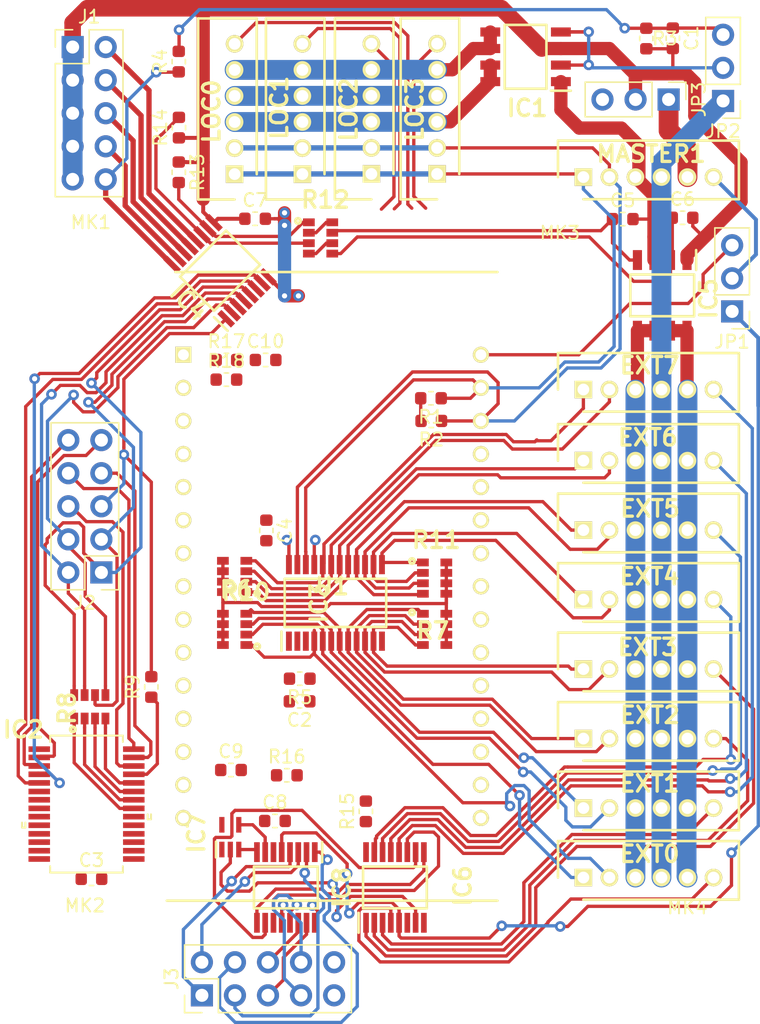
<source format=kicad_pcb>
(kicad_pcb (version 20171130) (host pcbnew "(5.0.0-rc2-190-gf634b7565)")
  (layers (0 F.Cu signal) (31 B.Cu signal) (35 F.Paste user) (37 F.SilkS user) (39 F.Mask user) (44 Edge.Cuts user))
  (net 0 "")
  (net 1 /SDA0)
  (net 2 /SCL0)
  (net 3 /SDA1)
  (net 4 /SCL1)
  (net 5 /3.3V_SW)
  (net 6 VBAT_SW_G)
  (net 7 3.3V_SW_G)
  (net 8 "Net-(IC4-Pad10)")
  (net 9 "Net-(IC4-Pad11)")
  (net 10 /SDA4)
  (net 11 /SCL4)
  (net 12 /SDA5)
  (net 13 /SCL5)
  (net 14 /SCL7)
  (net 15 /SDA7)
  (net 16 /SCL6)
  (net 17 /SDA6)
  (net 18 /SDA2)
  (net 19 /SCL2)
  (net 20 /SDA3)
  (net 21 /SCL3)
  (net 22 SWIO3)
  (net 23 SWIO2)
  (net 24 SWIO1)
  (net 25 SWIO0)
  (net 26 "Net-(IC2-Pad24)")
  (net 27 "Net-(IC2-Pad23)")
  (net 28 "Net-(IC2-Pad22)")
  (net 29 "Net-(IC2-Pad21)")
  (net 30 "Net-(IC7-Pad1)")
  (net 31 AMUX3)
  (net 32 GND)
  (net 33 "Net-(IC7-Pad4)")
  (net 34 3.3V_IN)
  (net 35 GPIO8)
  (net 36 GPIO9)
  (net 37 /I2C-Analog-Expander/3.3V_CTRL)
  (net 38 /I2C-Analog-Expander/VBAT_CTRL)
  (net 39 "Net-(IC2-Pad6)")
  (net 40 AMUX0)
  (net 41 "Net-(IC2-Pad9)")
  (net 42 "Net-(IC2-Pad10)")
  (net 43 AMUX1)
  (net 44 AMUX2)
  (net 45 /M_SCL)
  (net 46 /M_SDA)
  (net 47 "Net-(IC2-Pad25)")
  (net 48 GPIO5)
  (net 49 GPIO6)
  (net 50 GPIO7)
  (net 51 "Net-(C2-Pad1)")
  (net 52 SWIO4)
  (net 53 VBAT_IN)
  (net 54 PSW4)
  (net 55 PSW3)
  (net 56 PSW2)
  (net 57 PSW1)
  (net 58 PSW0)
  (net 59 A11)
  (net 60 A10)
  (net 61 A9)
  (net 62 A8)
  (net 63 /M_ANA)
  (net 64 "Net-(IC8-Pad6)")
  (net 65 A15)
  (net 66 A14)
  (net 67 A13)
  (net 68 A12)
  (net 69 "Net-(C9-Pad1)")
  (net 70 "Net-(C8-Pad2)")
  (net 71 /A4)
  (net 72 /A5)
  (net 73 /A6)
  (net 74 /A7)
  (net 75 "Net-(IC6-Pad6)")
  (net 76 /A0)
  (net 77 /A1)
  (net 78 /A2)
  (net 79 /A3)
  (net 80 /VBAT_SW)
  (net 81 /3.3V_LOC)
  (net 82 /VBAT_LOC)
  (net 83 "Net-(IC1-Pad2)")
  (net 84 /M_OUT)
  (net 85 /M_PWR)
  (net 86 "Net-(U1-Pad2)")
  (net 87 "Net-(U1-Pad3)")
  (net 88 "Net-(U1-Pad4)")
  (net 89 "Net-(U1-Pad5)")
  (net 90 "Net-(U1-Pad6)")
  (net 91 "Net-(U1-Pad7)")
  (net 92 "Net-(U1-Pad8)")
  (net 93 "Net-(U1-Pad9)")
  (net 94 "Net-(U1-Pad12)")
  (net 95 "Net-(U1-Pad13)")
  (net 96 VUSB)
  (net 97 "Net-(U1-Pad18)")
  (net 98 "Net-(U1-Pad19)")
  (net 99 "Net-(U1-Pad20)")
  (net 100 "Net-(U1-Pad21)")
  (net 101 "Net-(U1-Pad22)")
  (net 102 "Net-(U1-Pad23)")
  (net 103 "Net-(U1-Pad26)")
  (net 104 "Net-(U1-Pad27)")
  (net 105 /ENA_OUT)
  (net 106 "Net-(C1-Pad1)")
  (net 107 "Net-(R12-Pad4)")
  (net 108 "Net-(R12-Pad2)")
  (net 109 "Net-(C10-Pad2)")
  (module Capacitor_SMD:C_0603_1608Metric (layer F.Cu) (at 196.818401 74.059401)
    (fp_text reference C10 (at 0 -1.43) (layer F.SilkS))
    (fp_text value 100nF)
    (pad 1 smd roundrect (at -0.7875 0) (size 0.875 0.95) (layers F.Cu F.Paste F.Mask) (net 32 GND))
    (pad 2 smd roundrect (at 0.7875 0) (size 0.875 0.95) (layers F.Cu F.Paste F.Mask) (net 109 "Net-(C10-Pad2)"))
  )
  (module Resistor_SMD:R_0603_1608Metric (layer F.Cu) (at 193.808401 75.569401)
    (fp_text reference R18 (at 0 -1.43) (layer F.SilkS))
    (fp_text value 220R)
    (pad 2 smd roundrect (at 0.7875 0) (size 0.875 0.95) (layers F.Cu F.Paste F.Mask) (net 63 /M_ANA))
    (pad 1 smd roundrect (at -0.7875 0) (size 0.875 0.95) (layers F.Cu F.Paste F.Mask) (net 109 "Net-(C10-Pad2)"))
  )
  (module Resistor_SMD:R_0603_1608Metric (layer F.Cu) (at 193.808401 74.059401)
    (fp_text reference R17 (at 0 -1.43) (layer F.SilkS))
    (fp_text value NC)
    (pad 1 smd roundrect (at -0.7875 0) (size 0.875 0.95) (layers F.Cu F.Paste F.Mask) (net 109 "Net-(C10-Pad2)"))
    (pad 2 smd roundrect (at 0.7875 0) (size 0.875 0.95) (layers F.Cu F.Paste F.Mask) (net 32 GND))
  )
  (module SamacSys_Parts:DIP2286W64P254L4826H735Q30N (layer F.Cu) (at 201.93 91.44)
    (fp_text reference U1 (at 0 0) (layer F.SilkS) (effects (font (size 1.27 1.27) (thickness 0.254))))
    (fp_text value ESP8266-NodeMCUv2 hide)
    (pad 30 thru_hole circle (at 11.43 -17.78 90) (size 1.235 1.235) (drill 0.835) (layers *.Cu *.Mask F.SilkS) (net 105 /ENA_OUT))
    (pad 29 thru_hole circle (at 11.43 -15.24 90) (size 1.235 1.235) (drill 0.835) (layers *.Cu *.Mask F.SilkS) (net 45 /M_SCL))
    (pad 28 thru_hole circle (at 11.43 -12.7 90) (size 1.235 1.235) (drill 0.835) (layers *.Cu *.Mask F.SilkS) (net 46 /M_SDA))
    (pad 27 thru_hole circle (at 11.43 -10.16 90) (size 1.235 1.235) (drill 0.835) (layers *.Cu *.Mask F.SilkS) (net 104 "Net-(U1-Pad27)"))
    (pad 26 thru_hole circle (at 11.43 -7.62 90) (size 1.235 1.235) (drill 0.835) (layers *.Cu *.Mask F.SilkS) (net 103 "Net-(U1-Pad26)"))
    (pad 25 thru_hole circle (at 11.43 -5.08 90) (size 1.235 1.235) (drill 0.835) (layers *.Cu *.Mask F.SilkS) (net 34 3.3V_IN))
    (pad 24 thru_hole circle (at 11.43 -2.54 90) (size 1.235 1.235) (drill 0.835) (layers *.Cu *.Mask F.SilkS) (net 32 GND))
    (pad 23 thru_hole circle (at 11.43 0 90) (size 1.235 1.235) (drill 0.835) (layers *.Cu *.Mask F.SilkS) (net 102 "Net-(U1-Pad23)"))
    (pad 22 thru_hole circle (at 11.43 2.54 90) (size 1.235 1.235) (drill 0.835) (layers *.Cu *.Mask F.SilkS) (net 101 "Net-(U1-Pad22)"))
    (pad 21 thru_hole circle (at 11.43 5.08 90) (size 1.235 1.235) (drill 0.835) (layers *.Cu *.Mask F.SilkS) (net 100 "Net-(U1-Pad21)"))
    (pad 20 thru_hole circle (at 11.43 7.62 90) (size 1.235 1.235) (drill 0.835) (layers *.Cu *.Mask F.SilkS) (net 99 "Net-(U1-Pad20)"))
    (pad 19 thru_hole circle (at 11.43 10.16 90) (size 1.235 1.235) (drill 0.835) (layers *.Cu *.Mask F.SilkS) (net 98 "Net-(U1-Pad19)"))
    (pad 18 thru_hole circle (at 11.43 12.7 90) (size 1.235 1.235) (drill 0.835) (layers *.Cu *.Mask F.SilkS) (net 97 "Net-(U1-Pad18)"))
    (pad 17 thru_hole circle (at 11.43 15.24 90) (size 1.235 1.235) (drill 0.835) (layers *.Cu *.Mask F.SilkS) (net 32 GND))
    (pad 16 thru_hole circle (at 11.43 17.78 90) (size 1.235 1.235) (drill 0.835) (layers *.Cu *.Mask F.SilkS) (net 34 3.3V_IN))
    (pad 15 thru_hole circle (at -11.43 17.78 90) (size 1.235 1.235) (drill 0.835) (layers *.Cu *.Mask F.SilkS) (net 96 VUSB))
    (pad 14 thru_hole circle (at -11.43 15.24 90) (size 1.235 1.235) (drill 0.835) (layers *.Cu *.Mask F.SilkS) (net 32 GND))
    (pad 13 thru_hole circle (at -11.43 12.7 90) (size 1.235 1.235) (drill 0.835) (layers *.Cu *.Mask F.SilkS) (net 95 "Net-(U1-Pad13)"))
    (pad 12 thru_hole circle (at -11.43 10.16 90) (size 1.235 1.235) (drill 0.835) (layers *.Cu *.Mask F.SilkS) (net 94 "Net-(U1-Pad12)"))
    (pad 11 thru_hole circle (at -11.43 7.62 90) (size 1.235 1.235) (drill 0.835) (layers *.Cu *.Mask F.SilkS) (net 34 3.3V_IN))
    (pad 10 thru_hole circle (at -11.43 5.08 90) (size 1.235 1.235) (drill 0.835) (layers *.Cu *.Mask F.SilkS) (net 32 GND))
    (pad 9 thru_hole circle (at -11.43 2.54 90) (size 1.235 1.235) (drill 0.835) (layers *.Cu *.Mask F.SilkS) (net 93 "Net-(U1-Pad9)"))
    (pad 8 thru_hole circle (at -11.43 0 90) (size 1.235 1.235) (drill 0.835) (layers *.Cu *.Mask F.SilkS) (net 92 "Net-(U1-Pad8)"))
    (pad 7 thru_hole circle (at -11.43 -2.54 90) (size 1.235 1.235) (drill 0.835) (layers *.Cu *.Mask F.SilkS) (net 91 "Net-(U1-Pad7)"))
    (pad 6 thru_hole circle (at -11.43 -5.08 90) (size 1.235 1.235) (drill 0.835) (layers *.Cu *.Mask F.SilkS) (net 90 "Net-(U1-Pad6)"))
    (pad 5 thru_hole circle (at -11.43 -7.62 90) (size 1.235 1.235) (drill 0.835) (layers *.Cu *.Mask F.SilkS) (net 89 "Net-(U1-Pad5)"))
    (pad 4 thru_hole circle (at -11.43 -10.16 90) (size 1.235 1.235) (drill 0.835) (layers *.Cu *.Mask F.SilkS) (net 88 "Net-(U1-Pad4)"))
    (pad 3 thru_hole circle (at -11.43 -12.7 90) (size 1.235 1.235) (drill 0.835) (layers *.Cu *.Mask F.SilkS) (net 87 "Net-(U1-Pad3)"))
    (pad 2 thru_hole circle (at -11.43 -15.24 90) (size 1.235 1.235) (drill 0.835) (layers *.Cu *.Mask F.SilkS) (net 86 "Net-(U1-Pad2)"))
    (pad 1 thru_hole rect (at -11.43 -17.78 90) (size 1.235 1.235) (drill 0.835) (layers *.Cu *.Mask F.SilkS) (net 109 "Net-(C10-Pad2)"))
  )
  (module Connector_PinHeader_2.54mm:PinHeader_2x05_P2.54mm_Vertical (layer F.Cu) (at 181.991 50.038)
    (fp_text reference J1 (at 1.27 -2.33) (layer F.SilkS))
    (fp_text value Conn_02x05_Odd_Even)
    (pad 1 thru_hole rect (at 0 0) (size 1.7 1.7) (drill 1) (layers *.Cu *.Mask) (net 53 VBAT_IN))
    (pad 2 thru_hole oval (at 2.54 0) (size 1.7 1.7) (drill 1) (layers *.Cu *.Mask) (net 58 PSW0))
    (pad 3 thru_hole oval (at 0 2.54) (size 1.7 1.7) (drill 1) (layers *.Cu *.Mask) (net 53 VBAT_IN))
    (pad 4 thru_hole oval (at 2.54 2.54) (size 1.7 1.7) (drill 1) (layers *.Cu *.Mask) (net 57 PSW1))
    (pad 5 thru_hole oval (at 0 5.08) (size 1.7 1.7) (drill 1) (layers *.Cu *.Mask) (net 53 VBAT_IN))
    (pad 6 thru_hole oval (at 2.54 5.08) (size 1.7 1.7) (drill 1) (layers *.Cu *.Mask) (net 56 PSW2))
    (pad 7 thru_hole oval (at 0 7.62) (size 1.7 1.7) (drill 1) (layers *.Cu *.Mask) (net 53 VBAT_IN))
    (pad 8 thru_hole oval (at 2.54 7.62) (size 1.7 1.7) (drill 1) (layers *.Cu *.Mask) (net 55 PSW3))
    (pad 9 thru_hole oval (at 0 10.16) (size 1.7 1.7) (drill 1) (layers *.Cu *.Mask) (net 53 VBAT_IN))
    (pad 10 thru_hole oval (at 2.54 10.16) (size 1.7 1.7) (drill 1) (layers *.Cu *.Mask) (net 54 PSW4))
  )
  (module SamacSys_Parts:SOP65P640X120-16N (layer F.Cu) (at 193.3194 67.2084 135)
    (fp_text reference IC4 (at 0 -3.429 135) (layer F.SilkS) (effects (font (size 1.27 1.27) (thickness 0.254))))
    (fp_text value TPL7407LPWR hide)
    (pad 1 smd rect (at -2.938 -2.275 225) (size 0.45 1.475) (layers F.Cu F.Paste F.Mask) (net 52 SWIO4))
    (pad 2 smd rect (at -2.938 -1.625 225) (size 0.45 1.475) (layers F.Cu F.Paste F.Mask) (net 22 SWIO3))
    (pad 3 smd rect (at -2.938 -0.975 225) (size 0.45 1.475) (layers F.Cu F.Paste F.Mask) (net 23 SWIO2))
    (pad 4 smd rect (at -2.938 -0.325 225) (size 0.45 1.475) (layers F.Cu F.Paste F.Mask) (net 24 SWIO1))
    (pad 5 smd rect (at -2.938 0.325 225) (size 0.45 1.475) (layers F.Cu F.Paste F.Mask) (net 25 SWIO0))
    (pad 6 smd rect (at -2.938 0.975 225) (size 0.45 1.475) (layers F.Cu F.Paste F.Mask) (net 38 /I2C-Analog-Expander/VBAT_CTRL))
    (pad 7 smd rect (at -2.938 1.625 225) (size 0.45 1.475) (layers F.Cu F.Paste F.Mask) (net 37 /I2C-Analog-Expander/3.3V_CTRL))
    (pad 8 smd rect (at -2.938 2.275 225) (size 0.45 1.475) (layers F.Cu F.Paste F.Mask) (net 32 GND))
    (pad 9 smd rect (at 2.938 2.275 225) (size 0.45 1.475) (layers F.Cu F.Paste F.Mask) (net 53 VBAT_IN))
    (pad 10 smd rect (at 2.938 1.625 225) (size 0.45 1.475) (layers F.Cu F.Paste F.Mask) (net 8 "Net-(IC4-Pad10)"))
    (pad 11 smd rect (at 2.938 0.975 225) (size 0.45 1.475) (layers F.Cu F.Paste F.Mask) (net 9 "Net-(IC4-Pad11)"))
    (pad 12 smd rect (at 2.938 0.325 225) (size 0.45 1.475) (layers F.Cu F.Paste F.Mask) (net 58 PSW0))
    (pad 13 smd rect (at 2.938 -0.325 225) (size 0.45 1.475) (layers F.Cu F.Paste F.Mask) (net 57 PSW1))
    (pad 14 smd rect (at 2.938 -0.975 225) (size 0.45 1.475) (layers F.Cu F.Paste F.Mask) (net 56 PSW2))
    (pad 15 smd rect (at 2.938 -1.625 225) (size 0.45 1.475) (layers F.Cu F.Paste F.Mask) (net 55 PSW3))
    (pad 16 smd rect (at 2.938 -2.275 225) (size 0.45 1.475) (layers F.Cu F.Paste F.Mask) (net 54 PSW4))
  )
  (module Connector_PinHeader_2.54mm:PinHeader_2x05_P2.54mm_Vertical (layer F.Cu) (at 191.9224 122.8344 90)
    (fp_text reference J3 (at 1.27 -2.33 90) (layer F.SilkS))
    (fp_text value Conn_02x05_Odd_Even)
    (pad 10 thru_hole oval (at 2.54 10.16 90) (size 1.7 1.7) (drill 1) (layers *.Cu *.Mask) (net 32 GND))
    (pad 9 thru_hole oval (at 0 10.16 90) (size 1.7 1.7) (drill 1) (layers *.Cu *.Mask) (net 34 3.3V_IN))
    (pad 8 thru_hole oval (at 2.54 7.62 90) (size 1.7 1.7) (drill 1) (layers *.Cu *.Mask) (net 65 A15))
    (pad 7 thru_hole oval (at 0 7.62 90) (size 1.7 1.7) (drill 1) (layers *.Cu *.Mask) (net 66 A14))
    (pad 6 thru_hole oval (at 2.54 5.08 90) (size 1.7 1.7) (drill 1) (layers *.Cu *.Mask) (net 67 A13))
    (pad 5 thru_hole oval (at 0 5.08 90) (size 1.7 1.7) (drill 1) (layers *.Cu *.Mask) (net 68 A12))
    (pad 4 thru_hole oval (at 2.54 2.54 90) (size 1.7 1.7) (drill 1) (layers *.Cu *.Mask) (net 59 A11))
    (pad 3 thru_hole oval (at 0 2.54 90) (size 1.7 1.7) (drill 1) (layers *.Cu *.Mask) (net 60 A10))
    (pad 2 thru_hole oval (at 2.54 0 90) (size 1.7 1.7) (drill 1) (layers *.Cu *.Mask) (net 61 A9))
    (pad 1 thru_hole rect (at 0 0 90) (size 1.7 1.7) (drill 1) (layers *.Cu *.Mask) (net 62 A8))
  )
  (module MountingHole:MountingHole_3.2mm_M3 (layer F.Cu) (at 229.2223 120.28678)
    (fp_text reference MK4 (at 0 -4.2) (layer F.SilkS))
    (fp_text value Mounting_Hole)
    (pad 1 np_thru_hole circle (at 0 0) (size 3.2 3.2) (drill 3.2) (layers *.Cu *.Mask))
  )
  (module MountingHole:MountingHole_3.2mm_M3 (layer F.Cu) (at 219.4306 68.5038)
    (fp_text reference MK3 (at 0 -4.2) (layer F.SilkS))
    (fp_text value Mounting_Hole)
    (pad 1 np_thru_hole circle (at 0 0) (size 3.2 3.2) (drill 3.2) (layers *.Cu *.Mask))
  )
  (module MountingHole:MountingHole_3.2mm_M3 (layer F.Cu) (at 182.9308 120.142)
    (fp_text reference MK2 (at 0 -4.2) (layer F.SilkS))
    (fp_text value Mounting_Hole)
    (pad 1 np_thru_hole circle (at 0 0) (size 3.2 3.2) (drill 3.2) (layers *.Cu *.Mask))
  )
  (module MountingHole:MountingHole_3.2mm_M3 (layer F.Cu) (at 183.388 67.691)
    (fp_text reference MK1 (at 0 -4.2) (layer F.SilkS))
    (fp_text value Mounting_Hole)
    (pad 1 np_thru_hole circle (at 0 0) (size 3.2 3.2) (drill 3.2) (layers *.Cu *.Mask))
  )
  (module Capacitor_SMD:C_0603_1608Metric (layer F.Cu) (at 199.4281 100.2665 180)
    (fp_text reference C2 (at 0 -1.43 180) (layer F.SilkS))
    (fp_text value 100n)
    (pad 1 smd roundrect (at -0.7875 0 180) (size 0.875 0.95) (layers F.Cu F.Paste F.Mask) (net 51 "Net-(C2-Pad1)"))
    (pad 2 smd roundrect (at 0.7875 0 180) (size 0.875 0.95) (layers F.Cu F.Paste F.Mask) (net 32 GND))
  )
  (module Capacitor_SMD:C_0603_1608Metric (layer F.Cu) (at 183.4388 113.8936)
    (fp_text reference C3 (at 0 -1.43) (layer F.SilkS))
    (fp_text value 100n)
    (pad 2 smd roundrect (at 0.7875 0) (size 0.875 0.95) (layers F.Cu F.Paste F.Mask) (net 34 3.3V_IN))
    (pad 1 smd roundrect (at -0.7875 0) (size 0.875 0.95) (layers F.Cu F.Paste F.Mask) (net 32 GND))
  )
  (module Capacitor_SMD:C_0603_1608Metric (layer F.Cu) (at 196.8754 87.1475 270)
    (fp_text reference C4 (at 0 -1.43 270) (layer F.SilkS))
    (fp_text value 100n)
    (pad 1 smd roundrect (at -0.7875 0 270) (size 0.875 0.95) (layers F.Cu F.Paste F.Mask) (net 32 GND))
    (pad 2 smd roundrect (at 0.7875 0 270) (size 0.875 0.95) (layers F.Cu F.Paste F.Mask) (net 5 /3.3V_SW))
  )
  (module Capacitor_SMD:C_0603_1608Metric (layer F.Cu) (at 224.2565 63.246)
    (fp_text reference C5 (at 0 -1.43) (layer F.SilkS))
    (fp_text value 1µF)
    (pad 2 smd roundrect (at 0.7875 0) (size 0.875 0.95) (layers F.Cu F.Paste F.Mask) (net 34 3.3V_IN))
    (pad 1 smd roundrect (at -0.7875 0) (size 0.875 0.95) (layers F.Cu F.Paste F.Mask) (net 7 3.3V_SW_G))
  )
  (module Capacitor_SMD:C_0603_1608Metric (layer F.Cu) (at 228.8539 63.1444)
    (fp_text reference C6 (at 0 -1.43) (layer F.SilkS))
    (fp_text value 1µF)
    (pad 1 smd roundrect (at -0.7875 0) (size 0.875 0.95) (layers F.Cu F.Paste F.Mask) (net 6 VBAT_SW_G))
    (pad 2 smd roundrect (at 0.7875 0) (size 0.875 0.95) (layers F.Cu F.Paste F.Mask) (net 53 VBAT_IN))
  )
  (module Capacitor_SMD:C_0603_1608Metric (layer F.Cu) (at 196.0119 63.2206)
    (fp_text reference C7 (at 0 -1.43) (layer F.SilkS))
    (fp_text value 1µF)
    (pad 2 smd roundrect (at 0.7875 0) (size 0.875 0.95) (layers F.Cu F.Paste F.Mask) (net 32 GND))
    (pad 1 smd roundrect (at -0.7875 0) (size 0.875 0.95) (layers F.Cu F.Paste F.Mask) (net 53 VBAT_IN))
  )
  (module Capacitor_SMD:C_0603_1608Metric (layer F.Cu) (at 197.5358 109.4486)
    (fp_text reference C8 (at 0 -1.43) (layer F.SilkS))
    (fp_text value 100n)
    (pad 1 smd roundrect (at -0.7875 0) (size 0.875 0.95) (layers F.Cu F.Paste F.Mask) (net 32 GND))
    (pad 2 smd roundrect (at 0.7875 0) (size 0.875 0.95) (layers F.Cu F.Paste F.Mask) (net 70 "Net-(C8-Pad2)"))
  )
  (module Capacitor_SMD:C_0603_1608Metric (layer F.Cu) (at 194.1576 105.537)
    (fp_text reference C9 (at 0 -1.43) (layer F.SilkS))
    (fp_text value 100n)
    (pad 2 smd roundrect (at 0.7875 0) (size 0.875 0.95) (layers F.Cu F.Paste F.Mask) (net 32 GND))
    (pad 1 smd roundrect (at -0.7875 0) (size 0.875 0.95) (layers F.Cu F.Paste F.Mask) (net 69 "Net-(C9-Pad1)"))
  )
  (module Capacitor_SMD:C_0603_1608Metric (layer F.Cu) (at 228.107601 49.366905 270)
    (fp_text reference C1 (at 0 -1.43 270) (layer F.SilkS))
    (fp_text value 1µF)
    (pad 1 smd roundrect (at -0.7875 0 270) (size 0.875 0.95) (layers F.Cu F.Paste F.Mask) (net 106 "Net-(C1-Pad1)"))
    (pad 2 smd roundrect (at 0.7875 0 270) (size 0.875 0.95) (layers F.Cu F.Paste F.Mask) (net 53 VBAT_IN))
  )
  (module Connector_PinHeader_2.54mm:PinHeader_1x03_P2.54mm_Vertical (layer F.Cu) (at 232.664 70.3326 180)
    (fp_text reference JP1 (at 0 -2.33 180) (layer F.SilkS))
    (fp_text value Jumper_3_Bridged12)
    (pad 1 thru_hole rect (at 0 0 180) (size 1.7 1.7) (drill 1) (layers *.Cu *.Mask) (net 63 /M_ANA))
    (pad 2 thru_hole oval (at 0 2.54 180) (size 1.7 1.7) (drill 1) (layers *.Cu *.Mask) (net 84 /M_OUT))
    (pad 3 thru_hole oval (at 0 5.08 180) (size 1.7 1.7) (drill 1) (layers *.Cu *.Mask) (net 105 /ENA_OUT))
  )
  (module Connector_PinHeader_2.54mm:PinHeader_1x03_P2.54mm_Vertical (layer F.Cu) (at 231.96804 54.17312 180)
    (fp_text reference JP2 (at 0 -2.33 180) (layer F.SilkS))
    (fp_text value Jumper_3_Bridged12)
    (pad 3 thru_hole oval (at 0 5.08 180) (size 1.7 1.7) (drill 1) (layers *.Cu *.Mask) (net 106 "Net-(C1-Pad1)"))
    (pad 2 thru_hole oval (at 0 2.54 180) (size 1.7 1.7) (drill 1) (layers *.Cu *.Mask) (net 83 "Net-(IC1-Pad2)"))
    (pad 1 thru_hole rect (at 0 0 180) (size 1.7 1.7) (drill 1) (layers *.Cu *.Mask) (net 32 GND))
  )
  (module Connector_PinHeader_2.54mm:PinHeader_1x03_P2.54mm_Vertical (layer F.Cu) (at 227.78212 54.0639 270)
    (fp_text reference JP3 (at 0 -2.33 270) (layer F.SilkS))
    (fp_text value Jumper_3_Bridged12)
    (pad 1 thru_hole rect (at 0 0 270) (size 1.7 1.7) (drill 1) (layers *.Cu *.Mask) (net 85 /M_PWR))
    (pad 2 thru_hole oval (at 0 2.54 270) (size 1.7 1.7) (drill 1) (layers *.Cu *.Mask) (net 53 VBAT_IN))
    (pad 3 thru_hole oval (at 0 5.08 270) (size 1.7 1.7) (drill 1) (layers *.Cu *.Mask) (net 96 VUSB))
  )
  (module Connector_PinHeader_2.54mm:PinHeader_2x05_P2.54mm_Vertical (layer F.Cu) (at 184.2008 90.3732 180)
    (fp_text reference J2 (at 1.27 -2.33 180) (layer F.SilkS))
    (fp_text value Conn_02x05_Odd_Even)
    (pad 1 thru_hole rect (at 0 0 180) (size 1.7 1.7) (drill 1) (layers *.Cu *.Mask) (net 25 SWIO0))
    (pad 2 thru_hole oval (at 2.54 0 180) (size 1.7 1.7) (drill 1) (layers *.Cu *.Mask) (net 24 SWIO1))
    (pad 3 thru_hole oval (at 0 2.54 180) (size 1.7 1.7) (drill 1) (layers *.Cu *.Mask) (net 23 SWIO2))
    (pad 4 thru_hole oval (at 2.54 2.54 180) (size 1.7 1.7) (drill 1) (layers *.Cu *.Mask) (net 22 SWIO3))
    (pad 5 thru_hole oval (at 0 5.08 180) (size 1.7 1.7) (drill 1) (layers *.Cu *.Mask) (net 52 SWIO4))
    (pad 6 thru_hole oval (at 2.54 5.08 180) (size 1.7 1.7) (drill 1) (layers *.Cu *.Mask) (net 48 GPIO5))
    (pad 7 thru_hole oval (at 0 7.62 180) (size 1.7 1.7) (drill 1) (layers *.Cu *.Mask) (net 49 GPIO6))
    (pad 8 thru_hole oval (at 2.54 7.62 180) (size 1.7 1.7) (drill 1) (layers *.Cu *.Mask) (net 50 GPIO7))
    (pad 9 thru_hole oval (at 0 10.16 180) (size 1.7 1.7) (drill 1) (layers *.Cu *.Mask) (net 35 GPIO8))
    (pad 10 thru_hole oval (at 2.54 10.16 180) (size 1.7 1.7) (drill 1) (layers *.Cu *.Mask) (net 36 GPIO9))
  )
  (module Resistor_SMD:R_0603_1608Metric (layer F.Cu) (at 204.5208 108.7121 90)
    (fp_text reference R15 (at 0 -1.43 90) (layer F.SilkS))
    (fp_text value 220)
    (pad 2 smd roundrect (at 0.7875 0 90) (size 0.875 0.95) (layers F.Cu F.Paste F.Mask) (net 34 3.3V_IN))
    (pad 1 smd roundrect (at -0.7875 0 90) (size 0.875 0.95) (layers F.Cu F.Paste F.Mask) (net 70 "Net-(C8-Pad2)"))
  )
  (module Resistor_SMD:R_0603_1608Metric (layer F.Cu) (at 209.55 78.74 180)
    (fp_text reference R2 (at 0 -1.43 180) (layer F.SilkS))
    (fp_text value 4.7k)
    (pad 1 smd roundrect (at -0.7875 0 180) (size 0.875 0.95) (layers F.Cu F.Paste F.Mask) (net 46 /M_SDA))
    (pad 2 smd roundrect (at 0.7875 0 180) (size 0.875 0.95) (layers F.Cu F.Paste F.Mask) (net 34 3.3V_IN))
  )
  (module Resistor_SMD:R_0603_1608Metric (layer F.Cu) (at 226.070521 49.382145 270)
    (fp_text reference R3 (at 0 -1.43) (layer F.SilkS))
    (fp_text value 470k)
    (pad 2 smd roundrect (at 0.7875 0 270) (size 0.875 0.95) (layers F.Cu F.Paste F.Mask) (net 53 VBAT_IN))
    (pad 1 smd roundrect (at -0.7875 0 270) (size 0.875 0.95) (layers F.Cu F.Paste F.Mask) (net 106 "Net-(C1-Pad1)"))
  )
  (module Resistor_SMD:R_0603_1608Metric (layer F.Cu) (at 209.5245 77.0001 180)
    (fp_text reference R1 (at 0 -1.43 180) (layer F.SilkS))
    (fp_text value 4.7k)
    (pad 1 smd roundrect (at -0.7875 0 180) (size 0.875 0.95) (layers F.Cu F.Paste F.Mask) (net 45 /M_SCL))
    (pad 2 smd roundrect (at 0.7875 0 180) (size 0.875 0.95) (layers F.Cu F.Paste F.Mask) (net 34 3.3V_IN))
  )
  (module Resistor_SMD:R_0603_1608Metric (layer F.Cu) (at 198.4502 105.9434)
    (fp_text reference R16 (at 0 -1.43) (layer F.SilkS))
    (fp_text value 220)
    (pad 2 smd roundrect (at 0.7875 0) (size 0.875 0.95) (layers F.Cu F.Paste F.Mask) (net 34 3.3V_IN))
    (pad 1 smd roundrect (at -0.7875 0) (size 0.875 0.95) (layers F.Cu F.Paste F.Mask) (net 69 "Net-(C9-Pad1)"))
  )
  (module Resistor_SMD:R_0603_1608Metric (layer F.Cu) (at 190.1444 59.652 270)
    (fp_text reference R13 (at 0 -1.43 270) (layer F.SilkS))
    (fp_text value 470k)
    (pad 1 smd roundrect (at -0.7875 0 270) (size 0.875 0.95) (layers F.Cu F.Paste F.Mask) (net 53 VBAT_IN))
    (pad 2 smd roundrect (at 0.7875 0 270) (size 0.875 0.95) (layers F.Cu F.Paste F.Mask) (net 8 "Net-(IC4-Pad10)"))
  )
  (module Resistor_SMD:R_0603_1608Metric (layer F.Cu) (at 190.1444 51.1556 90)
    (fp_text reference R4 (at 0 -1.43 90) (layer F.SilkS))
    (fp_text value 4.7k)
    (pad 2 smd roundrect (at 0.7875 0 90) (size 0.875 0.95) (layers F.Cu F.Paste F.Mask) (net 106 "Net-(C1-Pad1)"))
    (pad 1 smd roundrect (at -0.7875 0 90) (size 0.875 0.95) (layers F.Cu F.Paste F.Mask) (net 54 PSW4))
  )
  (module Resistor_SMD:R_0603_1608Metric (layer F.Cu) (at 199.4408 98.5266 180)
    (fp_text reference R5 (at 0 -1.43 180) (layer F.SilkS))
    (fp_text value 4.7k)
    (pad 1 smd roundrect (at -0.7875 0 180) (size 0.875 0.95) (layers F.Cu F.Paste F.Mask) (net 51 "Net-(C2-Pad1)"))
    (pad 2 smd roundrect (at 0.7875 0 180) (size 0.875 0.95) (layers F.Cu F.Paste F.Mask) (net 5 /3.3V_SW))
  )
  (module Resistor_SMD:R_0603_1608Metric (layer F.Cu) (at 190.1571 56.2228 90)
    (fp_text reference R14 (at 0 -1.43 90) (layer F.SilkS))
    (fp_text value 470k)
    (pad 2 smd roundrect (at 0.7875 0 90) (size 0.875 0.95) (layers F.Cu F.Paste F.Mask) (net 9 "Net-(IC4-Pad11)"))
    (pad 1 smd roundrect (at -0.7875 0 90) (size 0.875 0.95) (layers F.Cu F.Paste F.Mask) (net 53 VBAT_IN))
  )
  (module Resistor_SMD:R_0603_1608Metric (layer F.Cu) (at 188.0362 99.1616 90)
    (fp_text reference R9 (at 0 -1.43 90) (layer F.SilkS))
    (fp_text value 220)
    (pad 1 smd roundrect (at -0.7875 0 90) (size 0.875 0.95) (layers F.Cu F.Paste F.Mask) (net 47 "Net-(IC2-Pad25)"))
    (pad 2 smd roundrect (at 0.7875 0 90) (size 0.875 0.95) (layers F.Cu F.Paste F.Mask) (net 52 SWIO4))
  )
  (module SamacSys_Parts:SHDR6W50P0X200_1X6_1390X450X600P (layer F.Cu) (at 221.234 103.124)
    (fp_text reference EXT2 (at 5.123999 -1.805001) (layer F.SilkS) (effects (font (size 1.27 1.27) (thickness 0.254))))
    (fp_text value "B6B-PH-K-S(LF)(SN)" hide)
    (pad 1 thru_hole rect (at 0 0 90) (size 1.35 1.35) (drill 0.9) (layers *.Cu *.Mask F.SilkS) (net 19 /SCL2))
    (pad 2 thru_hole circle (at 2 0 90) (size 1.35 1.35) (drill 0.9) (layers *.Cu *.Mask F.SilkS) (net 18 /SDA2))
    (pad 3 thru_hole circle (at 4 0 90) (size 1.35 1.35) (drill 0.9) (layers *.Cu *.Mask F.SilkS) (net 5 /3.3V_SW))
    (pad 4 thru_hole circle (at 6 0 90) (size 1.35 1.35) (drill 0.9) (layers *.Cu *.Mask F.SilkS) (net 32 GND))
    (pad 5 thru_hole circle (at 8 0 90) (size 1.35 1.35) (drill 0.9) (layers *.Cu *.Mask F.SilkS) (net 80 /VBAT_SW))
    (pad 6 thru_hole circle (at 10 0 90) (size 1.35 1.35) (drill 0.9) (layers *.Cu *.Mask F.SilkS) (net 78 /A2))
  )
  (module SamacSys_Parts:SHDR6W50P0X200_1X6_1390X450X600P (layer F.Cu) (at 221.234 60.0202)
    (fp_text reference MASTER1 (at 5.207 -1.778) (layer F.SilkS) (effects (font (size 1.27 1.27) (thickness 0.254))))
    (fp_text value "B6B-PH-K-S(LF)(SN)" hide)
    (pad 6 thru_hole circle (at 10 0 90) (size 1.35 1.35) (drill 0.9) (layers *.Cu *.Mask F.SilkS) (net 84 /M_OUT))
    (pad 5 thru_hole circle (at 8 0 90) (size 1.35 1.35) (drill 0.9) (layers *.Cu *.Mask F.SilkS) (net 85 /M_PWR))
    (pad 4 thru_hole circle (at 6 0 90) (size 1.35 1.35) (drill 0.9) (layers *.Cu *.Mask F.SilkS) (net 32 GND))
    (pad 3 thru_hole circle (at 4 0 90) (size 1.35 1.35) (drill 0.9) (layers *.Cu *.Mask F.SilkS) (net 34 3.3V_IN))
    (pad 2 thru_hole circle (at 2 0 90) (size 1.35 1.35) (drill 0.9) (layers *.Cu *.Mask F.SilkS) (net 46 /M_SDA))
    (pad 1 thru_hole rect (at 0 0 90) (size 1.35 1.35) (drill 0.9) (layers *.Cu *.Mask F.SilkS) (net 45 /M_SCL))
  )
  (module SamacSys_Parts:SHDR6W50P0X200_1X6_1390X450X600P (layer F.Cu) (at 209.995001 59.779599 90)
    (fp_text reference LOC3 (at 4.940999 -1.715001 90) (layer F.SilkS) (effects (font (size 1.27 1.27) (thickness 0.254))))
    (fp_text value "B6B-PH-K-S(LF)(SN)" hide)
    (pad 1 thru_hole rect (at 0 0 180) (size 1.35 1.35) (drill 0.9) (layers *.Cu *.Mask F.SilkS) (net 45 /M_SCL))
    (pad 2 thru_hole circle (at 2 0 180) (size 1.35 1.35) (drill 0.9) (layers *.Cu *.Mask F.SilkS) (net 46 /M_SDA))
    (pad 3 thru_hole circle (at 4 0 180) (size 1.35 1.35) (drill 0.9) (layers *.Cu *.Mask F.SilkS) (net 81 /3.3V_LOC))
    (pad 4 thru_hole circle (at 6 0 180) (size 1.35 1.35) (drill 0.9) (layers *.Cu *.Mask F.SilkS) (net 32 GND))
    (pad 5 thru_hole circle (at 8 0 180) (size 1.35 1.35) (drill 0.9) (layers *.Cu *.Mask F.SilkS) (net 82 /VBAT_LOC))
    (pad 6 thru_hole circle (at 10 0 180) (size 1.35 1.35) (drill 0.9) (layers *.Cu *.Mask F.SilkS) (net 59 A11))
  )
  (module SamacSys_Parts:SHDR6W50P0X200_1X6_1390X450X600P (layer F.Cu) (at 204.945001 59.779599 90)
    (fp_text reference LOC2 (at 4.940999 -1.745001 90) (layer F.SilkS) (effects (font (size 1.27 1.27) (thickness 0.254))))
    (fp_text value "B6B-PH-K-S(LF)(SN)" hide)
    (pad 6 thru_hole circle (at 10 0 180) (size 1.35 1.35) (drill 0.9) (layers *.Cu *.Mask F.SilkS) (net 60 A10))
    (pad 5 thru_hole circle (at 8 0 180) (size 1.35 1.35) (drill 0.9) (layers *.Cu *.Mask F.SilkS) (net 82 /VBAT_LOC))
    (pad 4 thru_hole circle (at 6 0 180) (size 1.35 1.35) (drill 0.9) (layers *.Cu *.Mask F.SilkS) (net 32 GND))
    (pad 3 thru_hole circle (at 4 0 180) (size 1.35 1.35) (drill 0.9) (layers *.Cu *.Mask F.SilkS) (net 81 /3.3V_LOC))
    (pad 2 thru_hole circle (at 2 0 180) (size 1.35 1.35) (drill 0.9) (layers *.Cu *.Mask F.SilkS) (net 46 /M_SDA))
    (pad 1 thru_hole rect (at 0 0 180) (size 1.35 1.35) (drill 0.9) (layers *.Cu *.Mask F.SilkS) (net 45 /M_SCL))
  )
  (module SamacSys_Parts:SHDR6W50P0X200_1X6_1390X450X600P (layer F.Cu) (at 199.644 59.7916 90)
    (fp_text reference LOC1 (at 5.095999 -1.775001 90) (layer F.SilkS) (effects (font (size 1.27 1.27) (thickness 0.254))))
    (fp_text value "B6B-PH-K-S(LF)(SN)" hide)
    (pad 1 thru_hole rect (at 0 0 180) (size 1.35 1.35) (drill 0.9) (layers *.Cu *.Mask F.SilkS) (net 45 /M_SCL))
    (pad 2 thru_hole circle (at 2 0 180) (size 1.35 1.35) (drill 0.9) (layers *.Cu *.Mask F.SilkS) (net 46 /M_SDA))
    (pad 3 thru_hole circle (at 4 0 180) (size 1.35 1.35) (drill 0.9) (layers *.Cu *.Mask F.SilkS) (net 81 /3.3V_LOC))
    (pad 4 thru_hole circle (at 6 0 180) (size 1.35 1.35) (drill 0.9) (layers *.Cu *.Mask F.SilkS) (net 32 GND))
    (pad 5 thru_hole circle (at 8 0 180) (size 1.35 1.35) (drill 0.9) (layers *.Cu *.Mask F.SilkS) (net 82 /VBAT_LOC))
    (pad 6 thru_hole circle (at 10 0 180) (size 1.35 1.35) (drill 0.9) (layers *.Cu *.Mask F.SilkS) (net 61 A9))
  )
  (module SamacSys_Parts:SHDR6W50P0X200_1X6_1390X450X600P (layer F.Cu) (at 194.437 59.7916 90)
    (fp_text reference LOC0 (at 4.813999 -1.775001 90) (layer F.SilkS) (effects (font (size 1.27 1.27) (thickness 0.254))))
    (fp_text value "B6B-PH-K-S(LF)(SN)" hide)
    (pad 6 thru_hole circle (at 10 0 180) (size 1.35 1.35) (drill 0.9) (layers *.Cu *.Mask F.SilkS) (net 62 A8))
    (pad 5 thru_hole circle (at 8 0 180) (size 1.35 1.35) (drill 0.9) (layers *.Cu *.Mask F.SilkS) (net 82 /VBAT_LOC))
    (pad 4 thru_hole circle (at 6 0 180) (size 1.35 1.35) (drill 0.9) (layers *.Cu *.Mask F.SilkS) (net 32 GND))
    (pad 3 thru_hole circle (at 4 0 180) (size 1.35 1.35) (drill 0.9) (layers *.Cu *.Mask F.SilkS) (net 81 /3.3V_LOC))
    (pad 2 thru_hole circle (at 2 0 180) (size 1.35 1.35) (drill 0.9) (layers *.Cu *.Mask F.SilkS) (net 46 /M_SDA))
    (pad 1 thru_hole rect (at 0 0 180) (size 1.35 1.35) (drill 0.9) (layers *.Cu *.Mask F.SilkS) (net 45 /M_SCL))
  )
  (module SamacSys_Parts:SHDR6W50P0X200_1X6_1390X450X600P (layer F.Cu) (at 221.234 113.792)
    (fp_text reference EXT0 (at 5.095999 -1.805001) (layer F.SilkS) (effects (font (size 1.27 1.27) (thickness 0.254))))
    (fp_text value "B6B-PH-K-S(LF)(SN)" hide)
    (pad 1 thru_hole rect (at 0 0 90) (size 1.35 1.35) (drill 0.9) (layers *.Cu *.Mask F.SilkS) (net 2 /SCL0))
    (pad 2 thru_hole circle (at 2 0 90) (size 1.35 1.35) (drill 0.9) (layers *.Cu *.Mask F.SilkS) (net 1 /SDA0))
    (pad 3 thru_hole circle (at 4 0 90) (size 1.35 1.35) (drill 0.9) (layers *.Cu *.Mask F.SilkS) (net 5 /3.3V_SW))
    (pad 4 thru_hole circle (at 6 0 90) (size 1.35 1.35) (drill 0.9) (layers *.Cu *.Mask F.SilkS) (net 32 GND))
    (pad 5 thru_hole circle (at 8 0 90) (size 1.35 1.35) (drill 0.9) (layers *.Cu *.Mask F.SilkS) (net 80 /VBAT_SW))
    (pad 6 thru_hole circle (at 10 0 90) (size 1.35 1.35) (drill 0.9) (layers *.Cu *.Mask F.SilkS) (net 76 /A0))
  )
  (module SamacSys_Parts:SHDR6W50P0X200_1X6_1390X450X600P (layer F.Cu) (at 221.234 97.79)
    (fp_text reference EXT3 (at 4.940999 -1.678001) (layer F.SilkS) (effects (font (size 1.27 1.27) (thickness 0.254))))
    (fp_text value "B6B-PH-K-S(LF)(SN)" hide)
    (pad 6 thru_hole circle (at 10 0 90) (size 1.35 1.35) (drill 0.9) (layers *.Cu *.Mask F.SilkS) (net 79 /A3))
    (pad 5 thru_hole circle (at 8 0 90) (size 1.35 1.35) (drill 0.9) (layers *.Cu *.Mask F.SilkS) (net 80 /VBAT_SW))
    (pad 4 thru_hole circle (at 6 0 90) (size 1.35 1.35) (drill 0.9) (layers *.Cu *.Mask F.SilkS) (net 32 GND))
    (pad 3 thru_hole circle (at 4 0 90) (size 1.35 1.35) (drill 0.9) (layers *.Cu *.Mask F.SilkS) (net 5 /3.3V_SW))
    (pad 2 thru_hole circle (at 2 0 90) (size 1.35 1.35) (drill 0.9) (layers *.Cu *.Mask F.SilkS) (net 20 /SDA3))
    (pad 1 thru_hole rect (at 0 0 90) (size 1.35 1.35) (drill 0.9) (layers *.Cu *.Mask F.SilkS) (net 21 /SCL3))
  )
  (module SamacSys_Parts:SHDR6W50P0X200_1X6_1390X450X600P (layer F.Cu) (at 221.234 92.456)
    (fp_text reference EXT4 (at 5.08 -1.778) (layer F.SilkS) (effects (font (size 1.27 1.27) (thickness 0.254))))
    (fp_text value "B6B-PH-K-S(LF)(SN)" hide)
    (pad 1 thru_hole rect (at 0 0 90) (size 1.35 1.35) (drill 0.9) (layers *.Cu *.Mask F.SilkS) (net 11 /SCL4))
    (pad 2 thru_hole circle (at 2 0 90) (size 1.35 1.35) (drill 0.9) (layers *.Cu *.Mask F.SilkS) (net 10 /SDA4))
    (pad 3 thru_hole circle (at 4 0 90) (size 1.35 1.35) (drill 0.9) (layers *.Cu *.Mask F.SilkS) (net 5 /3.3V_SW))
    (pad 4 thru_hole circle (at 6 0 90) (size 1.35 1.35) (drill 0.9) (layers *.Cu *.Mask F.SilkS) (net 32 GND))
    (pad 5 thru_hole circle (at 8 0 90) (size 1.35 1.35) (drill 0.9) (layers *.Cu *.Mask F.SilkS) (net 80 /VBAT_SW))
    (pad 6 thru_hole circle (at 10 0 90) (size 1.35 1.35) (drill 0.9) (layers *.Cu *.Mask F.SilkS) (net 71 /A4))
  )
  (module SamacSys_Parts:SHDR6W50P0X200_1X6_1390X450X600P (layer F.Cu) (at 221.234 81.788)
    (fp_text reference EXT6 (at 4.953 -1.778) (layer F.SilkS) (effects (font (size 1.27 1.27) (thickness 0.254))))
    (fp_text value "B6B-PH-K-S(LF)(SN)" hide)
    (pad 6 thru_hole circle (at 10 0 90) (size 1.35 1.35) (drill 0.9) (layers *.Cu *.Mask F.SilkS) (net 73 /A6))
    (pad 5 thru_hole circle (at 8 0 90) (size 1.35 1.35) (drill 0.9) (layers *.Cu *.Mask F.SilkS) (net 80 /VBAT_SW))
    (pad 4 thru_hole circle (at 6 0 90) (size 1.35 1.35) (drill 0.9) (layers *.Cu *.Mask F.SilkS) (net 32 GND))
    (pad 3 thru_hole circle (at 4 0 90) (size 1.35 1.35) (drill 0.9) (layers *.Cu *.Mask F.SilkS) (net 5 /3.3V_SW))
    (pad 2 thru_hole circle (at 2 0 90) (size 1.35 1.35) (drill 0.9) (layers *.Cu *.Mask F.SilkS) (net 17 /SDA6))
    (pad 1 thru_hole rect (at 0 0 90) (size 1.35 1.35) (drill 0.9) (layers *.Cu *.Mask F.SilkS) (net 16 /SCL6))
  )
  (module SamacSys_Parts:SHDR6W50P0X200_1X6_1390X450X600P (layer F.Cu) (at 221.234 76.327)
    (fp_text reference EXT7 (at 5.095999 -1.842001) (layer F.SilkS) (effects (font (size 1.27 1.27) (thickness 0.254))))
    (fp_text value "B6B-PH-K-S(LF)(SN)" hide)
    (pad 1 thru_hole rect (at 0 0 90) (size 1.35 1.35) (drill 0.9) (layers *.Cu *.Mask F.SilkS) (net 14 /SCL7))
    (pad 2 thru_hole circle (at 2 0 90) (size 1.35 1.35) (drill 0.9) (layers *.Cu *.Mask F.SilkS) (net 15 /SDA7))
    (pad 3 thru_hole circle (at 4 0 90) (size 1.35 1.35) (drill 0.9) (layers *.Cu *.Mask F.SilkS) (net 5 /3.3V_SW))
    (pad 4 thru_hole circle (at 6 0 90) (size 1.35 1.35) (drill 0.9) (layers *.Cu *.Mask F.SilkS) (net 32 GND))
    (pad 5 thru_hole circle (at 8 0 90) (size 1.35 1.35) (drill 0.9) (layers *.Cu *.Mask F.SilkS) (net 80 /VBAT_SW))
    (pad 6 thru_hole circle (at 10 0 90) (size 1.35 1.35) (drill 0.9) (layers *.Cu *.Mask F.SilkS) (net 74 /A7))
  )
  (module SamacSys_Parts:SHDR6W50P0X200_1X6_1390X450X600P (layer F.Cu) (at 221.234 87.122)
    (fp_text reference EXT5 (at 5.123999 -1.648001) (layer F.SilkS) (effects (font (size 1.27 1.27) (thickness 0.254))))
    (fp_text value "B6B-PH-K-S(LF)(SN)" hide)
    (pad 6 thru_hole circle (at 10 0 90) (size 1.35 1.35) (drill 0.9) (layers *.Cu *.Mask F.SilkS) (net 72 /A5))
    (pad 5 thru_hole circle (at 8 0 90) (size 1.35 1.35) (drill 0.9) (layers *.Cu *.Mask F.SilkS) (net 80 /VBAT_SW))
    (pad 4 thru_hole circle (at 6 0 90) (size 1.35 1.35) (drill 0.9) (layers *.Cu *.Mask F.SilkS) (net 32 GND))
    (pad 3 thru_hole circle (at 4 0 90) (size 1.35 1.35) (drill 0.9) (layers *.Cu *.Mask F.SilkS) (net 5 /3.3V_SW))
    (pad 2 thru_hole circle (at 2 0 90) (size 1.35 1.35) (drill 0.9) (layers *.Cu *.Mask F.SilkS) (net 12 /SDA5))
    (pad 1 thru_hole rect (at 0 0 90) (size 1.35 1.35) (drill 0.9) (layers *.Cu *.Mask F.SilkS) (net 13 /SCL5))
  )
  (module SamacSys_Parts:SHDR6W50P0X200_1X6_1390X450X600P (layer F.Cu) (at 221.234 108.458)
    (fp_text reference EXT1 (at 5.095999 -1.872001) (layer F.SilkS) (effects (font (size 1.27 1.27) (thickness 0.254))))
    (fp_text value "B6B-PH-K-S(LF)(SN)" hide)
    (pad 1 thru_hole rect (at 0 0 90) (size 1.35 1.35) (drill 0.9) (layers *.Cu *.Mask F.SilkS) (net 4 /SCL1))
    (pad 2 thru_hole circle (at 2 0 90) (size 1.35 1.35) (drill 0.9) (layers *.Cu *.Mask F.SilkS) (net 3 /SDA1))
    (pad 3 thru_hole circle (at 4 0 90) (size 1.35 1.35) (drill 0.9) (layers *.Cu *.Mask F.SilkS) (net 5 /3.3V_SW))
    (pad 4 thru_hole circle (at 6 0 90) (size 1.35 1.35) (drill 0.9) (layers *.Cu *.Mask F.SilkS) (net 32 GND))
    (pad 5 thru_hole circle (at 8 0 90) (size 1.35 1.35) (drill 0.9) (layers *.Cu *.Mask F.SilkS) (net 80 /VBAT_SW))
    (pad 6 thru_hole circle (at 10 0 90) (size 1.35 1.35) (drill 0.9) (layers *.Cu *.Mask F.SilkS) (net 77 /A1))
  )
  (module SamacSys_Parts:SOIC127P600X175-8N (layer F.Cu) (at 216.79408 50.7873 180)
    (fp_text reference IC1 (at -0.127 -3.937 180) (layer F.SilkS) (effects (font (size 1.27 1.27) (thickness 0.254))))
    (fp_text value SI4925BDY-T1-E3 hide)
    (pad 8 smd rect (at 2.712 -1.905 270) (size 0.7 1.525) (layers F.Cu F.Paste F.Mask) (net 81 /3.3V_LOC))
    (pad 7 smd rect (at 2.712 -0.635 270) (size 0.7 1.525) (layers F.Cu F.Paste F.Mask) (net 81 /3.3V_LOC))
    (pad 6 smd rect (at 2.712 0.635 270) (size 0.7 1.525) (layers F.Cu F.Paste F.Mask) (net 82 /VBAT_LOC))
    (pad 5 smd rect (at 2.712 1.905 270) (size 0.7 1.525) (layers F.Cu F.Paste F.Mask) (net 82 /VBAT_LOC))
    (pad 4 smd rect (at -2.712 1.905 270) (size 0.7 1.525) (layers F.Cu F.Paste F.Mask) (net 83 "Net-(IC1-Pad2)"))
    (pad 3 smd rect (at -2.712 0.635 270) (size 0.7 1.525) (layers F.Cu F.Paste F.Mask) (net 53 VBAT_IN))
    (pad 2 smd rect (at -2.712 -0.635 270) (size 0.7 1.525) (layers F.Cu F.Paste F.Mask) (net 83 "Net-(IC1-Pad2)"))
    (pad 1 smd rect (at -2.712 -1.905 270) (size 0.7 1.525) (layers F.Cu F.Paste F.Mask) (net 34 3.3V_IN))
  )
  (module SamacSys_Parts:SOIC127P600X175-8N (layer F.Cu) (at 227.2919 69.1007 270)
    (fp_text reference IC5 (at 0.254 -3.556 270) (layer F.SilkS) (effects (font (size 1.27 1.27) (thickness 0.254))))
    (fp_text value SI4925BDY-T1-E3 hide)
    (pad 1 smd rect (at -2.712 -1.905) (size 0.7 1.525) (layers F.Cu F.Paste F.Mask) (net 53 VBAT_IN))
    (pad 2 smd rect (at -2.712 -0.635) (size 0.7 1.525) (layers F.Cu F.Paste F.Mask) (net 6 VBAT_SW_G))
    (pad 3 smd rect (at -2.712 0.635) (size 0.7 1.525) (layers F.Cu F.Paste F.Mask) (net 34 3.3V_IN))
    (pad 4 smd rect (at -2.712 1.905) (size 0.7 1.525) (layers F.Cu F.Paste F.Mask) (net 7 3.3V_SW_G))
    (pad 5 smd rect (at 2.712 1.905) (size 0.7 1.525) (layers F.Cu F.Paste F.Mask) (net 5 /3.3V_SW))
    (pad 6 smd rect (at 2.712 0.635) (size 0.7 1.525) (layers F.Cu F.Paste F.Mask) (net 5 /3.3V_SW))
    (pad 7 smd rect (at 2.712 -0.635) (size 0.7 1.525) (layers F.Cu F.Paste F.Mask) (net 80 /VBAT_SW))
    (pad 8 smd rect (at 2.712 -1.905) (size 0.7 1.525) (layers F.Cu F.Paste F.Mask) (net 80 /VBAT_SW))
  )
  (module SamacSys_Parts:SOP64P599X175-16N (layer F.Cu) (at 206.756 114.554 90)
    (fp_text reference IC6 (at 0.127 5.207 90) (layer F.SilkS) (effects (font (size 1.27 1.27) (thickness 0.254))))
    (fp_text value PI5C3251QE hide)
    (pad 16 smd rect (at 2.712 -2.222 180) (size 0.435 1.525) (layers F.Cu F.Paste F.Mask) (net 70 "Net-(C8-Pad2)"))
    (pad 15 smd rect (at 2.712 -1.588 180) (size 0.435 1.525) (layers F.Cu F.Paste F.Mask) (net 71 /A4))
    (pad 14 smd rect (at 2.712 -0.952 180) (size 0.435 1.525) (layers F.Cu F.Paste F.Mask) (net 72 /A5))
    (pad 13 smd rect (at 2.712 -0.318 180) (size 0.435 1.525) (layers F.Cu F.Paste F.Mask) (net 73 /A6))
    (pad 12 smd rect (at 2.712 0.318 180) (size 0.435 1.525) (layers F.Cu F.Paste F.Mask) (net 74 /A7))
    (pad 11 smd rect (at 2.712 0.952 180) (size 0.435 1.525) (layers F.Cu F.Paste F.Mask) (net 40 AMUX0))
    (pad 10 smd rect (at 2.712 1.588 180) (size 0.435 1.525) (layers F.Cu F.Paste F.Mask) (net 43 AMUX1))
    (pad 9 smd rect (at 2.712 2.222 180) (size 0.435 1.525) (layers F.Cu F.Paste F.Mask) (net 44 AMUX2))
    (pad 8 smd rect (at -2.712 2.222 180) (size 0.435 1.525) (layers F.Cu F.Paste F.Mask) (net 32 GND))
    (pad 7 smd rect (at -2.712 1.588 180) (size 0.435 1.525) (layers F.Cu F.Paste F.Mask) (net 31 AMUX3))
    (pad 6 smd rect (at -2.712 0.952 180) (size 0.435 1.525) (layers F.Cu F.Paste F.Mask) (net 75 "Net-(IC6-Pad6)"))
    (pad 5 smd rect (at -2.712 0.318 180) (size 0.435 1.525) (layers F.Cu F.Paste F.Mask) (net 63 /M_ANA))
    (pad 4 smd rect (at -2.712 -0.318 180) (size 0.435 1.525) (layers F.Cu F.Paste F.Mask) (net 76 /A0))
    (pad 3 smd rect (at -2.712 -0.952 180) (size 0.435 1.525) (layers F.Cu F.Paste F.Mask) (net 77 /A1))
    (pad 2 smd rect (at -2.712 -1.588 180) (size 0.435 1.525) (layers F.Cu F.Paste F.Mask) (net 78 /A2))
    (pad 1 smd rect (at -2.712 -2.222 180) (size 0.435 1.525) (layers F.Cu F.Paste F.Mask) (net 79 /A3))
  )
  (module SamacSys_Parts:SOP64P599X175-16N (layer F.Cu) (at 198.374 114.554 270)
    (fp_text reference IC8 (at 0 -4.297001 270) (layer F.SilkS) (effects (font (size 1.27 1.27) (thickness 0.254))))
    (fp_text value PI5C3251QE hide)
    (pad 1 smd rect (at -2.712 -2.222) (size 0.435 1.525) (layers F.Cu F.Paste F.Mask) (net 59 A11))
    (pad 2 smd rect (at -2.712 -1.588) (size 0.435 1.525) (layers F.Cu F.Paste F.Mask) (net 60 A10))
    (pad 3 smd rect (at -2.712 -0.952) (size 0.435 1.525) (layers F.Cu F.Paste F.Mask) (net 61 A9))
    (pad 4 smd rect (at -2.712 -0.318) (size 0.435 1.525) (layers F.Cu F.Paste F.Mask) (net 62 A8))
    (pad 5 smd rect (at -2.712 0.318) (size 0.435 1.525) (layers F.Cu F.Paste F.Mask) (net 63 /M_ANA))
    (pad 6 smd rect (at -2.712 0.952) (size 0.435 1.525) (layers F.Cu F.Paste F.Mask) (net 64 "Net-(IC8-Pad6)"))
    (pad 7 smd rect (at -2.712 1.588) (size 0.435 1.525) (layers F.Cu F.Paste F.Mask) (net 33 "Net-(IC7-Pad4)"))
    (pad 8 smd rect (at -2.712 2.222) (size 0.435 1.525) (layers F.Cu F.Paste F.Mask) (net 32 GND))
    (pad 9 smd rect (at 2.712 2.222) (size 0.435 1.525) (layers F.Cu F.Paste F.Mask) (net 44 AMUX2))
    (pad 10 smd rect (at 2.712 1.588) (size 0.435 1.525) (layers F.Cu F.Paste F.Mask) (net 43 AMUX1))
    (pad 11 smd rect (at 2.712 0.952) (size 0.435 1.525) (layers F.Cu F.Paste F.Mask) (net 40 AMUX0))
    (pad 12 smd rect (at 2.712 0.318) (size 0.435 1.525) (layers F.Cu F.Paste F.Mask) (net 65 A15))
    (pad 13 smd rect (at 2.712 -0.318) (size 0.435 1.525) (layers F.Cu F.Paste F.Mask) (net 66 A14))
    (pad 14 smd rect (at 2.712 -0.952) (size 0.435 1.525) (layers F.Cu F.Paste F.Mask) (net 67 A13))
    (pad 15 smd rect (at 2.712 -1.588) (size 0.435 1.525) (layers F.Cu F.Paste F.Mask) (net 68 A12))
    (pad 16 smd rect (at 2.712 -2.222) (size 0.435 1.525) (layers F.Cu F.Paste F.Mask) (net 69 "Net-(C9-Pad1)"))
  )
  (module SamacSys_Parts:SOP65P640X120-24N (layer F.Cu) (at 202.184 92.71 90)
    (fp_text reference IC3 (at 0 -1.27 90) (layer F.SilkS) (effects (font (size 1.27 1.27) (thickness 0.254))))
    (fp_text value PCA9548APW hide)
    (pad 1 smd rect (at -2.938 -3.575 180) (size 0.45 1.475) (layers F.Cu F.Paste F.Mask) (net 5 /3.3V_SW))
    (pad 2 smd rect (at -2.938 -2.925 180) (size 0.45 1.475) (layers F.Cu F.Paste F.Mask) (net 5 /3.3V_SW))
    (pad 3 smd rect (at -2.938 -2.275 180) (size 0.45 1.475) (layers F.Cu F.Paste F.Mask) (net 51 "Net-(C2-Pad1)"))
    (pad 4 smd rect (at -2.938 -1.625 180) (size 0.45 1.475) (layers F.Cu F.Paste F.Mask) (net 1 /SDA0))
    (pad 5 smd rect (at -2.938 -0.975 180) (size 0.45 1.475) (layers F.Cu F.Paste F.Mask) (net 2 /SCL0))
    (pad 6 smd rect (at -2.938 -0.325 180) (size 0.45 1.475) (layers F.Cu F.Paste F.Mask) (net 3 /SDA1))
    (pad 7 smd rect (at -2.938 0.325 180) (size 0.45 1.475) (layers F.Cu F.Paste F.Mask) (net 4 /SCL1))
    (pad 8 smd rect (at -2.938 0.975 180) (size 0.45 1.475) (layers F.Cu F.Paste F.Mask) (net 18 /SDA2))
    (pad 9 smd rect (at -2.938 1.625 180) (size 0.45 1.475) (layers F.Cu F.Paste F.Mask) (net 19 /SCL2))
    (pad 10 smd rect (at -2.938 2.275 180) (size 0.45 1.475) (layers F.Cu F.Paste F.Mask) (net 20 /SDA3))
    (pad 11 smd rect (at -2.938 2.925 180) (size 0.45 1.475) (layers F.Cu F.Paste F.Mask) (net 21 /SCL3))
    (pad 12 smd rect (at -2.938 3.575 180) (size 0.45 1.475) (layers F.Cu F.Paste F.Mask) (net 32 GND))
    (pad 13 smd rect (at 2.938 3.575 180) (size 0.45 1.475) (layers F.Cu F.Paste F.Mask) (net 10 /SDA4))
    (pad 14 smd rect (at 2.938 2.925 180) (size 0.45 1.475) (layers F.Cu F.Paste F.Mask) (net 11 /SCL4))
    (pad 15 smd rect (at 2.938 2.275 180) (size 0.45 1.475) (layers F.Cu F.Paste F.Mask) (net 12 /SDA5))
    (pad 16 smd rect (at 2.938 1.625 180) (size 0.45 1.475) (layers F.Cu F.Paste F.Mask) (net 13 /SCL5))
    (pad 17 smd rect (at 2.938 0.975 180) (size 0.45 1.475) (layers F.Cu F.Paste F.Mask) (net 17 /SDA6))
    (pad 18 smd rect (at 2.938 0.325 180) (size 0.45 1.475) (layers F.Cu F.Paste F.Mask) (net 16 /SCL6))
    (pad 19 smd rect (at 2.938 -0.325 180) (size 0.45 1.475) (layers F.Cu F.Paste F.Mask) (net 15 /SDA7))
    (pad 20 smd rect (at 2.938 -0.975 180) (size 0.45 1.475) (layers F.Cu F.Paste F.Mask) (net 14 /SCL7))
    (pad 21 smd rect (at 2.938 -1.625 180) (size 0.45 1.475) (layers F.Cu F.Paste F.Mask) (net 5 /3.3V_SW))
    (pad 22 smd rect (at 2.938 -2.275 180) (size 0.45 1.475) (layers F.Cu F.Paste F.Mask) (net 45 /M_SCL))
    (pad 23 smd rect (at 2.938 -2.925 180) (size 0.45 1.475) (layers F.Cu F.Paste F.Mask) (net 46 /M_SDA))
    (pad 24 smd rect (at 2.938 -3.575 180) (size 0.45 1.475) (layers F.Cu F.Paste F.Mask) (net 5 /3.3V_SW))
  )
  (module SamacSys_Parts:SOP65P780X200-28N (layer F.Cu) (at 183.0578 108.1532)
    (fp_text reference IC2 (at -4.8514 -5.715) (layer F.SilkS) (effects (font (size 1.27 1.27) (thickness 0.254))))
    (fp_text value MCP23016-I_SS hide)
    (pad 1 smd rect (at -3.6322 -4.2164 90) (size 0.4318 1.651) (layers F.Cu F.Paste F.Mask) (net 32 GND))
    (pad 2 smd rect (at -3.6322 -3.5814 90) (size 0.4318 1.651) (layers F.Cu F.Paste F.Mask) (net 35 GPIO8))
    (pad 3 smd rect (at -3.6322 -2.921 90) (size 0.4318 1.651) (layers F.Cu F.Paste F.Mask) (net 36 GPIO9))
    (pad 4 smd rect (at -3.6322 -2.286 90) (size 0.4318 1.651) (layers F.Cu F.Paste F.Mask) (net 37 /I2C-Analog-Expander/3.3V_CTRL))
    (pad 5 smd rect (at -3.6322 -1.6256 90) (size 0.4318 1.651) (layers F.Cu F.Paste F.Mask) (net 38 /I2C-Analog-Expander/VBAT_CTRL))
    (pad 6 smd rect (at -3.6322 -0.9652 90) (size 0.4318 1.651) (layers F.Cu F.Paste F.Mask) (net 39 "Net-(IC2-Pad6)"))
    (pad 7 smd rect (at -3.6322 -0.3302 90) (size 0.4318 1.651) (layers F.Cu F.Paste F.Mask) (net 40 AMUX0))
    (pad 8 smd rect (at -3.6322 0.3302 90) (size 0.4318 1.651) (layers F.Cu F.Paste F.Mask) (net 32 GND))
    (pad 9 smd rect (at -3.6322 0.9652 90) (size 0.4318 1.651) (layers F.Cu F.Paste F.Mask) (net 41 "Net-(IC2-Pad9)"))
    (pad 10 smd rect (at -3.6322 1.6256 90) (size 0.4318 1.651) (layers F.Cu F.Paste F.Mask) (net 42 "Net-(IC2-Pad10)"))
    (pad 11 smd rect (at -3.6322 2.286 90) (size 0.4318 1.651) (layers F.Cu F.Paste F.Mask) (net 43 AMUX1))
    (pad 12 smd rect (at -3.6322 2.921 90) (size 0.4318 1.651) (layers F.Cu F.Paste F.Mask) (net 44 AMUX2))
    (pad 13 smd rect (at -3.6322 3.5814 90) (size 0.4318 1.651) (layers F.Cu F.Paste F.Mask) (net 31 AMUX3))
    (pad 14 smd rect (at -3.6322 4.2164 90) (size 0.4318 1.651) (layers F.Cu F.Paste F.Mask) (net 45 /M_SCL))
    (pad 15 smd rect (at 3.6322 4.2164 90) (size 0.4318 1.651) (layers F.Cu F.Paste F.Mask) (net 46 /M_SDA))
    (pad 16 smd rect (at 3.6322 3.5814 90) (size 0.4318 1.651) (layers F.Cu F.Paste F.Mask) (net 34 3.3V_IN))
    (pad 17 smd rect (at 3.6322 2.921 90) (size 0.4318 1.651) (layers F.Cu F.Paste F.Mask) (net 34 3.3V_IN))
    (pad 18 smd rect (at 3.6322 2.286 90) (size 0.4318 1.651) (layers F.Cu F.Paste F.Mask) (net 34 3.3V_IN))
    (pad 19 smd rect (at 3.6322 1.6256 90) (size 0.4318 1.651) (layers F.Cu F.Paste F.Mask) (net 32 GND))
    (pad 20 smd rect (at 3.6322 0.9652 90) (size 0.4318 1.651) (layers F.Cu F.Paste F.Mask) (net 34 3.3V_IN))
    (pad 21 smd rect (at 3.6322 0.3302 90) (size 0.4318 1.651) (layers F.Cu F.Paste F.Mask) (net 29 "Net-(IC2-Pad21)"))
    (pad 22 smd rect (at 3.6322 -0.3302 90) (size 0.4318 1.651) (layers F.Cu F.Paste F.Mask) (net 28 "Net-(IC2-Pad22)"))
    (pad 23 smd rect (at 3.6322 -0.9652 90) (size 0.4318 1.651) (layers F.Cu F.Paste F.Mask) (net 27 "Net-(IC2-Pad23)"))
    (pad 24 smd rect (at 3.6322 -1.6256 90) (size 0.4318 1.651) (layers F.Cu F.Paste F.Mask) (net 26 "Net-(IC2-Pad24)"))
    (pad 25 smd rect (at 3.6322 -2.286 90) (size 0.4318 1.651) (layers F.Cu F.Paste F.Mask) (net 47 "Net-(IC2-Pad25)"))
    (pad 26 smd rect (at 3.6322 -2.921 90) (size 0.4318 1.651) (layers F.Cu F.Paste F.Mask) (net 48 GPIO5))
    (pad 27 smd rect (at 3.6322 -3.5814 90) (size 0.4318 1.651) (layers F.Cu F.Paste F.Mask) (net 49 GPIO6))
    (pad 28 smd rect (at 3.6322 -4.2164 90) (size 0.4318 1.651) (layers F.Cu F.Paste F.Mask) (net 50 GPIO7))
  )
  (module SamacSys_Parts:SOT65P210X110-5N (layer F.Cu) (at 194.1068 110.6932 90)
    (fp_text reference IC7 (at 0.333399 -2.608001 90) (layer F.SilkS) (effects (font (size 1.27 1.27) (thickness 0.254))))
    (fp_text value SN74LVC1G04QDCKRQ1 hide)
    (pad 1 smd rect (at -0.95 -0.65 180) (size 0.4 1.2) (layers F.Cu F.Paste F.Mask) (net 30 "Net-(IC7-Pad1)"))
    (pad 2 smd rect (at -0.95 0 180) (size 0.4 1.2) (layers F.Cu F.Paste F.Mask) (net 31 AMUX3))
    (pad 3 smd rect (at -0.95 0.65 180) (size 0.4 1.2) (layers F.Cu F.Paste F.Mask) (net 32 GND))
    (pad 4 smd rect (at 0.95 0.65 180) (size 0.4 1.2) (layers F.Cu F.Paste F.Mask) (net 33 "Net-(IC7-Pad4)"))
    (pad 5 smd rect (at 0.95 -0.65 180) (size 0.4 1.2) (layers F.Cu F.Paste F.Mask) (net 34 3.3V_IN))
  )
  (module SamacSys_Parts:YC164 (layer F.Cu) (at 183.3118 100.6856 90)
    (fp_text reference R8 (at -0.116 -1.759 90) (layer F.SilkS) (effects (font (size 1.27 1.27) (thickness 0.254))))
    (fp_text value YC164-FR-07220RL hide)
    (pad 8 smd rect (at 0.9 1.2 180) (size 0.6 0.9) (layers F.Cu F.Paste F.Mask) (net 22 SWIO3))
    (pad 7 smd rect (at 0.9 0.4 180) (size 0.6 0.9) (layers F.Cu F.Paste F.Mask) (net 23 SWIO2))
    (pad 6 smd rect (at 0.9 -0.4 180) (size 0.6 0.9) (layers F.Cu F.Paste F.Mask) (net 24 SWIO1))
    (pad 5 smd rect (at 0.9 -1.2 180) (size 0.6 0.9) (layers F.Cu F.Paste F.Mask) (net 25 SWIO0))
    (pad 4 smd rect (at -0.9 1.2 180) (size 0.6 0.9) (layers F.Cu F.Paste F.Mask) (net 26 "Net-(IC2-Pad24)"))
    (pad 3 smd rect (at -0.9 0.4 180) (size 0.6 0.9) (layers F.Cu F.Paste F.Mask) (net 27 "Net-(IC2-Pad23)"))
    (pad 2 smd rect (at -0.9 -0.4 180) (size 0.6 0.9) (layers F.Cu F.Paste F.Mask) (net 28 "Net-(IC2-Pad22)"))
    (pad 1 smd rect (at -0.9 -1.2 180) (size 0.6 0.9) (layers F.Cu F.Paste F.Mask) (net 29 "Net-(IC2-Pad21)"))
  )
  (module SamacSys_Parts:YC164 (layer F.Cu) (at 209.804 94.742)
    (fp_text reference R7 (at -0.148821 0.112999 180) (layer F.SilkS) (effects (font (size 1.27 1.27) (thickness 0.254))))
    (fp_text value BCN164AB472J7 hide)
    (pad 1 smd rect (at -0.9 -1.2 90) (size 0.6 0.9) (layers F.Cu F.Paste F.Mask) (net 18 /SDA2))
    (pad 2 smd rect (at -0.9 -0.4 90) (size 0.6 0.9) (layers F.Cu F.Paste F.Mask) (net 19 /SCL2))
    (pad 3 smd rect (at -0.9 0.4 90) (size 0.6 0.9) (layers F.Cu F.Paste F.Mask) (net 20 /SDA3))
    (pad 4 smd rect (at -0.9 1.2 90) (size 0.6 0.9) (layers F.Cu F.Paste F.Mask) (net 21 /SCL3))
    (pad 5 smd rect (at 0.9 -1.2 90) (size 0.6 0.9) (layers F.Cu F.Paste F.Mask) (net 5 /3.3V_SW))
    (pad 6 smd rect (at 0.9 -0.4 90) (size 0.6 0.9) (layers F.Cu F.Paste F.Mask) (net 5 /3.3V_SW))
    (pad 7 smd rect (at 0.9 0.4 90) (size 0.6 0.9) (layers F.Cu F.Paste F.Mask) (net 5 /3.3V_SW))
    (pad 8 smd rect (at 0.9 1.2 90) (size 0.6 0.9) (layers F.Cu F.Paste F.Mask) (net 5 /3.3V_SW))
  )
  (module SamacSys_Parts:YC164 (layer F.Cu) (at 194.437 90.678 180)
    (fp_text reference R10 (at -0.87167 -1.2 180) (layer F.SilkS) (effects (font (size 1.27 1.27) (thickness 0.254))))
    (fp_text value BCN164AB472J7 hide)
    (pad 8 smd rect (at 0.9 1.2 270) (size 0.6 0.9) (layers F.Cu F.Paste F.Mask) (net 5 /3.3V_SW))
    (pad 7 smd rect (at 0.9 0.4 270) (size 0.6 0.9) (layers F.Cu F.Paste F.Mask) (net 5 /3.3V_SW))
    (pad 6 smd rect (at 0.9 -0.4 270) (size 0.6 0.9) (layers F.Cu F.Paste F.Mask) (net 5 /3.3V_SW))
    (pad 5 smd rect (at 0.9 -1.2 270) (size 0.6 0.9) (layers F.Cu F.Paste F.Mask) (net 5 /3.3V_SW))
    (pad 4 smd rect (at -0.9 1.2 270) (size 0.6 0.9) (layers F.Cu F.Paste F.Mask) (net 14 /SCL7))
    (pad 3 smd rect (at -0.9 0.4 270) (size 0.6 0.9) (layers F.Cu F.Paste F.Mask) (net 15 /SDA7))
    (pad 2 smd rect (at -0.9 -0.4 270) (size 0.6 0.9) (layers F.Cu F.Paste F.Mask) (net 16 /SCL6))
    (pad 1 smd rect (at -0.9 -1.2 270) (size 0.6 0.9) (layers F.Cu F.Paste F.Mask) (net 17 /SDA6))
  )
  (module SamacSys_Parts:YC164 (layer F.Cu) (at 209.804 90.805)
    (fp_text reference R11 (at 0.127 -2.921) (layer F.SilkS) (effects (font (size 1.27 1.27) (thickness 0.254))))
    (fp_text value BCN164AB472J7 hide)
    (pad 1 smd rect (at -0.9 -1.2 90) (size 0.6 0.9) (layers F.Cu F.Paste F.Mask) (net 10 /SDA4))
    (pad 2 smd rect (at -0.9 -0.4 90) (size 0.6 0.9) (layers F.Cu F.Paste F.Mask) (net 11 /SCL4))
    (pad 3 smd rect (at -0.9 0.4 90) (size 0.6 0.9) (layers F.Cu F.Paste F.Mask) (net 12 /SDA5))
    (pad 4 smd rect (at -0.9 1.2 90) (size 0.6 0.9) (layers F.Cu F.Paste F.Mask) (net 13 /SCL5))
    (pad 5 smd rect (at 0.9 -1.2 90) (size 0.6 0.9) (layers F.Cu F.Paste F.Mask) (net 5 /3.3V_SW))
    (pad 6 smd rect (at 0.9 -0.4 90) (size 0.6 0.9) (layers F.Cu F.Paste F.Mask) (net 5 /3.3V_SW))
    (pad 7 smd rect (at 0.9 0.4 90) (size 0.6 0.9) (layers F.Cu F.Paste F.Mask) (net 5 /3.3V_SW))
    (pad 8 smd rect (at 0.9 1.2 90) (size 0.6 0.9) (layers F.Cu F.Paste F.Mask) (net 5 /3.3V_SW))
  )
  (module SamacSys_Parts:YC164 (layer F.Cu) (at 201.041 64.6938)
    (fp_text reference R12 (at 0.374179 -2.934201) (layer F.SilkS) (effects (font (size 1.27 1.27) (thickness 0.254))))
    (fp_text value BCN164AB472J7 hide)
    (pad 8 smd rect (at 0.9 1.2 90) (size 0.6 0.9) (layers F.Cu F.Paste F.Mask) (net 6 VBAT_SW_G))
    (pad 7 smd rect (at 0.9 0.4 90) (size 0.6 0.9) (layers F.Cu F.Paste F.Mask) (net 107 "Net-(R12-Pad4)"))
    (pad 6 smd rect (at 0.9 -0.4 90) (size 0.6 0.9) (layers F.Cu F.Paste F.Mask) (net 7 3.3V_SW_G))
    (pad 5 smd rect (at 0.9 -1.2 90) (size 0.6 0.9) (layers F.Cu F.Paste F.Mask) (net 108 "Net-(R12-Pad2)"))
    (pad 4 smd rect (at -0.9 1.2 90) (size 0.6 0.9) (layers F.Cu F.Paste F.Mask) (net 107 "Net-(R12-Pad4)"))
    (pad 3 smd rect (at -0.9 0.4 90) (size 0.6 0.9) (layers F.Cu F.Paste F.Mask) (net 9 "Net-(IC4-Pad11)"))
    (pad 2 smd rect (at -0.9 -0.4 90) (size 0.6 0.9) (layers F.Cu F.Paste F.Mask) (net 108 "Net-(R12-Pad2)"))
    (pad 1 smd rect (at -0.9 -1.2 90) (size 0.6 0.9) (layers F.Cu F.Paste F.Mask) (net 8 "Net-(IC4-Pad10)"))
  )
  (module SamacSys_Parts:YC164 (layer F.Cu) (at 194.437 94.742 180)
    (fp_text reference R6 (at -0.127 3.048 180) (layer F.SilkS) (effects (font (size 1.27 1.27) (thickness 0.254))))
    (fp_text value BCN164AB472J7 hide)
    (pad 1 smd rect (at -0.9 -1.2 270) (size 0.6 0.9) (layers F.Cu F.Paste F.Mask) (net 1 /SDA0))
    (pad 2 smd rect (at -0.9 -0.4 270) (size 0.6 0.9) (layers F.Cu F.Paste F.Mask) (net 2 /SCL0))
    (pad 3 smd rect (at -0.9 0.4 270) (size 0.6 0.9) (layers F.Cu F.Paste F.Mask) (net 3 /SDA1))
    (pad 4 smd rect (at -0.9 1.2 270) (size 0.6 0.9) (layers F.Cu F.Paste F.Mask) (net 4 /SCL1))
    (pad 5 smd rect (at 0.9 -1.2 270) (size 0.6 0.9) (layers F.Cu F.Paste F.Mask) (net 5 /3.3V_SW))
    (pad 6 smd rect (at 0.9 -0.4 270) (size 0.6 0.9) (layers F.Cu F.Paste F.Mask) (net 5 /3.3V_SW))
    (pad 7 smd rect (at 0.9 0.4 270) (size 0.6 0.9) (layers F.Cu F.Paste F.Mask) (net 5 /3.3V_SW))
    (pad 8 smd rect (at 0.9 1.2 270) (size 0.6 0.9) (layers F.Cu F.Paste F.Mask) (net 5 /3.3V_SW))
  )
  (segment (start 200.559 94.822033) (end 200.559 95.648) (width 0.254) (layer F.Cu) (net 1))
  (segment (start 195.337 95.942) (end 195.777 95.942) (width 0.254) (layer F.Cu) (net 1))
  (segment (start 200.559 96.551262) (end 200.559 94.822033) (width 0.25) (layer F.Cu) (net 1))
  (segment (start 200.234662 96.8756) (end 200.559 96.551262) (width 0.25) (layer F.Cu) (net 1))
  (segment (start 195.777 95.942) (end 196.7106 96.8756) (width 0.25) (layer F.Cu) (net 1))
  (segment (start 196.7106 96.8756) (end 200.234662 96.8756) (width 0.25) (layer F.Cu) (net 1))
  (segment (start 215.593374 108.205826) (end 215.593374 108.304631) (width 0.254) (layer B.Cu) (net 1))
  (segment (start 215.7222 108.077) (end 215.593374 108.205826) (width 0.254) (layer B.Cu) (net 1))
  (via (at 215.593374 108.304631) (size 0.8128) (drill 0.4) (layers F.Cu B.Cu) (net 1))
  (segment (start 215.593374 108.252974) (end 215.593374 108.304631) (width 0.254) (layer F.Cu) (net 1))
  (segment (start 215.392 108.0516) (end 215.593374 108.252974) (width 0.254) (layer F.Cu) (net 1))
  (segment (start 211.9711 108.0516) (end 215.392 108.0516) (width 0.254) (layer F.Cu) (net 1))
  (segment (start 200.559 95.648) (end 200.559 96.6395) (width 0.254) (layer F.Cu) (net 1))
  (segment (start 200.559 96.6395) (end 211.9711 108.0516) (width 0.254) (layer F.Cu) (net 1))
  (segment (start 215.3412 108.052457) (end 215.593374 108.304631) (width 0.254) (layer B.Cu) (net 1))
  (segment (start 215.3412 107.3404) (end 215.3412 108.052457) (width 0.254) (layer B.Cu) (net 1))
  (segment (start 215.9508 106.7308) (end 215.3412 107.3404) (width 0.254) (layer B.Cu) (net 1))
  (segment (start 221.7608 112.3188) (end 220.0656 112.3188) (width 0.254) (layer B.Cu) (net 1))
  (segment (start 223.234 113.792) (end 221.7608 112.3188) (width 0.254) (layer B.Cu) (net 1))
  (segment (start 220.0656 112.3188) (end 217.066586 109.319786) (width 0.254) (layer B.Cu) (net 1))
  (segment (start 217.066586 109.319786) (end 217.066586 107.127267) (width 0.254) (layer B.Cu) (net 1))
  (segment (start 217.066586 107.127267) (end 216.670119 106.7308) (width 0.254) (layer B.Cu) (net 1))
  (segment (start 216.670119 106.7308) (end 215.9508 106.7308) (width 0.254) (layer B.Cu) (net 1))
  (segment (start 195.337 95.142) (end 195.815 95.142) (width 0.254) (layer F.Cu) (net 2))
  (segment (start 200.786916 94.351055) (end 201.209 94.773139) (width 0.25) (layer F.Cu) (net 2))
  (segment (start 201.209 94.773139) (end 201.209 95.648) (width 0.25) (layer F.Cu) (net 2))
  (segment (start 196.605945 94.351055) (end 200.786916 94.351055) (width 0.25) (layer F.Cu) (net 2))
  (segment (start 195.815 95.142) (end 196.605945 94.351055) (width 0.25) (layer F.Cu) (net 2))
  (segment (start 216.329984 109.816984) (end 216.329984 108.055573) (width 0.254) (layer B.Cu) (net 2))
  (segment (start 216.329984 108.055573) (end 216.329984 107.480837) (width 0.254) (layer B.Cu) (net 2))
  (segment (start 220.305 113.792) (end 216.329984 109.816984) (width 0.254) (layer B.Cu) (net 2))
  (segment (start 209.674689 105.105189) (end 213.954336 105.105189) (width 0.254) (layer F.Cu) (net 2))
  (segment (start 221.234 113.792) (end 220.305 113.792) (width 0.254) (layer B.Cu) (net 2))
  (segment (start 213.954336 105.105189) (end 215.923585 107.074438) (width 0.254) (layer F.Cu) (net 2))
  (segment (start 215.923585 107.074438) (end 216.329984 107.480837) (width 0.254) (layer F.Cu) (net 2))
  (segment (start 201.209 96.6395) (end 209.674689 105.105189) (width 0.254) (layer F.Cu) (net 2))
  (segment (start 201.209 95.648) (end 201.209 96.6395) (width 0.254) (layer F.Cu) (net 2))
  (via (at 216.329984 107.480837) (size 0.8128) (drill 0.4) (layers F.Cu B.Cu) (net 2))
  (segment (start 201.859 94.777676) (end 201.859 95.648) (width 0.254) (layer F.Cu) (net 3))
  (segment (start 195.337 94.342) (end 195.853 94.342) (width 0.254) (layer F.Cu) (net 3))
  (segment (start 195.853 94.342) (end 196.297156 93.897844) (width 0.25) (layer F.Cu) (net 3))
  (segment (start 200.979168 93.897844) (end 201.859 94.777676) (width 0.25) (layer F.Cu) (net 3))
  (segment (start 196.297156 93.897844) (end 200.979168 93.897844) (width 0.25) (layer F.Cu) (net 3))
  (via (at 216.611038 105.689562) (size 0.8128) (drill 0.4) (layers F.Cu B.Cu) (net 3))
  (segment (start 214.020087 103.098611) (end 216.204639 105.283163) (width 0.254) (layer F.Cu) (net 3))
  (segment (start 216.204639 105.283163) (end 216.611038 105.689562) (width 0.254) (layer F.Cu) (net 3))
  (segment (start 208.455594 103.098611) (end 214.020087 103.098611) (width 0.254) (layer F.Cu) (net 3))
  (segment (start 201.859 95.648) (end 201.859 96.502016) (width 0.254) (layer F.Cu) (net 3))
  (segment (start 201.859 96.502016) (end 208.455594 103.098611) (width 0.254) (layer F.Cu) (net 3))
  (segment (start 217.185774 105.689562) (end 216.611038 105.689562) (width 0.254) (layer B.Cu) (net 3))
  (segment (start 219.8878 108.391588) (end 217.185774 105.689562) (width 0.254) (layer B.Cu) (net 3))
  (segment (start 219.8878 109.3978) (end 219.8878 108.391588) (width 0.254) (layer B.Cu) (net 3))
  (segment (start 220.3958 109.9058) (end 219.8878 109.3978) (width 0.254) (layer B.Cu) (net 3))
  (segment (start 223.234 108.458) (end 221.7862 109.9058) (width 0.254) (layer B.Cu) (net 3))
  (segment (start 221.7862 109.9058) (end 220.3958 109.9058) (width 0.254) (layer B.Cu) (net 3))
  (segment (start 202.509 94.6605) (end 202.509 95.648) (width 0.254) (layer F.Cu) (net 4))
  (segment (start 195.383 93.542) (end 195.689534 93.235466) (width 0.254) (layer F.Cu) (net 4))
  (segment (start 195.337 93.542) (end 195.383 93.542) (width 0.254) (layer F.Cu) (net 4))
  (segment (start 201.3205 93.472) (end 202.509 94.6605) (width 0.254) (layer F.Cu) (net 4))
  (segment (start 195.898701 93.444633) (end 201.293133 93.444633) (width 0.25) (layer F.Cu) (net 4))
  (segment (start 201.293133 93.444633) (end 201.3205 93.472) (width 0.25) (layer F.Cu) (net 4))
  (segment (start 195.689534 93.235466) (end 195.898701 93.444633) (width 0.25) (layer F.Cu) (net 4))
  (via (at 216.661881 104.596757) (size 0.8128) (drill 0.4) (layers F.Cu B.Cu) (net 4))
  (segment (start 216.281 104.5972) (end 216.281443 104.596757) (width 0.254) (layer F.Cu) (net 4))
  (segment (start 214.3252 102.6414) (end 216.281 104.5972) (width 0.254) (layer F.Cu) (net 4))
  (segment (start 208.644976 102.6414) (end 214.3252 102.6414) (width 0.254) (layer F.Cu) (net 4))
  (segment (start 216.281443 104.596757) (end 216.661881 104.596757) (width 0.254) (layer F.Cu) (net 4))
  (segment (start 202.509 96.505424) (end 208.644976 102.6414) (width 0.254) (layer F.Cu) (net 4))
  (segment (start 202.509 95.648) (end 202.509 96.505424) (width 0.254) (layer F.Cu) (net 4))
  (segment (start 217.236617 104.596757) (end 216.661881 104.596757) (width 0.254) (layer B.Cu) (net 4))
  (segment (start 217.321957 104.596757) (end 217.236617 104.596757) (width 0.254) (layer B.Cu) (net 4))
  (segment (start 221.234 108.458) (end 221.1832 108.458) (width 0.254) (layer B.Cu) (net 4))
  (segment (start 221.1832 108.458) (end 217.321957 104.596757) (width 0.254) (layer B.Cu) (net 4))
  (segment (start 210.704 89.605) (end 210.704 95.942) (width 0.254) (layer F.Cu) (net 5))
  (segment (start 193.537 89.478) (end 193.537 92.6846) (width 0.254) (layer F.Cu) (net 5))
  (segment (start 193.537 92.6846) (end 193.537 95.942) (width 0.254) (layer F.Cu) (net 5))
  (segment (start 225.234 76.327) (end 225.234 113.792) (width 1.524) (layer B.Cu) (net 5))
  (via (at 198.4502 87.884) (size 0.8128) (drill 0.4) (layers F.Cu B.Cu) (net 5))
  (segment (start 198.609 89.772) (end 198.609 88.0428) (width 0.254) (layer F.Cu) (net 5))
  (segment (start 198.609 88.0428) (end 198.4502 87.884) (width 0.254) (layer F.Cu) (net 5))
  (via (at 200.636465 87.879726) (size 0.8128) (drill 0.4) (layers F.Cu B.Cu) (net 5))
  (segment (start 200.559 87.957191) (end 200.636465 87.879726) (width 0.254) (layer F.Cu) (net 5))
  (segment (start 200.559 89.772) (end 200.559 87.957191) (width 0.254) (layer F.Cu) (net 5))
  (segment (start 196.201007 92.6846) (end 193.537 92.6846) (width 0.254) (layer F.Cu) (net 5))
  (segment (start 196.505829 92.989422) (end 196.201007 92.6846) (width 0.254) (layer F.Cu) (net 5))
  (segment (start 201.579671 92.989422) (end 196.505829 92.989422) (width 0.254) (layer F.Cu) (net 5))
  (segment (start 201.808293 92.7608) (end 201.579671 92.989422) (width 0.254) (layer F.Cu) (net 5))
  (segment (start 210.704 92.005) (end 210.704 92.7608) (width 0.254) (layer F.Cu) (net 5))
  (segment (start 210.704 92.7608) (end 201.808293 92.7608) (width 0.254) (layer F.Cu) (net 5))
  (segment (start 225.3869 76.1741) (end 225.234 76.327) (width 1.016) (layer F.Cu) (net 5))
  (segment (start 225.3869 71.8127) (end 225.3869 76.1741) (width 1.016) (layer F.Cu) (net 5))
  (segment (start 226.6569 71.8127) (end 225.3869 71.8127) (width 1.016) (layer F.Cu) (net 5))
  (segment (start 228.0664 66.2492) (end 227.9269 66.3887) (width 0.254) (layer F.Cu) (net 6))
  (segment (start 228.0664 63.1444) (end 228.0664 66.2492) (width 0.254) (layer F.Cu) (net 6))
  (segment (start 227.9269 67.5005) (end 227.9269 66.3887) (width 0.254) (layer F.Cu) (net 6))
  (segment (start 202.5842 65.8938) (end 203.8604 64.6176) (width 0.254) (layer F.Cu) (net 6))
  (segment (start 201.941 65.8938) (end 202.5842 65.8938) (width 0.254) (layer F.Cu) (net 6))
  (segment (start 203.8604 64.6176) (end 221.6912 64.6176) (width 0.254) (layer F.Cu) (net 6))
  (segment (start 221.6912 64.6176) (end 225.0948 68.0212) (width 0.254) (layer F.Cu) (net 6))
  (segment (start 225.0948 68.0212) (end 227.4062 68.0212) (width 0.254) (layer F.Cu) (net 6))
  (segment (start 227.4062 68.0212) (end 227.9269 67.5005) (width 0.254) (layer F.Cu) (net 6))
  (segment (start 224.7829 66.3887) (end 225.3869 66.3887) (width 0.254) (layer F.Cu) (net 7))
  (segment (start 223.469 65.0748) (end 224.7829 66.3887) (width 0.254) (layer F.Cu) (net 7))
  (segment (start 223.469 63.246) (end 223.469 65.0748) (width 0.254) (layer F.Cu) (net 7))
  (segment (start 201.9808 64.254) (end 201.9808 64.1858) (width 0.254) (layer F.Cu) (net 7))
  (segment (start 201.941 64.2938) (end 201.9808 64.254) (width 0.254) (layer F.Cu) (net 7))
  (segment (start 201.9808 64.1858) (end 202.0316 64.135) (width 0.254) (layer F.Cu) (net 7))
  (segment (start 202.0316 64.135) (end 222.5802 64.135) (width 0.254) (layer F.Cu) (net 7))
  (segment (start 222.5802 64.135) (end 223.469 63.2462) (width 0.254) (layer F.Cu) (net 7))
  (segment (start 223.469 63.2462) (end 223.469 63.246) (width 0.254) (layer F.Cu) (net 7))
  (segment (start 190.1444 60.977) (end 190.1444 60.4395) (width 0.254) (layer F.Cu) (net 8))
  (segment (start 192.390969 63.981872) (end 190.1444 61.735303) (width 0.254) (layer F.Cu) (net 8))
  (segment (start 190.1444 61.735303) (end 190.1444 60.977) (width 0.254) (layer F.Cu) (net 8))
  (segment (start 192.98317 64.574073) (end 192.390969 63.981872) (width 0.254) (layer F.Cu) (net 8))
  (segment (start 200.141 63.4938) (end 199.692609 63.4938) (width 0.254) (layer F.Cu) (net 8))
  (segment (start 198.612336 64.574073) (end 192.98317 64.574073) (width 0.254) (layer F.Cu) (net 8))
  (segment (start 199.692609 63.4938) (end 198.612336 64.574073) (width 0.254) (layer F.Cu) (net 8))
  (segment (start 192.558258 65.0684) (end 191.931349 64.441491) (width 0.254) (layer F.Cu) (net 9))
  (segment (start 192.583658 65.0938) (end 191.931349 64.441491) (width 0.254) (layer F.Cu) (net 9))
  (segment (start 200.141 65.0938) (end 192.583658 65.0938) (width 0.254) (layer F.Cu) (net 9))
  (segment (start 188.8363 56.7561) (end 190.1571 55.4353) (width 0.254) (layer F.Cu) (net 9))
  (segment (start 188.8109 56.7561) (end 188.8363 56.7561) (width 0.254) (layer F.Cu) (net 9))
  (segment (start 188.3918 57.1752) (end 188.8109 56.7561) (width 0.254) (layer F.Cu) (net 9))
  (segment (start 188.3918 60.901942) (end 188.3918 57.1752) (width 0.254) (layer F.Cu) (net 9))
  (segment (start 191.931349 64.441491) (end 188.3918 60.901942) (width 0.254) (layer F.Cu) (net 9))
  (segment (start 205.926 89.605) (end 205.759 89.772) (width 0.254) (layer F.Cu) (net 10))
  (segment (start 208.904 89.605) (end 205.926 89.605) (width 0.254) (layer F.Cu) (net 10))
  (segment (start 206.7306 87.9094) (end 205.759 88.881) (width 0.254) (layer F.Cu) (net 10))
  (segment (start 205.759 88.881) (end 205.759 89.772) (width 0.254) (layer F.Cu) (net 10))
  (segment (start 214.503 87.9094) (end 206.7306 87.9094) (width 0.254) (layer F.Cu) (net 10))
  (segment (start 220.4466 93.853) (end 214.503 87.9094) (width 0.254) (layer F.Cu) (net 10))
  (segment (start 222.6564 93.853) (end 220.4466 93.853) (width 0.254) (layer F.Cu) (net 10))
  (segment (start 223.234 92.456) (end 223.234 93.2754) (width 0.254) (layer F.Cu) (net 10))
  (segment (start 223.234 93.2754) (end 222.6564 93.853) (width 0.254) (layer F.Cu) (net 10))
  (segment (start 205.109 90.7595) (end 205.109 89.772) (width 0.254) (layer F.Cu) (net 11))
  (segment (start 205.4085 91.059) (end 205.109 90.7595) (width 0.254) (layer F.Cu) (net 11))
  (segment (start 207.645 91.059) (end 205.4085 91.059) (width 0.254) (layer F.Cu) (net 11))
  (segment (start 208.904 90.405) (end 208.299 90.405) (width 0.254) (layer F.Cu) (net 11))
  (segment (start 208.299 90.405) (end 207.645 91.059) (width 0.254) (layer F.Cu) (net 11))
  (segment (start 221.234 92.456) (end 221.1832 92.456) (width 0.254) (layer F.Cu) (net 11))
  (segment (start 221.1832 92.456) (end 216.103209 87.376009) (width 0.254) (layer F.Cu) (net 11))
  (segment (start 216.103209 87.376009) (end 206.538983 87.376009) (width 0.254) (layer F.Cu) (net 11))
  (segment (start 206.538983 87.376009) (end 205.109 88.805992) (width 0.254) (layer F.Cu) (net 11))
  (segment (start 205.109 88.805992) (end 205.109 89.772) (width 0.254) (layer F.Cu) (net 11))
  (segment (start 204.459 90.7595) (end 204.459 89.772) (width 0.254) (layer F.Cu) (net 12))
  (segment (start 205.2665 91.567) (end 204.459 90.7595) (width 0.254) (layer F.Cu) (net 12))
  (segment (start 207.842 91.567) (end 205.2665 91.567) (width 0.254) (layer F.Cu) (net 12))
  (segment (start 208.904 91.205) (end 208.204 91.205) (width 0.254) (layer F.Cu) (net 12))
  (segment (start 208.204 91.205) (end 207.842 91.567) (width 0.254) (layer F.Cu) (net 12))
  (segment (start 204.459 88.7805) (end 204.459 89.772) (width 0.254) (layer F.Cu) (net 12))
  (segment (start 223.234 87.662) (end 222.3008 88.5952) (width 0.254) (layer F.Cu) (net 12))
  (segment (start 223.234 87.122) (end 223.234 87.662) (width 0.254) (layer F.Cu) (net 12))
  (segment (start 222.3008 88.5952) (end 220.218 88.5952) (width 0.254) (layer F.Cu) (net 12))
  (segment (start 220.218 88.5952) (end 217.035099 85.412299) (width 0.254) (layer F.Cu) (net 12))
  (segment (start 217.035099 85.412299) (end 207.827201 85.412299) (width 0.254) (layer F.Cu) (net 12))
  (segment (start 207.827201 85.412299) (end 204.459 88.7805) (width 0.254) (layer F.Cu) (net 12))
  (segment (start 208.904 92.086) (end 208.904 92.005) (width 0.254) (layer F.Cu) (net 13))
  (segment (start 208.893 92.075) (end 208.904 92.086) (width 0.254) (layer F.Cu) (net 13))
  (segment (start 205.1245 92.075) (end 208.893 92.075) (width 0.254) (layer F.Cu) (net 13))
  (segment (start 203.809 89.772) (end 203.809 90.7595) (width 0.254) (layer F.Cu) (net 13))
  (segment (start 203.809 90.7595) (end 205.1245 92.075) (width 0.254) (layer F.Cu) (net 13))
  (segment (start 220.305 87.122) (end 218.120589 84.937589) (width 0.254) (layer F.Cu) (net 13))
  (segment (start 221.234 87.122) (end 220.305 87.122) (width 0.254) (layer F.Cu) (net 13))
  (segment (start 218.120589 84.937589) (end 207.478803 84.937589) (width 0.254) (layer F.Cu) (net 13))
  (segment (start 203.809 88.7805) (end 203.809 89.772) (width 0.254) (layer F.Cu) (net 13))
  (segment (start 203.809 88.607392) (end 203.809 88.7805) (width 0.254) (layer F.Cu) (net 13))
  (segment (start 207.478803 84.937589) (end 203.809 88.607392) (width 0.254) (layer F.Cu) (net 13))
  (segment (start 201.209 90.7635) (end 201.209 89.772) (width 0.254) (layer F.Cu) (net 14))
  (segment (start 200.8119 91.1606) (end 201.209 90.7635) (width 0.254) (layer F.Cu) (net 14))
  (segment (start 197.7236 91.1606) (end 200.8119 91.1606) (width 0.254) (layer F.Cu) (net 14))
  (segment (start 195.337 89.478) (end 196.041 89.478) (width 0.254) (layer F.Cu) (net 14))
  (segment (start 196.041 89.478) (end 197.7236 91.1606) (width 0.254) (layer F.Cu) (net 14))
  (segment (start 209.714001 79.781391) (end 201.303799 88.191593) (width 0.254) (layer F.Cu) (net 14))
  (segment (start 201.303799 88.191593) (end 201.303799 89.677201) (width 0.254) (layer F.Cu) (net 14))
  (segment (start 215.307438 79.7814) (end 215.011 79.7814) (width 0.254) (layer F.Cu) (net 14))
  (segment (start 215.866238 80.3402) (end 215.307438 79.7814) (width 0.254) (layer F.Cu) (net 14))
  (segment (start 201.303799 89.677201) (end 201.209 89.772) (width 0.254) (layer F.Cu) (net 14))
  (segment (start 221.234 77.7748) (end 218.7448 80.264) (width 0.254) (layer F.Cu) (net 14))
  (segment (start 215.010991 79.781391) (end 209.714001 79.781391) (width 0.254) (layer F.Cu) (net 14))
  (segment (start 221.234 76.327) (end 221.234 77.7748) (width 0.254) (layer F.Cu) (net 14))
  (segment (start 215.011 79.7814) (end 215.010991 79.781391) (width 0.254) (layer F.Cu) (net 14))
  (segment (start 218.7448 80.264) (end 217.6526 80.264) (width 0.254) (layer F.Cu) (net 14))
  (segment (start 217.6526 80.264) (end 217.6526 80.196162) (width 0.254) (layer F.Cu) (net 14))
  (segment (start 217.6526 80.196162) (end 217.508562 80.3402) (width 0.254) (layer F.Cu) (net 14))
  (segment (start 217.508562 80.3402) (end 215.866238 80.3402) (width 0.254) (layer F.Cu) (net 14))
  (segment (start 201.859 90.7595) (end 201.859 89.772) (width 0.254) (layer F.Cu) (net 15))
  (segment (start 195.337 90.278) (end 195.942 90.278) (width 0.254) (layer F.Cu) (net 15))
  (segment (start 201.0007 91.6178) (end 201.859 90.7595) (width 0.25) (layer F.Cu) (net 15))
  (segment (start 195.942 90.278) (end 197.2818 91.6178) (width 0.25) (layer F.Cu) (net 15))
  (segment (start 197.2818 91.6178) (end 201.0007 91.6178) (width 0.25) (layer F.Cu) (net 15))
  (segment (start 201.859 88.7805) (end 201.859 89.772) (width 0.254) (layer F.Cu) (net 15))
  (segment (start 223.234 77.281594) (end 219.616594 80.899) (width 0.254) (layer F.Cu) (net 15))
  (segment (start 223.234 76.327) (end 223.234 77.281594) (width 0.254) (layer F.Cu) (net 15))
  (segment (start 219.616594 80.899) (end 215.778445 80.899) (width 0.254) (layer F.Cu) (net 15))
  (segment (start 215.778445 80.899) (end 215.118047 80.238602) (width 0.254) (layer F.Cu) (net 15))
  (segment (start 215.118047 80.238602) (end 209.903382 80.238602) (width 0.254) (layer F.Cu) (net 15))
  (segment (start 201.859 88.282984) (end 201.859 88.7805) (width 0.254) (layer F.Cu) (net 15))
  (segment (start 209.903382 80.238602) (end 201.859 88.282984) (width 0.254) (layer F.Cu) (net 15))
  (segment (start 202.509 88.7805) (end 202.509 89.772) (width 0.254) (layer F.Cu) (net 16))
  (segment (start 202.509 88.309407) (end 202.509 88.7805) (width 0.254) (layer F.Cu) (net 16))
  (segment (start 208.403319 82.415088) (end 202.509 88.309407) (width 0.254) (layer F.Cu) (net 16))
  (segment (start 220.581512 82.415088) (end 208.403319 82.415088) (width 0.254) (layer F.Cu) (net 16))
  (segment (start 221.234 81.788) (end 221.2086 81.788) (width 0.254) (layer F.Cu) (net 16))
  (segment (start 221.2086 81.788) (end 220.581512 82.415088) (width 0.254) (layer F.Cu) (net 16))
  (segment (start 196.041 91.078) (end 195.337 91.078) (width 0.254) (layer F.Cu) (net 16))
  (segment (start 202.509 90.7635) (end 201.1975 92.075) (width 0.254) (layer F.Cu) (net 16))
  (segment (start 202.509 89.772) (end 202.509 90.7635) (width 0.254) (layer F.Cu) (net 16))
  (segment (start 201.1975 92.075) (end 197.038 92.075) (width 0.254) (layer F.Cu) (net 16))
  (segment (start 197.038 92.075) (end 196.041 91.078) (width 0.254) (layer F.Cu) (net 16))
  (segment (start 203.159 88.306) (end 203.159 89.772) (width 0.254) (layer F.Cu) (net 17))
  (segment (start 223.234 81.788) (end 223.234 82.742594) (width 0.254) (layer F.Cu) (net 17))
  (segment (start 222.867794 83.1088) (end 214.884 83.1088) (width 0.254) (layer F.Cu) (net 17))
  (segment (start 223.234 82.742594) (end 222.867794 83.1088) (width 0.254) (layer F.Cu) (net 17))
  (segment (start 214.884 83.1088) (end 214.647499 82.872299) (width 0.254) (layer F.Cu) (net 17))
  (segment (start 214.647499 82.872299) (end 208.592701 82.872299) (width 0.254) (layer F.Cu) (net 17))
  (segment (start 208.592701 82.872299) (end 203.159 88.306) (width 0.254) (layer F.Cu) (net 17))
  (segment (start 201.390289 92.532211) (end 203.159 90.7635) (width 0.254) (layer F.Cu) (net 17))
  (segment (start 203.159 90.7635) (end 203.159 89.772) (width 0.254) (layer F.Cu) (net 17))
  (segment (start 196.848618 92.532211) (end 201.390289 92.532211) (width 0.254) (layer F.Cu) (net 17))
  (segment (start 196.194407 91.878) (end 196.848618 92.532211) (width 0.254) (layer F.Cu) (net 17))
  (segment (start 195.337 91.878) (end 196.194407 91.878) (width 0.254) (layer F.Cu) (net 17))
  (segment (start 203.159 94.6605) (end 203.159 95.648) (width 0.254) (layer F.Cu) (net 18))
  (segment (start 203.159 94.653178) (end 203.159 94.6605) (width 0.254) (layer F.Cu) (net 18))
  (segment (start 204.594178 93.218) (end 203.159 94.653178) (width 0.254) (layer F.Cu) (net 18))
  (segment (start 208.534 93.218) (end 204.594178 93.218) (width 0.254) (layer F.Cu) (net 18))
  (segment (start 208.904 93.542) (end 208.858 93.542) (width 0.254) (layer F.Cu) (net 18))
  (segment (start 208.858 93.542) (end 208.534 93.218) (width 0.254) (layer F.Cu) (net 18))
  (segment (start 207.208778 100.558611) (end 203.159 96.508832) (width 0.254) (layer F.Cu) (net 18))
  (segment (start 203.159 96.508832) (end 203.159 95.648) (width 0.254) (layer F.Cu) (net 18))
  (segment (start 214.045811 100.558611) (end 207.208778 100.558611) (width 0.254) (layer F.Cu) (net 18))
  (segment (start 222.228799 104.129201) (end 217.616401 104.129201) (width 0.254) (layer F.Cu) (net 18))
  (segment (start 217.616401 104.129201) (end 214.045811 100.558611) (width 0.254) (layer F.Cu) (net 18))
  (segment (start 223.234 103.124) (end 222.228799 104.129201) (width 0.254) (layer F.Cu) (net 18))
  (segment (start 204.784023 93.685477) (end 203.809 94.6605) (width 0.254) (layer F.Cu) (net 19))
  (segment (start 203.809 94.6605) (end 203.809 95.648) (width 0.254) (layer F.Cu) (net 19))
  (segment (start 207.547477 93.685477) (end 204.784023 93.685477) (width 0.25) (layer F.Cu) (net 19))
  (segment (start 208.204 94.342) (end 207.547477 93.685477) (width 0.254) (layer F.Cu) (net 19))
  (segment (start 208.904 94.342) (end 208.204 94.342) (width 0.254) (layer F.Cu) (net 19))
  (segment (start 214.235192 100.1014) (end 207.39816 100.1014) (width 0.254) (layer F.Cu) (net 19))
  (segment (start 217.257792 103.124) (end 214.235192 100.1014) (width 0.254) (layer F.Cu) (net 19))
  (segment (start 221.234 103.124) (end 217.257792 103.124) (width 0.254) (layer F.Cu) (net 19))
  (segment (start 203.809 96.51224) (end 203.809 95.648) (width 0.254) (layer F.Cu) (net 19))
  (segment (start 207.39816 100.1014) (end 203.809 96.51224) (width 0.254) (layer F.Cu) (net 19))
  (segment (start 208.299 95.142) (end 207.292488 94.135488) (width 0.25) (layer F.Cu) (net 20))
  (segment (start 204.984012 94.135488) (end 204.459 94.6605) (width 0.25) (layer F.Cu) (net 20))
  (segment (start 204.459 94.6605) (end 204.459 95.648) (width 0.254) (layer F.Cu) (net 20))
  (segment (start 207.292488 94.135488) (end 204.984012 94.135488) (width 0.25) (layer F.Cu) (net 20))
  (segment (start 208.904 95.142) (end 208.299 95.142) (width 0.254) (layer F.Cu) (net 20))
  (segment (start 205.961962 98.018611) (end 204.459 96.515648) (width 0.254) (layer F.Cu) (net 20))
  (segment (start 204.459 96.515648) (end 204.459 95.648) (width 0.254) (layer F.Cu) (net 20))
  (segment (start 220.1418 99.3648) (end 218.795611 98.018611) (width 0.254) (layer F.Cu) (net 20))
  (segment (start 221.6592 99.3648) (end 220.1418 99.3648) (width 0.254) (layer F.Cu) (net 20))
  (segment (start 223.234 97.79) (end 221.6592 99.3648) (width 0.254) (layer F.Cu) (net 20))
  (segment (start 218.795611 98.018611) (end 205.961962 98.018611) (width 0.254) (layer F.Cu) (net 20))
  (segment (start 205.109 94.6605) (end 205.109 95.648) (width 0.254) (layer F.Cu) (net 21))
  (segment (start 205.184001 94.585499) (end 205.109 94.6605) (width 0.25) (layer F.Cu) (net 21))
  (segment (start 206.980499 94.585499) (end 205.184001 94.585499) (width 0.25) (layer F.Cu) (net 21))
  (segment (start 208.904 95.942) (end 208.337 95.942) (width 0.254) (layer F.Cu) (net 21))
  (segment (start 208.337 95.942) (end 206.980499 94.585499) (width 0.25) (layer F.Cu) (net 21))
  (segment (start 205.109 96.519056) (end 205.109 95.648) (width 0.254) (layer F.Cu) (net 21))
  (segment (start 206.151344 97.5614) (end 205.109 96.519056) (width 0.254) (layer F.Cu) (net 21))
  (segment (start 220.0764 97.5614) (end 206.151344 97.5614) (width 0.254) (layer F.Cu) (net 21))
  (segment (start 220.305 97.79) (end 220.0764 97.5614) (width 0.254) (layer F.Cu) (net 21))
  (segment (start 221.234 97.79) (end 220.305 97.79) (width 0.254) (layer F.Cu) (net 21))
  (segment (start 184.5118 99.0816) (end 184.5118 99.7856) (width 0.254) (layer F.Cu) (net 22))
  (segment (start 184.5118 93.7576) (end 184.5118 99.0816) (width 0.254) (layer F.Cu) (net 22))
  (segment (start 182.9562 92.202) (end 184.5118 93.7576) (width 0.254) (layer F.Cu) (net 22))
  (segment (start 182.9562 89.648192) (end 182.9562 92.202) (width 0.254) (layer F.Cu) (net 22))
  (segment (start 181.6608 87.8332) (end 181.6608 88.352792) (width 0.254) (layer F.Cu) (net 22))
  (segment (start 181.6608 88.352792) (end 182.9562 89.648192) (width 0.254) (layer F.Cu) (net 22))
  (segment (start 180.060612 86.233012) (end 180.060612 78.753917) (width 0.254) (layer B.Cu) (net 22))
  (segment (start 181.6608 87.8332) (end 180.060612 86.233012) (width 0.254) (layer B.Cu) (net 22))
  (segment (start 180.060612 78.753917) (end 181.661997 77.152532) (width 0.254) (layer B.Cu) (net 22))
  (segment (start 194.247831 70.434928) (end 193.65563 69.842727) (width 0.254) (layer F.Cu) (net 22))
  (segment (start 193.65563 69.842727) (end 193.021873 69.842727) (width 0.254) (layer F.Cu) (net 22))
  (segment (start 193.021873 69.842727) (end 191.287411 71.577189) (width 0.254) (layer F.Cu) (net 22))
  (segment (start 191.287411 71.577189) (end 189.237176 71.577189) (width 0.254) (layer F.Cu) (net 22))
  (via (at 182.068396 76.746133) (size 0.8128) (drill 0.4) (layers F.Cu B.Cu) (net 22))
  (segment (start 189.237176 71.577189) (end 185.470779 75.343585) (width 0.254) (layer F.Cu) (net 22))
  (segment (start 185.470779 75.343585) (end 185.470779 76.182296) (width 0.254) (layer F.Cu) (net 22))
  (segment (start 185.470779 76.182296) (end 183.611942 78.041133) (width 0.254) (layer F.Cu) (net 22))
  (segment (start 183.611942 78.041133) (end 182.78866 78.041133) (width 0.254) (layer F.Cu) (net 22))
  (segment (start 182.068396 77.320869) (end 182.068396 76.746133) (width 0.254) (layer F.Cu) (net 22))
  (segment (start 182.78866 78.041133) (end 182.068396 77.320869) (width 0.254) (layer F.Cu) (net 22))
  (segment (start 181.661997 77.152532) (end 182.068396 76.746133) (width 0.254) (layer B.Cu) (net 22))
  (segment (start 184.2008 87.8332) (end 185.402146 89.034546) (width 0.254) (layer F.Cu) (net 23))
  (segment (start 185.402146 89.034546) (end 185.402146 100.239616) (width 0.254) (layer F.Cu) (net 23))
  (segment (start 185.075961 100.565801) (end 183.788001 100.565801) (width 0.254) (layer F.Cu) (net 23))
  (segment (start 183.7118 100.4896) (end 183.7118 99.7856) (width 0.254) (layer F.Cu) (net 23))
  (segment (start 183.788001 100.565801) (end 183.7118 100.4896) (width 0.254) (layer F.Cu) (net 23))
  (segment (start 185.402146 100.239616) (end 185.075961 100.565801) (width 0.254) (layer F.Cu) (net 23))
  (segment (start 185.013568 75.992914) (end 183.701951 77.304531) (width 0.254) (layer F.Cu) (net 23))
  (segment (start 183.701951 77.304531) (end 183.204098 77.304531) (width 0.254) (layer F.Cu) (net 23))
  (segment (start 186.6646 85.3694) (end 186.6646 80.765033) (width 0.254) (layer B.Cu) (net 23))
  (segment (start 185.013568 75.154203) (end 185.013568 75.992914) (width 0.254) (layer F.Cu) (net 23))
  (segment (start 189.047794 71.119978) (end 185.013568 75.154203) (width 0.254) (layer F.Cu) (net 23))
  (segment (start 190.64083 71.119978) (end 189.047794 71.119978) (width 0.254) (layer F.Cu) (net 23))
  (segment (start 192.3777 69.383108) (end 190.64083 71.119978) (width 0.254) (layer F.Cu) (net 23))
  (segment (start 194.11525 69.383108) (end 192.3777 69.383108) (width 0.254) (layer F.Cu) (net 23))
  (segment (start 194.707451 69.975309) (end 194.11525 69.383108) (width 0.254) (layer F.Cu) (net 23))
  (segment (start 183.610497 77.71093) (end 183.204098 77.304531) (width 0.254) (layer B.Cu) (net 23))
  (segment (start 186.6646 80.765033) (end 183.610497 77.71093) (width 0.254) (layer B.Cu) (net 23))
  (via (at 183.204098 77.304531) (size 0.8128) (drill 0.4) (layers F.Cu B.Cu) (net 23))
  (segment (start 184.2008 87.8332) (end 186.6646 85.3694) (width 0.254) (layer B.Cu) (net 23))
  (segment (start 182.9118 99.0816) (end 182.9118 99.7856) (width 0.254) (layer F.Cu) (net 24))
  (segment (start 182.9118 93.2244) (end 182.9118 99.0816) (width 0.254) (layer F.Cu) (net 24))
  (segment (start 181.6608 90.3732) (end 181.6608 91.9734) (width 0.254) (layer F.Cu) (net 24))
  (segment (start 181.6608 91.9734) (end 182.9118 93.2244) (width 0.254) (layer F.Cu) (net 24))
  (segment (start 181.6608 90.3732) (end 179.603401 88.315801) (width 0.254) (layer B.Cu) (net 24))
  (via (at 180.365008 76.694908) (size 0.8128) (drill 0.4) (layers F.Cu B.Cu) (net 24))
  (segment (start 179.958609 77.101307) (end 180.365008 76.694908) (width 0.254) (layer B.Cu) (net 24))
  (segment (start 179.603401 77.456515) (end 179.958609 77.101307) (width 0.254) (layer B.Cu) (net 24))
  (segment (start 179.603401 88.315801) (end 179.603401 77.456515) (width 0.254) (layer B.Cu) (net 24))
  (segment (start 190.451448 70.662767) (end 188.858412 70.662767) (width 0.254) (layer F.Cu) (net 24))
  (segment (start 195.16707 69.515689) (end 194.574869 68.923488) (width 0.254) (layer F.Cu) (net 24))
  (segment (start 180.771407 76.288509) (end 180.365008 76.694908) (width 0.254) (layer F.Cu) (net 24))
  (segment (start 181.050393 76.009523) (end 180.771407 76.288509) (width 0.254) (layer F.Cu) (net 24))
  (segment (start 182.549396 76.009523) (end 181.050393 76.009523) (width 0.254) (layer F.Cu) (net 24))
  (segment (start 183.107794 76.567921) (end 182.549396 76.009523) (width 0.254) (layer F.Cu) (net 24))
  (segment (start 183.791968 76.567921) (end 183.107794 76.567921) (width 0.254) (layer F.Cu) (net 24))
  (segment (start 184.556357 75.803532) (end 183.791968 76.567921) (width 0.254) (layer F.Cu) (net 24))
  (segment (start 184.556357 74.964821) (end 184.556357 75.803532) (width 0.254) (layer F.Cu) (net 24))
  (segment (start 188.858412 70.662767) (end 184.556357 74.964821) (width 0.254) (layer F.Cu) (net 24))
  (segment (start 192.190727 68.923488) (end 190.451448 70.662767) (width 0.254) (layer F.Cu) (net 24))
  (segment (start 194.574869 68.923488) (end 192.190727 68.923488) (width 0.254) (layer F.Cu) (net 24))
  (segment (start 184.2008 90.3732) (end 184.2008 90.2462) (width 0.254) (layer F.Cu) (net 25))
  (segment (start 184.2008 90.2462) (end 182.841001 88.886401) (width 0.254) (layer F.Cu) (net 25))
  (segment (start 182.841001 88.886401) (end 182.841001 86.905201) (width 0.254) (layer F.Cu) (net 25))
  (segment (start 182.841001 86.905201) (end 182.499 86.5632) (width 0.254) (layer F.Cu) (net 25))
  (segment (start 182.499 86.5632) (end 181.251079 86.5632) (width 0.254) (layer F.Cu) (net 25))
  (segment (start 181.251079 86.5632) (end 180.035233 87.779046) (width 0.254) (layer F.Cu) (net 25))
  (segment (start 182.1118 93.5928) (end 182.1118 99.0816) (width 0.254) (layer F.Cu) (net 25))
  (segment (start 182.1118 99.0816) (end 182.1118 99.7856) (width 0.254) (layer F.Cu) (net 25))
  (segment (start 179.8828 91.3638) (end 182.1118 93.5928) (width 0.254) (layer F.Cu) (net 25))
  (segment (start 179.8828 88.236279) (end 179.8828 91.3638) (width 0.254) (layer F.Cu) (net 25))
  (segment (start 180.035233 87.779046) (end 180.035233 88.083846) (width 0.254) (layer F.Cu) (net 25))
  (segment (start 180.035233 88.083846) (end 179.8828 88.236279) (width 0.254) (layer F.Cu) (net 25))
  (segment (start 185.3048 90.3732) (end 187.2361 88.4419) (width 0.254) (layer B.Cu) (net 25))
  (segment (start 184.2008 90.3732) (end 185.3048 90.3732) (width 0.254) (layer B.Cu) (net 25))
  (segment (start 187.2361 88.4419) (end 187.2361 79.629021) (width 0.254) (layer B.Cu) (net 25))
  (segment (start 187.2361 79.629021) (end 183.844797 76.237718) (width 0.254) (layer B.Cu) (net 25))
  (segment (start 183.844797 76.237718) (end 183.438398 75.831319) (width 0.254) (layer B.Cu) (net 25))
  (segment (start 195.626689 69.05607) (end 195.034488 68.463869) (width 0.254) (layer F.Cu) (net 25))
  (segment (start 195.034488 68.463869) (end 192.003753 68.463869) (width 0.254) (layer F.Cu) (net 25))
  (segment (start 192.003753 68.463869) (end 190.262066 70.205556) (width 0.254) (layer F.Cu) (net 25))
  (segment (start 190.262066 70.205556) (end 188.66903 70.205556) (width 0.254) (layer F.Cu) (net 25))
  (segment (start 188.66903 70.205556) (end 183.844797 75.029789) (width 0.254) (layer F.Cu) (net 25))
  (via (at 183.438398 75.831319) (size 0.8128) (drill 0.4) (layers F.Cu B.Cu) (net 25))
  (segment (start 183.844797 75.029789) (end 183.844797 75.42492) (width 0.254) (layer F.Cu) (net 25))
  (segment (start 183.844797 75.42492) (end 183.438398 75.831319) (width 0.254) (layer F.Cu) (net 25))
  (segment (start 184.5118 102.2896) (end 184.5118 101.5856) (width 0.254) (layer F.Cu) (net 26))
  (segment (start 184.5118 105.4289) (end 184.5118 102.2896) (width 0.254) (layer F.Cu) (net 26))
  (segment (start 185.6105 106.5276) (end 184.5118 105.4289) (width 0.254) (layer F.Cu) (net 26))
  (segment (start 186.69 106.5276) (end 185.6105 106.5276) (width 0.254) (layer F.Cu) (net 26))
  (segment (start 185.622092 107.188) (end 183.7118 105.277708) (width 0.254) (layer F.Cu) (net 27))
  (segment (start 183.7118 102.2896) (end 183.7118 101.5856) (width 0.254) (layer F.Cu) (net 27))
  (segment (start 186.69 107.188) (end 185.622092 107.188) (width 0.254) (layer F.Cu) (net 27))
  (segment (start 183.7118 105.277708) (end 183.7118 102.2896) (width 0.254) (layer F.Cu) (net 27))
  (segment (start 182.9118 102.2896) (end 182.9118 101.5856) (width 0.254) (layer F.Cu) (net 28))
  (segment (start 182.9118 105.1243) (end 182.9118 102.2896) (width 0.254) (layer F.Cu) (net 28))
  (segment (start 185.6105 107.823) (end 182.9118 105.1243) (width 0.254) (layer F.Cu) (net 28))
  (segment (start 186.69 107.823) (end 185.6105 107.823) (width 0.254) (layer F.Cu) (net 28))
  (segment (start 182.1118 102.2896) (end 182.1118 101.5856) (width 0.254) (layer F.Cu) (net 29))
  (segment (start 182.1118 104.9847) (end 182.1118 102.2896) (width 0.254) (layer F.Cu) (net 29))
  (segment (start 185.6105 108.4834) (end 182.1118 104.9847) (width 0.254) (layer F.Cu) (net 29))
  (segment (start 186.69 108.4834) (end 185.6105 108.4834) (width 0.254) (layer F.Cu) (net 29))
  (via (at 201.964446 114.297878) (size 0.8128) (drill 0.4) (layers F.Cu B.Cu) (net 31))
  (via (at 202.272092 116.813423) (size 0.8128) (drill 0.4) (layers F.Cu B.Cu) (net 31))
  (segment (start 207.334323 115.239823) (end 203.359489 115.239823) (width 0.254) (layer F.Cu) (net 31))
  (segment (start 203.359489 115.239823) (end 202.272092 116.32722) (width 0.254) (layer F.Cu) (net 31))
  (segment (start 208.344 117.266) (end 208.344 116.2495) (width 0.254) (layer F.Cu) (net 31))
  (segment (start 202.370845 114.704277) (end 202.370845 116.71467) (width 0.254) (layer B.Cu) (net 31))
  (segment (start 208.344 116.2495) (end 207.334323 115.239823) (width 0.254) (layer F.Cu) (net 31))
  (segment (start 202.272092 116.32722) (end 202.272092 116.813423) (width 0.254) (layer F.Cu) (net 31))
  (segment (start 202.370845 116.71467) (end 202.272092 116.813423) (width 0.254) (layer B.Cu) (net 31))
  (segment (start 201.964446 114.297878) (end 202.370845 114.704277) (width 0.254) (layer B.Cu) (net 31))
  (segment (start 194.1068 111.6432) (end 194.1068 112.676428) (width 0.254) (layer F.Cu) (net 31))
  (segment (start 194.1068 112.676428) (end 193.395598 113.38763) (width 0.254) (layer F.Cu) (net 31))
  (segment (start 196.214877 114.198409) (end 201.864977 114.198409) (width 0.254) (layer F.Cu) (net 31))
  (segment (start 201.864977 114.198409) (end 201.964446 114.297878) (width 0.254) (layer F.Cu) (net 31))
  (segment (start 195.577605 114.835681) (end 196.214877 114.198409) (width 0.254) (layer F.Cu) (net 31))
  (segment (start 193.882509 114.835681) (end 195.577605 114.835681) (width 0.254) (layer F.Cu) (net 31))
  (segment (start 193.395598 114.34877) (end 193.882509 114.835681) (width 0.254) (layer F.Cu) (net 31))
  (segment (start 193.395598 113.38763) (end 193.395598 114.34877) (width 0.254) (layer F.Cu) (net 31))
  (segment (start 196.0802 111.6432) (end 196.152 111.715) (width 0.254) (layer F.Cu) (net 32))
  (segment (start 194.7568 111.6432) (end 196.0802 111.6432) (width 0.254) (layer F.Cu) (net 32))
  (segment (start 227.234 113.792) (end 227.234 76.327) (width 1.524) (layer B.Cu) (net 32))
  (segment (start 199.656001 53.779599) (end 199.644 53.7916) (width 1.524) (layer B.Cu) (net 32))
  (segment (start 209.995001 53.779599) (end 199.656001 53.779599) (width 1.524) (layer B.Cu) (net 32))
  (segment (start 199.644 53.7916) (end 194.437 53.7916) (width 1.524) (layer B.Cu) (net 32))
  (via (at 198.2724 63.7286) (size 0.8128) (drill 0.4) (layers F.Cu B.Cu) (net 32))
  (segment (start 197.7644 63.2206) (end 198.2724 63.7286) (width 0.254) (layer F.Cu) (net 32))
  (via (at 198.2724 62.7634) (size 0.8128) (drill 0.4) (layers F.Cu B.Cu) (net 32))
  (segment (start 197.8152 63.2206) (end 197.485 63.2206) (width 0.254) (layer F.Cu) (net 32))
  (segment (start 198.2724 62.7634) (end 197.8152 63.2206) (width 0.254) (layer F.Cu) (net 32))
  (segment (start 196.7994 63.2206) (end 197.485 63.2206) (width 0.254) (layer F.Cu) (net 32))
  (segment (start 197.485 63.2206) (end 197.7644 63.2206) (width 0.254) (layer F.Cu) (net 32))
  (segment (start 198.2724 63.7286) (end 198.2724 69.1388) (width 1.016) (layer B.Cu) (net 32))
  (via (at 198.2724 69.1388) (size 0.8128) (drill 0.4) (layers F.Cu B.Cu) (net 32))
  (via (at 199.3392 69.1388) (size 0.8128) (drill 0.4) (layers F.Cu B.Cu) (net 32))
  (segment (start 199.3392 69.1388) (end 198.2724 69.1388) (width 1.016) (layer F.Cu) (net 32))
  (segment (start 198.2724 68.944064) (end 198.2724 69.1388) (width 0.3048) (layer F.Cu) (net 32))
  (segment (start 197.005548 67.677212) (end 198.2724 68.944064) (width 0.3048) (layer F.Cu) (net 32))
  (segment (start 198.2724 62.7634) (end 198.2724 63.7286) (width 1.016) (layer F.Cu) (net 32))
  (segment (start 227.234 75.372406) (end 227.234 60.0202) (width 1.524) (layer B.Cu) (net 32))
  (segment (start 227.234 76.327) (end 227.234 75.372406) (width 1.524) (layer B.Cu) (net 32))
  (segment (start 227.234 58.90716) (end 227.234 60.0202) (width 1.524) (layer B.Cu) (net 32))
  (segment (start 231.96804 54.17312) (end 227.234 58.90716) (width 1.524) (layer B.Cu) (net 32))
  (segment (start 196.786 110.6985) (end 196.786 111.715) (width 0.254) (layer F.Cu) (net 33))
  (segment (start 195.8307 109.7432) (end 196.786 110.6985) (width 0.254) (layer F.Cu) (net 33))
  (segment (start 194.7568 109.7432) (end 195.8307 109.7432) (width 0.254) (layer F.Cu) (net 33))
  (segment (start 225.5007 57.6067) (end 224.15246 56.25846) (width 1.016) (layer F.Cu) (net 34))
  (segment (start 225.5007 60.0202) (end 225.5007 57.6067) (width 1.016) (layer F.Cu) (net 34))
  (segment (start 224.15246 56.25846) (end 220.91396 56.25846) (width 1.016) (layer F.Cu) (net 34))
  (segment (start 220.91396 56.25846) (end 219.50608 54.85058) (width 1.016) (layer F.Cu) (net 34))
  (segment (start 219.50608 54.85058) (end 219.50608 52.6923) (width 1.016) (layer F.Cu) (net 34))
  (segment (start 226.6569 64.6102) (end 226.6569 66.3887) (width 1.016) (layer F.Cu) (net 34))
  (segment (start 225.234 60.0202) (end 226.6569 61.4431) (width 1.016) (layer F.Cu) (net 34))
  (segment (start 226.6315 63.246) (end 226.6569 63.2206) (width 0.254) (layer F.Cu) (net 34))
  (segment (start 225.044 63.246) (end 226.6315 63.246) (width 0.254) (layer F.Cu) (net 34))
  (segment (start 226.6569 61.4431) (end 226.6569 63.2206) (width 1.016) (layer F.Cu) (net 34))
  (segment (start 226.6569 63.2206) (end 226.6569 64.6102) (width 1.016) (layer F.Cu) (net 34))
  (segment (start 208.737 78.7145) (end 208.7625 78.74) (width 0.254) (layer F.Cu) (net 34))
  (segment (start 208.737 77.0001) (end 208.737 78.7145) (width 0.254) (layer F.Cu) (net 34))
  (segment (start 179.514499 104.482901) (end 179.4256 104.5718) (width 0.254) (layer F.Cu) (net 35))
  (segment (start 180.515261 104.482901) (end 179.514499 104.482901) (width 0.254) (layer F.Cu) (net 35))
  (segment (start 180.581301 104.416861) (end 180.515261 104.482901) (width 0.254) (layer F.Cu) (net 35))
  (segment (start 183.020599 81.393401) (end 181.329285 81.393401) (width 0.254) (layer F.Cu) (net 35))
  (segment (start 184.2008 80.2132) (end 183.020599 81.393401) (width 0.254) (layer F.Cu) (net 35))
  (segment (start 181.329285 81.393401) (end 179.298622 83.424064) (width 0.254) (layer F.Cu) (net 35))
  (segment (start 179.298622 83.424064) (end 179.298622 102.17406) (width 0.254) (layer F.Cu) (net 35))
  (segment (start 179.298622 102.17406) (end 180.581301 103.456739) (width 0.254) (layer F.Cu) (net 35))
  (segment (start 180.581301 103.456739) (end 180.581301 104.416861) (width 0.254) (layer F.Cu) (net 35))
  (segment (start 178.841411 83.032589) (end 178.841411 102.238634) (width 0.254) (layer F.Cu) (net 36))
  (segment (start 178.841411 102.238634) (end 178.269899 102.810146) (width 0.254) (layer F.Cu) (net 36))
  (segment (start 178.269899 102.810146) (end 178.269899 105.051861) (width 0.254) (layer F.Cu) (net 36))
  (segment (start 178.269899 105.051861) (end 178.335939 105.117901) (width 0.254) (layer F.Cu) (net 36))
  (segment (start 179.311301 105.117901) (end 179.4256 105.2322) (width 0.254) (layer F.Cu) (net 36))
  (segment (start 178.335939 105.117901) (end 179.311301 105.117901) (width 0.254) (layer F.Cu) (net 36))
  (segment (start 181.6608 80.2132) (end 178.841411 83.032589) (width 0.254) (layer F.Cu) (net 36))
  (segment (start 179.336701 105.778301) (end 179.4256 105.8672) (width 0.254) (layer F.Cu) (net 37))
  (segment (start 179.07 75.5015) (end 179.2351 75.5015) (width 0.254) (layer F.Cu) (net 37))
  (segment (start 179.4256 105.8672) (end 180.3273 105.8672) (width 0.254) (layer F.Cu) (net 37))
  (segment (start 180.3273 105.8672) (end 180.9877 106.5276) (width 0.254) (layer F.Cu) (net 37))
  (segment (start 179.0446 104.5845) (end 179.0446 75.5269) (width 0.254) (layer B.Cu) (net 37))
  (segment (start 180.9877 106.5276) (end 179.0446 104.5845) (width 0.254) (layer B.Cu) (net 37))
  (segment (start 179.0446 75.5269) (end 179.07 75.5015) (width 0.254) (layer B.Cu) (net 37))
  (via (at 179.07 75.5015) (size 0.8128) (drill 0.4) (layers F.Cu B.Cu) (net 37))
  (via (at 180.9877 106.5276) (size 0.8128) (drill 0.4) (layers F.Cu B.Cu) (net 37))
  (segment (start 179.476399 75.095101) (end 179.07 75.5015) (width 0.254) (layer F.Cu) (net 37))
  (segment (start 189.883302 69.291134) (end 188.290266 69.291134) (width 0.254) (layer F.Cu) (net 37))
  (segment (start 191.629806 67.54463) (end 189.883302 69.291134) (width 0.254) (layer F.Cu) (net 37))
  (segment (start 195.953727 67.54463) (end 191.629806 67.54463) (width 0.254) (layer F.Cu) (net 37))
  (segment (start 196.545928 68.136831) (end 195.953727 67.54463) (width 0.254) (layer F.Cu) (net 37))
  (segment (start 182.486299 75.095101) (end 179.476399 75.095101) (width 0.254) (layer F.Cu) (net 37))
  (segment (start 188.290266 69.291134) (end 182.486299 75.095101) (width 0.254) (layer F.Cu) (net 37))
  (segment (start 191.816779 68.00425) (end 190.072684 69.748345) (width 0.254) (layer F.Cu) (net 38))
  (segment (start 178.3461 106.5276) (end 179.4256 106.5276) (width 0.254) (layer F.Cu) (net 38))
  (segment (start 196.086309 68.596451) (end 195.494108 68.00425) (width 0.254) (layer F.Cu) (net 38))
  (segment (start 195.494108 68.00425) (end 191.816779 68.00425) (width 0.254) (layer F.Cu) (net 38))
  (segment (start 190.072684 69.748345) (end 188.479647 69.748345) (width 0.254) (layer F.Cu) (net 38))
  (segment (start 188.479647 69.748345) (end 182.675681 75.552312) (width 0.254) (layer F.Cu) (net 38))
  (segment (start 182.675681 75.552312) (end 180.46588 75.552312) (width 0.254) (layer F.Cu) (net 38))
  (segment (start 180.46588 75.552312) (end 178.3842 77.633992) (width 0.254) (layer F.Cu) (net 38))
  (segment (start 178.3842 77.633992) (end 178.3842 102.049252) (width 0.254) (layer F.Cu) (net 38))
  (segment (start 178.3842 102.049252) (end 177.812688 102.620764) (width 0.254) (layer F.Cu) (net 38))
  (segment (start 177.812688 102.620764) (end 177.812688 105.994188) (width 0.254) (layer F.Cu) (net 38))
  (segment (start 177.812688 105.994188) (end 178.3461 106.5276) (width 0.254) (layer F.Cu) (net 38))
  (segment (start 207.708 111.842) (end 207.708 110.8295) (width 0.254) (layer F.Cu) (net 40))
  (segment (start 207.708 110.8295) (end 208.233012 110.304488) (width 0.254) (layer F.Cu) (net 40))
  (segment (start 208.246213 114.782612) (end 209.18232 113.846505) (width 0.254) (layer F.Cu) (net 40))
  (segment (start 197.789769 115.138231) (end 200.929869 115.138231) (width 0.254) (layer F.Cu) (net 40))
  (segment (start 197.422 115.506) (end 197.789769 115.138231) (width 0.254) (layer F.Cu) (net 40))
  (segment (start 202.447475 115.505244) (end 203.170107 114.782612) (width 0.254) (layer F.Cu) (net 40))
  (segment (start 197.422 116.268) (end 197.422 115.506) (width 0.254) (layer F.Cu) (net 40))
  (segment (start 203.170107 114.782612) (end 208.246213 114.782612) (width 0.254) (layer F.Cu) (net 40))
  (segment (start 200.929869 115.138231) (end 201.296882 115.505244) (width 0.254) (layer F.Cu) (net 40))
  (segment (start 201.296882 115.505244) (end 202.447475 115.505244) (width 0.254) (layer F.Cu) (net 40))
  (segment (start 210.106809 112.922016) (end 209.18232 113.846505) (width 0.25) (layer F.Cu) (net 40))
  (segment (start 210.106809 110.682444) (end 210.106809 112.922016) (width 0.25) (layer F.Cu) (net 40))
  (segment (start 208.233012 110.304488) (end 209.728853 110.304488) (width 0.25) (layer F.Cu) (net 40))
  (segment (start 209.728853 110.304488) (end 210.106809 110.682444) (width 0.25) (layer F.Cu) (net 40))
  (segment (start 196.786 118.1555) (end 196.786 117.139) (width 0.254) (layer F.Cu) (net 43))
  (segment (start 201.34581 110.360933) (end 199.620665 108.635788) (width 0.254) (layer F.Cu) (net 43))
  (segment (start 201.345813 110.360933) (end 201.34581 110.360933) (width 0.254) (layer F.Cu) (net 43))
  (segment (start 204.014843 113.029966) (end 201.345813 110.360933) (width 0.254) (layer F.Cu) (net 43))
  (segment (start 208.172534 113.029966) (end 204.014843 113.029966) (width 0.254) (layer F.Cu) (net 43))
  (segment (start 208.344 111.842) (end 208.344 112.8585) (width 0.254) (layer F.Cu) (net 43))
  (segment (start 208.344 112.8585) (end 208.172534 113.029966) (width 0.254) (layer F.Cu) (net 43))
  (segment (start 199.620665 108.635788) (end 194.46985 108.635788) (width 0.254) (layer F.Cu) (net 43))
  (segment (start 194.46985 108.635788) (end 194.226599 108.879039) (width 0.254) (layer F.Cu) (net 43))
  (segment (start 194.226599 108.879039) (end 194.226599 110.607361) (width 0.254) (layer F.Cu) (net 43))
  (segment (start 194.226599 110.607361) (end 194.120961 110.712999) (width 0.254) (layer F.Cu) (net 43))
  (segment (start 194.120961 110.712999) (end 192.992639 110.712999) (width 0.254) (layer F.Cu) (net 43))
  (segment (start 192.992639 110.712999) (end 192.887587 110.818051) (width 0.254) (layer F.Cu) (net 43))
  (segment (start 192.887587 110.818051) (end 192.887587 115.448949) (width 0.254) (layer F.Cu) (net 43))
  (segment (start 192.887587 115.448949) (end 195.828038 118.3894) (width 0.254) (layer F.Cu) (net 43))
  (segment (start 195.828038 118.3894) (end 196.5521 118.3894) (width 0.254) (layer F.Cu) (net 43))
  (segment (start 196.5521 118.3894) (end 196.786 118.1555) (width 0.254) (layer F.Cu) (net 43))
  (segment (start 197.59348 114.68102) (end 196.152 116.1225) (width 0.254) (layer F.Cu) (net 44))
  (segment (start 196.152 116.1225) (end 196.152 117.139) (width 0.254) (layer F.Cu) (net 44))
  (segment (start 208.978 113.2718) (end 207.924399 114.325401) (width 0.254) (layer F.Cu) (net 44))
  (segment (start 207.924399 114.325401) (end 202.980725 114.325401) (width 0.254) (layer F.Cu) (net 44))
  (segment (start 208.978 111.842) (end 208.978 113.2718) (width 0.254) (layer F.Cu) (net 44))
  (segment (start 202.980725 114.325401) (end 202.258093 115.048033) (width 0.254) (layer F.Cu) (net 44))
  (segment (start 202.258093 115.048033) (end 201.520336 115.048033) (width 0.254) (layer F.Cu) (net 44))
  (segment (start 201.153323 114.68102) (end 197.59348 114.68102) (width 0.254) (layer F.Cu) (net 44))
  (segment (start 201.520336 115.048033) (end 201.153323 114.68102) (width 0.254) (layer F.Cu) (net 44))
  (segment (start 194.449001 59.779599) (end 194.437 59.7916) (width 0.4064) (layer B.Cu) (net 45))
  (segment (start 209.995001 59.779599) (end 194.449001 59.779599) (width 0.4064) (layer B.Cu) (net 45))
  (segment (start 220.993399 59.779599) (end 221.234 60.0202) (width 0.254) (layer F.Cu) (net 45))
  (segment (start 209.995001 59.779599) (end 220.993399 59.779599) (width 0.254) (layer F.Cu) (net 45))
  (segment (start 210.312 77.0001) (end 212.5599 77.0001) (width 0.254) (layer F.Cu) (net 45))
  (segment (start 212.5599 77.0001) (end 213.36 76.2) (width 0.254) (layer F.Cu) (net 45))
  (segment (start 223.5962 63.3114) (end 221.234 60.9492) (width 0.254) (layer B.Cu) (net 45))
  (segment (start 221.234 60.9492) (end 221.234 60.0202) (width 0.254) (layer B.Cu) (net 45))
  (segment (start 223.5962 73.025) (end 223.5962 63.3114) (width 0.254) (layer B.Cu) (net 45))
  (segment (start 199.909 88.7805) (end 199.899863 88.771363) (width 0.254) (layer F.Cu) (net 45))
  (segment (start 199.899863 88.771363) (end 199.899863 83.868937) (width 0.254) (layer F.Cu) (net 45))
  (segment (start 199.899863 83.868937) (end 208.1784 75.5904) (width 0.254) (layer F.Cu) (net 45))
  (segment (start 212.7504 75.5904) (end 213.36 76.2) (width 0.254) (layer F.Cu) (net 45))
  (segment (start 208.1784 75.5904) (end 212.7504 75.5904) (width 0.254) (layer F.Cu) (net 45))
  (segment (start 199.909 89.772) (end 199.909 88.7805) (width 0.254) (layer F.Cu) (net 45))
  (segment (start 217.8304 76.2) (end 219.8116 74.2188) (width 0.254) (layer B.Cu) (net 45))
  (segment (start 219.8116 74.2188) (end 222.4024 74.2188) (width 0.254) (layer B.Cu) (net 45))
  (segment (start 213.36 76.2) (end 217.8304 76.2) (width 0.254) (layer B.Cu) (net 45))
  (segment (start 222.4024 74.2188) (end 223.5962 73.025) (width 0.254) (layer B.Cu) (net 45))
  (segment (start 194.449001 57.779599) (end 194.437 57.7916) (width 0.4064) (layer B.Cu) (net 46))
  (segment (start 209.995001 57.779599) (end 194.449001 57.779599) (width 0.4064) (layer B.Cu) (net 46))
  (segment (start 210.949595 57.779599) (end 209.995001 57.779599) (width 0.254) (layer F.Cu) (net 46))
  (segment (start 221.947993 57.779599) (end 210.949595 57.779599) (width 0.254) (layer F.Cu) (net 46))
  (segment (start 223.234 59.065606) (end 221.947993 57.779599) (width 0.254) (layer F.Cu) (net 46))
  (segment (start 223.234 60.0202) (end 223.234 59.065606) (width 0.254) (layer F.Cu) (net 46))
  (segment (start 210.3375 78.74) (end 213.36 78.74) (width 0.254) (layer F.Cu) (net 46))
  (segment (start 223.908999 60.695199) (end 223.234 60.0202) (width 0.254) (layer B.Cu) (net 46))
  (segment (start 224.053411 73.214382) (end 224.053411 60.839611) (width 0.254) (layer B.Cu) (net 46))
  (segment (start 224.053411 60.839611) (end 223.908999 60.695199) (width 0.254) (layer B.Cu) (net 46))
  (segment (start 214.6808 77.4192) (end 213.977499 78.122501) (width 0.254) (layer F.Cu) (net 46))
  (segment (start 213.977499 78.122501) (end 213.36 78.74) (width 0.254) (layer F.Cu) (net 46))
  (segment (start 199.259 89.772) (end 199.259 83.824) (width 0.254) (layer F.Cu) (net 46))
  (segment (start 214.6808 75.7936) (end 214.6808 77.4192) (width 0.254) (layer F.Cu) (net 46))
  (segment (start 199.259 83.824) (end 208.1022 74.9808) (width 0.254) (layer F.Cu) (net 46))
  (segment (start 213.868 74.9808) (end 214.6808 75.7936) (width 0.254) (layer F.Cu) (net 46))
  (segment (start 208.1022 74.9808) (end 213.868 74.9808) (width 0.254) (layer F.Cu) (net 46))
  (segment (start 220.000981 74.676011) (end 222.591782 74.676011) (width 0.254) (layer B.Cu) (net 46))
  (segment (start 215.936992 78.74) (end 220.000981 74.676011) (width 0.254) (layer B.Cu) (net 46))
  (segment (start 213.36 78.74) (end 215.936992 78.74) (width 0.254) (layer B.Cu) (net 46))
  (segment (start 222.591782 74.676011) (end 224.053411 73.214382) (width 0.254) (layer B.Cu) (net 46))
  (segment (start 187.690762 105.8672) (end 186.69 105.8672) (width 0.254) (layer F.Cu) (net 47))
  (segment (start 188.497812 105.06015) (end 187.690762 105.8672) (width 0.254) (layer F.Cu) (net 47))
  (segment (start 188.497812 100.410712) (end 188.497812 105.06015) (width 0.254) (layer F.Cu) (net 47))
  (segment (start 188.0362 99.9491) (end 188.497812 100.410712) (width 0.254) (layer F.Cu) (net 47))
  (segment (start 185.859357 87.281957) (end 185.859357 100.428998) (width 0.254) (layer F.Cu) (net 48))
  (segment (start 185.050801 86.473401) (end 185.859357 87.281957) (width 0.254) (layer F.Cu) (net 48))
  (segment (start 185.859357 100.428998) (end 185.381001 100.907354) (width 0.254) (layer F.Cu) (net 48))
  (segment (start 185.381001 100.907354) (end 185.381001 105.002701) (width 0.254) (layer F.Cu) (net 48))
  (segment (start 185.6105 105.2322) (end 186.69 105.2322) (width 0.254) (layer F.Cu) (net 48))
  (segment (start 185.381001 105.002701) (end 185.6105 105.2322) (width 0.254) (layer F.Cu) (net 48))
  (segment (start 183.055794 86.473401) (end 185.050801 86.473401) (width 0.254) (layer F.Cu) (net 48))
  (segment (start 181.875593 85.2932) (end 183.055794 86.473401) (width 0.254) (layer F.Cu) (net 48))
  (segment (start 181.6608 85.2932) (end 181.875593 85.2932) (width 0.254) (layer F.Cu) (net 48))
  (segment (start 187.9981 103.3653) (end 187.9981 104.3432) (width 0.254) (layer F.Cu) (net 49))
  (segment (start 184.2008 82.7532) (end 185.402881 82.7532) (width 0.254) (layer F.Cu) (net 49))
  (segment (start 186.773779 84.124098) (end 186.773779 102.140979) (width 0.254) (layer F.Cu) (net 49))
  (segment (start 185.402881 82.7532) (end 186.773779 84.124098) (width 0.254) (layer F.Cu) (net 49))
  (segment (start 186.773779 102.140979) (end 187.9981 103.3653) (width 0.254) (layer F.Cu) (net 49))
  (segment (start 187.9981 104.3432) (end 187.7695 104.5718) (width 0.254) (layer F.Cu) (net 49))
  (segment (start 187.7695 104.5718) (end 186.69 104.5718) (width 0.254) (layer F.Cu) (net 49))
  (segment (start 185.431801 83.933401) (end 186.316568 84.818168) (width 0.254) (layer F.Cu) (net 50))
  (segment (start 186.316568 84.818168) (end 186.316568 103.093468) (width 0.254) (layer F.Cu) (net 50))
  (segment (start 186.316568 103.093468) (end 186.69 103.4669) (width 0.254) (layer F.Cu) (net 50))
  (segment (start 182.841001 83.933401) (end 185.431801 83.933401) (width 0.254) (layer F.Cu) (net 50))
  (segment (start 186.69 103.4669) (end 186.69 103.9368) (width 0.254) (layer F.Cu) (net 50))
  (segment (start 181.6608 82.7532) (end 182.841001 83.933401) (width 0.254) (layer F.Cu) (net 50))
  (segment (start 184.2008 85.2932) (end 185.92799 83.56601) (width 0.254) (layer B.Cu) (net 52))
  (segment (start 185.92799 81.905536) (end 185.92799 81.3308) (width 0.254) (layer B.Cu) (net 52))
  (segment (start 185.92799 83.56601) (end 185.92799 81.905536) (width 0.254) (layer B.Cu) (net 52))
  (via (at 185.92799 81.3308) (size 0.8128) (drill 0.4) (layers F.Cu B.Cu) (net 52))
  (segment (start 188.0362 83.43901) (end 185.92799 81.3308) (width 0.254) (layer F.Cu) (net 52))
  (segment (start 188.0362 98.3741) (end 188.0362 83.43901) (width 0.254) (layer F.Cu) (net 52))
  (segment (start 193.788212 70.894548) (end 192.64836 72.0344) (width 0.254) (layer F.Cu) (net 52))
  (segment (start 185.92799 75.532967) (end 185.92799 80.756064) (width 0.254) (layer F.Cu) (net 52))
  (segment (start 185.92799 80.756064) (end 185.92799 81.3308) (width 0.254) (layer F.Cu) (net 52))
  (segment (start 189.426558 72.0344) (end 185.92799 75.532967) (width 0.254) (layer F.Cu) (net 52))
  (segment (start 192.64836 72.0344) (end 189.426558 72.0344) (width 0.254) (layer F.Cu) (net 52))
  (segment (start 181.991 50.038) (end 181.991 60.198) (width 1.524) (layer B.Cu) (net 53))
  (segment (start 225.24212 52.71262) (end 225.24212 54.0639) (width 1.016) (layer F.Cu) (net 53))
  (segment (start 181.991 48.172) (end 181.991 50.038) (width 1.27) (layer F.Cu) (net 53))
  (segment (start 183.10188 47.06112) (end 181.991 48.172) (width 1.27) (layer F.Cu) (net 53))
  (segment (start 219.50608 50.1523) (end 218.03868 50.1523) (width 1.016) (layer F.Cu) (net 53))
  (segment (start 218.03868 50.1523) (end 214.9475 47.06112) (width 1.27) (layer F.Cu) (net 53))
  (segment (start 191.516 47.06112) (end 183.10188 47.06112) (width 1.27) (layer F.Cu) (net 53))
  (segment (start 214.9475 47.06112) (end 191.516 47.06112) (width 1.27) (layer F.Cu) (net 53))
  (segment (start 192.0113 57.0103) (end 192.024 57.023) (width 0.3048) (layer F.Cu) (net 53))
  (segment (start 190.1571 57.0103) (end 192.0113 57.0103) (width 0.3048) (layer F.Cu) (net 53))
  (segment (start 190.7321 58.8772) (end 192.024 58.8772) (width 0.3048) (layer F.Cu) (net 53))
  (segment (start 190.7194 58.8645) (end 190.7321 58.8772) (width 0.3048) (layer F.Cu) (net 53))
  (segment (start 190.1444 58.8645) (end 190.7194 58.8645) (width 0.3048) (layer F.Cu) (net 53))
  (segment (start 192.024 58.8772) (end 192.024 57.023) (width 1.016) (layer F.Cu) (net 53))
  (segment (start 192.024 61.722) (end 192.024 58.8772) (width 1.016) (layer F.Cu) (net 53))
  (segment (start 192.024 62.695664) (end 192.850588 63.522252) (width 0.3048) (layer F.Cu) (net 53))
  (segment (start 192.024 61.722) (end 192.024 62.695664) (width 0.3048) (layer F.Cu) (net 53))
  (segment (start 193.15224 63.2206) (end 192.850588 63.522252) (width 0.3048) (layer F.Cu) (net 53))
  (segment (start 195.2244 63.2206) (end 193.15224 63.2206) (width 0.3048) (layer F.Cu) (net 53))
  (segment (start 229.1969 65.9762) (end 229.1969 66.3887) (width 1.016) (layer F.Cu) (net 53))
  (segment (start 229.6414 63.1444) (end 229.6414 63.8048) (width 0.254) (layer F.Cu) (net 53))
  (segment (start 230.4034 64.5668) (end 230.6063 64.5668) (width 0.254) (layer F.Cu) (net 53))
  (segment (start 229.6414 63.8048) (end 230.4034 64.5668) (width 0.254) (layer F.Cu) (net 53))
  (segment (start 230.6063 64.5668) (end 229.1969 65.9762) (width 1.016) (layer F.Cu) (net 53))
  (segment (start 233.2733 61.8998) (end 230.6063 64.5668) (width 1.016) (layer F.Cu) (net 53))
  (segment (start 233.3498 61.8998) (end 233.2733 61.8998) (width 1.016) (layer F.Cu) (net 53))
  (segment (start 233.3498 58.8772) (end 233.3498 61.8998) (width 1.016) (layer F.Cu) (net 53))
  (segment (start 229.7938 55.3212) (end 233.3498 58.8772) (width 1.016) (layer F.Cu) (net 53))
  (segment (start 225.2218 52.6923) (end 225.2218 52.197) (width 1.016) (layer F.Cu) (net 53))
  (segment (start 225.24212 52.71262) (end 225.2218 52.6923) (width 1.016) (layer F.Cu) (net 53))
  (segment (start 225.2218 52.197) (end 225.3234 52.0954) (width 1.016) (layer F.Cu) (net 53))
  (segment (start 229.1334 52.0954) (end 229.7938 52.7558) (width 1.016) (layer F.Cu) (net 53))
  (segment (start 229.7938 52.7558) (end 229.7938 55.3212) (width 1.016) (layer F.Cu) (net 53))
  (segment (start 225.24212 52.16652) (end 225.24212 52.71262) (width 1.016) (layer F.Cu) (net 53))
  (segment (start 219.50608 50.1523) (end 223.2279 50.1523) (width 1.016) (layer F.Cu) (net 53))
  (segment (start 223.2279 50.1523) (end 225.24212 52.16652) (width 1.016) (layer F.Cu) (net 53))
  (segment (start 228.092361 50.169645) (end 228.107601 50.154405) (width 0.254) (layer F.Cu) (net 53))
  (segment (start 226.070521 50.169645) (end 228.092361 50.169645) (width 0.254) (layer F.Cu) (net 53))
  (segment (start 228.107601 52.079799) (end 228.107601 50.154405) (width 0.254) (layer F.Cu) (net 53))
  (segment (start 228.092 52.0954) (end 228.107601 52.079799) (width 0.254) (layer F.Cu) (net 53))
  (segment (start 225.3234 52.0954) (end 228.092 52.0954) (width 1.016) (layer F.Cu) (net 53))
  (segment (start 228.092 52.0954) (end 229.1334 52.0954) (width 1.016) (layer F.Cu) (net 53))
  (segment (start 191.76492 47.06112) (end 191.516 47.06112) (width 1.016) (layer F.Cu) (net 53))
  (segment (start 192.024 57.023) (end 192.024 47.3202) (width 1.016) (layer F.Cu) (net 53))
  (segment (start 192.024 47.3202) (end 191.76492 47.06112) (width 1.016) (layer F.Cu) (net 53))
  (segment (start 184.531 61.637336) (end 189.633252 66.739588) (width 0.4064) (layer F.Cu) (net 54))
  (segment (start 184.531 60.198) (end 184.531 61.637336) (width 0.4064) (layer F.Cu) (net 54))
  (via (at 188.4172 51.9684) (size 0.8128) (drill 0.4) (layers F.Cu B.Cu) (net 54))
  (segment (start 190.1191 51.9684) (end 190.1444 51.9431) (width 0.254) (layer F.Cu) (net 54))
  (segment (start 188.4172 51.9684) (end 190.1191 51.9684) (width 0.254) (layer F.Cu) (net 54))
  (segment (start 186.1566 54.229) (end 188.4172 51.9684) (width 0.254) (layer B.Cu) (net 54))
  (segment (start 184.531 60.198) (end 186.1566 58.5724) (width 0.254) (layer B.Cu) (net 54))
  (segment (start 186.1566 58.5724) (end 186.1566 54.229) (width 0.254) (layer B.Cu) (net 54))
  (segment (start 184.531 57.658) (end 186.029558 59.156558) (width 0.4064) (layer F.Cu) (net 55))
  (segment (start 186.029558 59.156558) (end 186.029558 62.216655) (width 0.4064) (layer F.Cu) (net 55))
  (segment (start 189.500671 65.687768) (end 190.092872 66.279969) (width 0.4064) (layer F.Cu) (net 55))
  (segment (start 186.029558 62.216655) (end 189.500671 65.687768) (width 0.4064) (layer F.Cu) (net 55))
  (segment (start 186.639169 61.907027) (end 189.96029 65.228148) (width 0.4064) (layer F.Cu) (net 56))
  (segment (start 189.96029 65.228148) (end 190.552491 65.820349) (width 0.4064) (layer F.Cu) (net 56))
  (segment (start 186.639169 57.226169) (end 186.639169 61.907027) (width 0.4064) (layer F.Cu) (net 56))
  (segment (start 184.531 55.118) (end 186.639169 57.226169) (width 0.4064) (layer F.Cu) (net 56))
  (segment (start 190.41991 64.768529) (end 191.012111 65.36073) (width 0.4064) (layer F.Cu) (net 57))
  (segment (start 187.248778 61.597397) (end 190.41991 64.768529) (width 0.4064) (layer F.Cu) (net 57))
  (segment (start 187.248778 55.295778) (end 187.248778 61.597397) (width 0.4064) (layer F.Cu) (net 57))
  (segment (start 184.531 52.578) (end 187.248778 55.295778) (width 0.4064) (layer F.Cu) (net 57))
  (segment (start 190.879529 64.30891) (end 191.47173 64.901111) (width 0.4064) (layer F.Cu) (net 58))
  (segment (start 187.858389 61.28777) (end 190.879529 64.30891) (width 0.4064) (layer F.Cu) (net 58))
  (segment (start 187.858389 53.365389) (end 187.858389 61.28777) (width 0.4064) (layer F.Cu) (net 58))
  (segment (start 184.531 50.038) (end 187.858389 53.365389) (width 0.4064) (layer F.Cu) (net 58))
  (via (at 201.5744 112.4204) (size 0.8128) (drill 0.4) (layers F.Cu B.Cu) (net 59))
  (segment (start 200.596 111.842) (end 200.996 111.842) (width 0.254) (layer F.Cu) (net 59))
  (segment (start 200.996 111.842) (end 201.5744 112.4204) (width 0.254) (layer F.Cu) (net 59))
  (segment (start 193.612401 121.144399) (end 194.4624 120.2944) (width 0.254) (layer B.Cu) (net 59))
  (segment (start 193.282199 121.474601) (end 193.612401 121.144399) (width 0.254) (layer B.Cu) (net 59))
  (segment (start 193.282199 123.711599) (end 193.282199 121.474601) (width 0.254) (layer B.Cu) (net 59))
  (segment (start 194.4878 124.9172) (end 193.282199 123.711599) (width 0.254) (layer B.Cu) (net 59))
  (segment (start 202.625595 124.9172) (end 194.4878 124.9172) (width 0.254) (layer B.Cu) (net 59))
  (segment (start 203.860409 123.682386) (end 202.625595 124.9172) (width 0.254) (layer B.Cu) (net 59))
  (segment (start 203.860409 119.647817) (end 203.860409 123.682386) (width 0.254) (layer B.Cu) (net 59))
  (segment (start 201.320411 117.107819) (end 203.860409 119.647817) (width 0.254) (layer B.Cu) (net 59))
  (segment (start 201.168001 112.826799) (end 201.168001 114.710744) (width 0.254) (layer B.Cu) (net 59))
  (segment (start 201.5744 112.4204) (end 201.168001 112.826799) (width 0.254) (layer B.Cu) (net 59))
  (segment (start 201.168001 114.710744) (end 201.726811 115.269554) (width 0.254) (layer B.Cu) (net 59))
  (segment (start 201.726811 115.269554) (end 201.726811 116.318183) (width 0.254) (layer B.Cu) (net 59))
  (segment (start 201.726811 116.318183) (end 201.320411 116.724582) (width 0.254) (layer B.Cu) (net 59))
  (segment (start 201.320411 116.724582) (end 201.320411 117.107819) (width 0.254) (layer B.Cu) (net 59))
  (segment (start 208.203811 61.493411) (end 209.1182 62.4078) (width 0.254) (layer F.Cu) (net 59))
  (segment (start 209.995001 49.779599) (end 208.203811 51.570789) (width 0.254) (layer F.Cu) (net 59))
  (segment (start 208.203811 51.570789) (end 208.203811 61.493411) (width 0.254) (layer F.Cu) (net 59))
  (segment (start 199.962 112.9152) (end 199.962 113.2962) (width 0.254) (layer F.Cu) (net 60))
  (segment (start 195.0466 124.4092) (end 194.4624 123.825) (width 0.254) (layer B.Cu) (net 60))
  (segment (start 199.962 113.2962) (end 199.8218 113.4364) (width 0.254) (layer F.Cu) (net 60))
  (segment (start 201.2696 115.458936) (end 201.2696 116.128801) (width 0.254) (layer B.Cu) (net 60))
  (segment (start 200.2536 124.4092) (end 195.0466 124.4092) (width 0.254) (layer B.Cu) (net 60))
  (segment (start 199.962 111.842) (end 199.962 112.9152) (width 0.254) (layer F.Cu) (net 60))
  (segment (start 200.8378 123.825) (end 200.2536 124.4092) (width 0.254) (layer B.Cu) (net 60))
  (segment (start 201.2696 116.128801) (end 200.8378 116.560601) (width 0.254) (layer B.Cu) (net 60))
  (segment (start 200.8378 116.560601) (end 200.8378 123.825) (width 0.254) (layer B.Cu) (net 60))
  (segment (start 199.8218 113.4364) (end 199.8218 114.011136) (width 0.254) (layer B.Cu) (net 60))
  (segment (start 199.8218 114.011136) (end 201.2696 115.458936) (width 0.254) (layer B.Cu) (net 60))
  (segment (start 194.4624 123.825) (end 194.4624 122.8344) (width 0.254) (layer B.Cu) (net 60))
  (via (at 199.8218 113.4364) (size 0.8128) (drill 0.4) (layers F.Cu B.Cu) (net 60))
  (segment (start 206.6798 61.5188) (end 205.7146 62.484) (width 0.254) (layer F.Cu) (net 60))
  (segment (start 204.945001 49.779599) (end 206.6798 51.514398) (width 0.254) (layer F.Cu) (net 60))
  (segment (start 206.6798 51.514398) (end 206.6798 61.5188) (width 0.254) (layer F.Cu) (net 60))
  (segment (start 199.326 111.842) (end 199.326 112.8585) (width 0.254) (layer F.Cu) (net 61))
  (segment (start 199.326 112.8585) (end 198.77349 113.41101) (width 0.254) (layer F.Cu) (net 61))
  (segment (start 198.77349 113.41101) (end 195.912104 113.41101) (width 0.254) (layer F.Cu) (net 61))
  (segment (start 195.912104 113.41101) (end 195.630434 113.69268) (width 0.254) (layer F.Cu) (net 61))
  (segment (start 195.630434 113.69268) (end 195.224035 114.099079) (width 0.254) (layer F.Cu) (net 61))
  (segment (start 191.9224 120.2944) (end 191.9224 117.400714) (width 0.254) (layer B.Cu) (net 61))
  (segment (start 191.9224 117.400714) (end 194.817636 114.505478) (width 0.254) (layer B.Cu) (net 61))
  (segment (start 194.817636 114.505478) (end 195.224035 114.099079) (width 0.254) (layer B.Cu) (net 61))
  (via (at 195.224035 114.099079) (size 0.8128) (drill 0.4) (layers F.Cu B.Cu) (net 61))
  (segment (start 207.13701 62.02679) (end 206.7052 62.4586) (width 0.254) (layer F.Cu) (net 61))
  (segment (start 207.13701 49.35221) (end 207.13701 62.02679) (width 0.254) (layer F.Cu) (net 61))
  (segment (start 206.4004 48.6156) (end 207.13701 49.35221) (width 0.254) (layer F.Cu) (net 61))
  (segment (start 199.644 49.7916) (end 200.82 48.6156) (width 0.254) (layer F.Cu) (net 61))
  (segment (start 200.82 48.6156) (end 206.4004 48.6156) (width 0.254) (layer F.Cu) (net 61))
  (segment (start 198.692 111.842) (end 198.692 112.845908) (width 0.254) (layer F.Cu) (net 62))
  (segment (start 198.584108 112.9538) (end 195.6054 112.9538) (width 0.254) (layer F.Cu) (net 62))
  (segment (start 198.692 112.845908) (end 198.584108 112.9538) (width 0.254) (layer F.Cu) (net 62))
  (via (at 194.2084 114.0714) (size 0.8128) (drill 0.4) (layers F.Cu B.Cu) (net 62))
  (segment (start 195.6054 112.9538) (end 195.326 112.9538) (width 0.254) (layer F.Cu) (net 62))
  (segment (start 195.326 112.9538) (end 194.2084 114.0714) (width 0.254) (layer F.Cu) (net 62))
  (segment (start 190.5 121.412) (end 191.9224 122.8344) (width 0.254) (layer B.Cu) (net 62))
  (segment (start 194.2084 114.0714) (end 190.5 117.7798) (width 0.254) (layer B.Cu) (net 62))
  (segment (start 190.5 117.7798) (end 190.5 121.412) (width 0.254) (layer B.Cu) (net 62))
  (segment (start 207.7466 62.103) (end 208.0514 62.4078) (width 0.254) (layer F.Cu) (net 62))
  (segment (start 207.7466 49.1744) (end 207.7466 62.103) (width 0.254) (layer F.Cu) (net 62))
  (segment (start 206.7306 48.1584) (end 207.7466 49.1744) (width 0.254) (layer F.Cu) (net 62))
  (segment (start 196.088 48.1584) (end 206.7306 48.1584) (width 0.254) (layer F.Cu) (net 62))
  (segment (start 194.437 49.7916) (end 194.4548 49.7916) (width 0.254) (layer F.Cu) (net 62))
  (segment (start 194.4548 49.7916) (end 196.088 48.1584) (width 0.254) (layer F.Cu) (net 62))
  (via (at 203.080738 113.498058) (size 0.8128) (drill 0.4) (layers F.Cu B.Cu) (net 63))
  (segment (start 203.99517 115.697034) (end 203.248423 116.443781) (width 0.254) (layer F.Cu) (net 63))
  (via (at 203.248423 116.53225) (size 0.8128) (drill 0.4) (layers F.Cu B.Cu) (net 63))
  (segment (start 207.074 116.2495) (end 206.521534 115.697034) (width 0.254) (layer F.Cu) (net 63))
  (segment (start 203.080738 113.498058) (end 203.080738 116.364565) (width 0.254) (layer B.Cu) (net 63))
  (segment (start 206.521534 115.697034) (end 203.99517 115.697034) (width 0.254) (layer F.Cu) (net 63))
  (segment (start 203.248423 116.443781) (end 203.248423 116.53225) (width 0.254) (layer F.Cu) (net 63))
  (segment (start 203.080738 116.364565) (end 203.248423 116.53225) (width 0.254) (layer B.Cu) (net 63))
  (segment (start 207.074 117.266) (end 207.074 116.2495) (width 0.254) (layer F.Cu) (net 63))
  (segment (start 203.080738 112.923322) (end 203.080738 113.498058) (width 0.254) (layer F.Cu) (net 63))
  (segment (start 203.080738 112.742453) (end 203.080738 112.923322) (width 0.254) (layer F.Cu) (net 63))
  (segment (start 200.701285 110.363) (end 203.080738 112.742453) (width 0.254) (layer F.Cu) (net 63))
  (segment (start 198.2216 110.363) (end 200.701285 110.363) (width 0.254) (layer F.Cu) (net 63))
  (segment (start 198.056 111.715) (end 198.056 110.5286) (width 0.254) (layer F.Cu) (net 63))
  (segment (start 198.056 110.5286) (end 198.2216 110.363) (width 0.254) (layer F.Cu) (net 63))
  (segment (start 232.664 70.358) (end 232.664 70.3326) (width 0.3048) (layer B.Cu) (net 63))
  (segment (start 234.6706 77.5843) (end 234.6706 72.3646) (width 0.3048) (layer B.Cu) (net 63))
  (segment (start 234.6706 72.3646) (end 232.664 70.358) (width 0.3048) (layer B.Cu) (net 63))
  (via (at 232.6132 111.887) (size 0.8128) (drill 0.4) (layers F.Cu B.Cu) (net 63))
  (segment (start 234.6706 109.8296) (end 233.019599 111.480601) (width 0.254) (layer B.Cu) (net 63))
  (segment (start 233.019599 111.480601) (end 232.6132 111.887) (width 0.254) (layer B.Cu) (net 63))
  (segment (start 234.6706 77.5843) (end 234.6706 109.8296) (width 0.254) (layer B.Cu) (net 63))
  (via (at 214.9602 117.5004) (size 0.8128) (drill 0.4) (layers F.Cu B.Cu) (net 63))
  (segment (start 207.074 117.266) (end 207.074 118.2825) (width 0.254) (layer F.Cu) (net 63))
  (segment (start 207.074 118.2825) (end 207.2317 118.4402) (width 0.254) (layer F.Cu) (net 63))
  (segment (start 214.553801 117.906799) (end 214.9602 117.5004) (width 0.254) (layer F.Cu) (net 63))
  (segment (start 214.0204 118.4402) (end 214.553801 117.906799) (width 0.254) (layer F.Cu) (net 63))
  (segment (start 207.2317 118.4402) (end 214.0204 118.4402) (width 0.254) (layer F.Cu) (net 63))
  (via (at 219.456 117.5512) (size 0.8128) (drill 0.4) (layers F.Cu B.Cu) (net 63))
  (segment (start 214.9602 117.5004) (end 219.4052 117.5004) (width 0.254) (layer B.Cu) (net 63))
  (segment (start 219.4052 117.5004) (end 219.456 117.5512) (width 0.254) (layer B.Cu) (net 63))
  (segment (start 220.030736 117.5512) (end 219.456 117.5512) (width 0.254) (layer F.Cu) (net 63))
  (segment (start 221.580136 116.0018) (end 220.030736 117.5512) (width 0.254) (layer F.Cu) (net 63))
  (segment (start 231.013 116.0018) (end 221.580136 116.0018) (width 0.254) (layer F.Cu) (net 63))
  (segment (start 232.6132 111.887) (end 232.6132 114.4016) (width 0.254) (layer F.Cu) (net 63))
  (segment (start 232.6132 114.4016) (end 231.013 116.0018) (width 0.254) (layer F.Cu) (net 63))
  (segment (start 198.056 116.015324) (end 198.164862 115.906462) (width 0.254) (layer F.Cu) (net 65))
  (segment (start 198.056 117.139) (end 198.056 116.015324) (width 0.254) (layer F.Cu) (net 65))
  (segment (start 199.5424 120.2944) (end 199.5424 117.284) (width 0.254) (layer B.Cu) (net 65))
  (segment (start 198.571261 116.312861) (end 198.164862 115.906462) (width 0.254) (layer B.Cu) (net 65))
  (segment (start 199.5424 117.284) (end 198.571261 116.312861) (width 0.254) (layer B.Cu) (net 65))
  (via (at 198.164862 115.906462) (size 0.8128) (drill 0.4) (layers F.Cu B.Cu) (net 65))
  (segment (start 198.692 117.139) (end 198.692 116.421983) (width 0.254) (layer F.Cu) (net 66))
  (segment (start 198.813696 116.300285) (end 199.220095 115.893886) (width 0.254) (layer F.Cu) (net 66))
  (via (at 199.220095 115.893886) (size 0.8128) (drill 0.4) (layers F.Cu B.Cu) (net 66))
  (segment (start 198.692 116.421983) (end 198.813696 116.300285) (width 0.254) (layer F.Cu) (net 66))
  (segment (start 197.428261 116.260031) (end 197.428261 115.552893) (width 0.254) (layer B.Cu) (net 66))
  (segment (start 199.5424 122.8344) (end 198.254871 121.546871) (width 0.254) (layer B.Cu) (net 66))
  (segment (start 198.254871 121.546871) (end 198.254871 117.086641) (width 0.254) (layer B.Cu) (net 66))
  (segment (start 198.813696 115.487487) (end 199.220095 115.893886) (width 0.254) (layer B.Cu) (net 66))
  (segment (start 197.811293 115.169861) (end 198.49607 115.169861) (width 0.254) (layer B.Cu) (net 66))
  (segment (start 197.428261 115.552893) (end 197.811293 115.169861) (width 0.254) (layer B.Cu) (net 66))
  (segment (start 198.49607 115.169861) (end 198.813696 115.487487) (width 0.254) (layer B.Cu) (net 66))
  (segment (start 198.254871 117.086641) (end 197.428261 116.260031) (width 0.254) (layer B.Cu) (net 66))
  (segment (start 199.326 117.9708) (end 197.0024 120.2944) (width 0.254) (layer F.Cu) (net 67))
  (segment (start 199.326 117.139) (end 199.326 117.9708) (width 0.254) (layer F.Cu) (net 67))
  (segment (start 197.852399 121.984401) (end 197.0024 122.8344) (width 0.254) (layer F.Cu) (net 68))
  (segment (start 198.182601 121.654199) (end 197.852399 121.984401) (width 0.254) (layer F.Cu) (net 68))
  (segment (start 198.182601 119.934899) (end 198.182601 121.654199) (width 0.254) (layer F.Cu) (net 68))
  (segment (start 199.962 118.1555) (end 198.182601 119.934899) (width 0.254) (layer F.Cu) (net 68))
  (segment (start 199.962 117.139) (end 199.962 118.1555) (width 0.254) (layer F.Cu) (net 68))
  (via (at 200.405997 115.937527) (size 0.8128) (drill 0.4) (layers F.Cu B.Cu) (net 69))
  (segment (start 200.596 117.139) (end 200.812396 116.922604) (width 0.254) (layer F.Cu) (net 69))
  (segment (start 200.812396 116.343926) (end 200.405997 115.937527) (width 0.254) (layer F.Cu) (net 69))
  (segment (start 200.812396 116.922604) (end 200.812396 116.343926) (width 0.254) (layer F.Cu) (net 69))
  (segment (start 231.234 92.456) (end 232.562357 93.784357) (width 0.254) (layer B.Cu) (net 71))
  (segment (start 232.562357 93.784357) (end 232.562357 104.149454) (width 0.254) (layer B.Cu) (net 71))
  (segment (start 214.528433 110.566168) (end 219.786199 105.308402) (width 0.254) (layer F.Cu) (net 71))
  (segment (start 219.786199 105.308402) (end 220.040198 105.308402) (width 0.254) (layer F.Cu) (net 71))
  (segment (start 220.040198 105.308402) (end 220.0402 105.3084) (width 0.254) (layer F.Cu) (net 71))
  (segment (start 220.0402 105.3084) (end 229.864693 105.3084) (width 0.254) (layer F.Cu) (net 71))
  (segment (start 230.448903 104.72419) (end 232.562357 104.72419) (width 0.254) (layer F.Cu) (net 71))
  (segment (start 229.864693 105.3084) (end 230.448903 104.72419) (width 0.254) (layer F.Cu) (net 71))
  (segment (start 212.574076 110.566168) (end 214.528433 110.566168) (width 0.254) (layer F.Cu) (net 71))
  (segment (start 210.44051 108.432602) (end 212.574076 110.566168) (width 0.254) (layer F.Cu) (net 71))
  (via (at 232.562357 104.72419) (size 0.8128) (drill 0.4) (layers F.Cu B.Cu) (net 71))
  (segment (start 207.518531 108.432601) (end 210.44051 108.432602) (width 0.254) (layer F.Cu) (net 71))
  (segment (start 205.346791 110.604341) (end 207.518531 108.432601) (width 0.254) (layer F.Cu) (net 71))
  (segment (start 205.34679 110.749299) (end 205.346791 110.604341) (width 0.254) (layer F.Cu) (net 71))
  (segment (start 205.322339 110.749299) (end 205.34679 110.749299) (width 0.254) (layer F.Cu) (net 71))
  (segment (start 205.256299 110.815339) (end 205.322339 110.749299) (width 0.254) (layer F.Cu) (net 71))
  (segment (start 205.256299 111.842) (end 205.256299 110.815339) (width 0.254) (layer F.Cu) (net 71))
  (segment (start 205.168 111.842) (end 205.256299 111.842) (width 0.254) (layer F.Cu) (net 71))
  (segment (start 232.562357 104.149454) (end 232.562357 104.72419) (width 0.254) (layer B.Cu) (net 71))
  (via (at 231.172072 105.577307) (size 0.8128) (drill 0.4) (layers F.Cu B.Cu) (net 72))
  (segment (start 219.975582 105.765611) (end 230.987589 105.765611) (width 0.254) (layer F.Cu) (net 72))
  (segment (start 205.804 110.793724) (end 207.707913 108.889811) (width 0.254) (layer F.Cu) (net 72))
  (segment (start 230.987589 105.765611) (end 231.172072 105.581128) (width 0.254) (layer F.Cu) (net 72))
  (segment (start 205.804 111.842) (end 205.804 110.793724) (width 0.254) (layer F.Cu) (net 72))
  (segment (start 207.707913 108.889811) (end 210.251127 108.889811) (width 0.254) (layer F.Cu) (net 72))
  (segment (start 210.251127 108.889811) (end 212.384694 111.023378) (width 0.254) (layer F.Cu) (net 72))
  (segment (start 231.172072 105.581128) (end 231.172072 105.577307) (width 0.254) (layer F.Cu) (net 72))
  (segment (start 212.384694 111.023378) (end 214.717815 111.023378) (width 0.254) (layer F.Cu) (net 72))
  (segment (start 214.717815 111.023378) (end 219.975582 105.765611) (width 0.254) (layer F.Cu) (net 72))
  (segment (start 231.746808 105.577307) (end 231.172072 105.577307) (width 0.254) (layer B.Cu) (net 72))
  (segment (start 231.863315 105.4608) (end 231.746808 105.577307) (width 0.254) (layer B.Cu) (net 72))
  (segment (start 231.234 87.122) (end 233.298967 89.186967) (width 0.254) (layer B.Cu) (net 72))
  (segment (start 233.298967 89.186967) (end 233.298967 105.077805) (width 0.254) (layer B.Cu) (net 72))
  (segment (start 233.298967 105.077805) (end 232.915972 105.4608) (width 0.254) (layer B.Cu) (net 72))
  (segment (start 232.915972 105.4608) (end 231.863315 105.4608) (width 0.254) (layer B.Cu) (net 72))
  (via (at 232.511598 106.197412) (size 0.8128) (drill 0.4) (layers F.Cu B.Cu) (net 73))
  (segment (start 232.3846 106.4006) (end 232.511598 106.273602) (width 0.254) (layer F.Cu) (net 73))
  (segment (start 232.3592 106.3752) (end 232.3846 106.4006) (width 0.254) (layer F.Cu) (net 73))
  (segment (start 230.879793 106.3752) (end 232.3592 106.3752) (width 0.254) (layer F.Cu) (net 73))
  (segment (start 230.803582 106.298989) (end 230.879793 106.3752) (width 0.254) (layer F.Cu) (net 73))
  (segment (start 206.438 110.806319) (end 207.897298 109.347022) (width 0.254) (layer F.Cu) (net 73))
  (segment (start 206.438 111.842) (end 206.438 110.806319) (width 0.254) (layer F.Cu) (net 73))
  (segment (start 232.511598 106.273602) (end 232.511598 106.197412) (width 0.254) (layer F.Cu) (net 73))
  (segment (start 207.897298 109.347022) (end 210.061745 109.347022) (width 0.254) (layer F.Cu) (net 73))
  (segment (start 220.088797 106.298989) (end 230.803582 106.298989) (width 0.254) (layer F.Cu) (net 73))
  (segment (start 210.061745 109.347022) (end 212.195312 111.480589) (width 0.254) (layer F.Cu) (net 73))
  (segment (start 212.195312 111.480589) (end 214.907197 111.480589) (width 0.254) (layer F.Cu) (net 73))
  (segment (start 214.907197 111.480589) (end 220.088797 106.298989) (width 0.254) (layer F.Cu) (net 73))
  (segment (start 231.234 81.788) (end 233.756178 84.310178) (width 0.254) (layer B.Cu) (net 73))
  (segment (start 233.756178 84.310178) (end 233.756178 105.527568) (width 0.254) (layer B.Cu) (net 73))
  (segment (start 233.756178 105.527568) (end 233.086334 106.197412) (width 0.254) (layer B.Cu) (net 73))
  (segment (start 233.086334 106.197412) (end 232.511598 106.197412) (width 0.254) (layer B.Cu) (net 73))
  (via (at 232.511604 107.213423) (size 0.8128) (drill 0.4) (layers F.Cu B.Cu) (net 74))
  (segment (start 231.936868 107.213423) (end 232.511604 107.213423) (width 0.254) (layer F.Cu) (net 74))
  (segment (start 230.378 106.7562) (end 230.835223 107.213423) (width 0.254) (layer F.Cu) (net 74))
  (segment (start 207.074 110.816913) (end 208.08668 109.804233) (width 0.254) (layer F.Cu) (net 74))
  (segment (start 208.08668 109.804233) (end 209.872363 109.804233) (width 0.254) (layer F.Cu) (net 74))
  (segment (start 230.835223 107.213423) (end 231.936868 107.213423) (width 0.254) (layer F.Cu) (net 74))
  (segment (start 207.074 111.842) (end 207.074 110.816913) (width 0.254) (layer F.Cu) (net 74))
  (segment (start 209.872363 109.804233) (end 212.00593 111.9378) (width 0.254) (layer F.Cu) (net 74))
  (segment (start 212.00593 111.9378) (end 215.096579 111.9378) (width 0.254) (layer F.Cu) (net 74))
  (segment (start 220.278179 106.7562) (end 230.378 106.7562) (width 0.254) (layer F.Cu) (net 74))
  (segment (start 215.096579 111.9378) (end 220.278179 106.7562) (width 0.254) (layer F.Cu) (net 74))
  (segment (start 231.234 76.327) (end 234.213389 79.306389) (width 0.254) (layer B.Cu) (net 74))
  (segment (start 234.213389 79.306389) (end 234.213389 106.086374) (width 0.254) (layer B.Cu) (net 74))
  (segment (start 234.213389 106.086374) (end 233.08634 107.213423) (width 0.254) (layer B.Cu) (net 74))
  (segment (start 233.08634 107.213423) (end 232.511604 107.213423) (width 0.254) (layer B.Cu) (net 74))
  (segment (start 206.438 117.266) (end 206.438 116.260094) (width 0.254) (layer F.Cu) (net 76))
  (segment (start 206.332151 116.154245) (end 204.186127 116.154245) (width 0.254) (layer F.Cu) (net 76))
  (segment (start 204.186127 116.154245) (end 203.985024 116.355348) (width 0.254) (layer F.Cu) (net 76))
  (segment (start 203.985024 118.641024) (end 205.613044 120.269044) (width 0.254) (layer F.Cu) (net 76))
  (segment (start 218.516198 117.19763) (end 220.270828 115.443) (width 0.254) (layer F.Cu) (net 76))
  (segment (start 220.270828 115.443) (end 229.583 115.443) (width 0.254) (layer F.Cu) (net 76))
  (segment (start 205.613044 120.269044) (end 215.500907 120.269044) (width 0.254) (layer F.Cu) (net 76))
  (segment (start 215.500907 120.269044) (end 218.516198 117.253753) (width 0.254) (layer F.Cu) (net 76))
  (segment (start 206.438 116.260094) (end 206.332151 116.154245) (width 0.254) (layer F.Cu) (net 76))
  (segment (start 218.516198 117.253753) (end 218.516198 117.19763) (width 0.254) (layer F.Cu) (net 76))
  (segment (start 229.583 115.443) (end 230.559001 114.466999) (width 0.254) (layer F.Cu) (net 76))
  (segment (start 230.559001 114.466999) (end 231.234 113.792) (width 0.254) (layer F.Cu) (net 76))
  (segment (start 203.985024 116.355348) (end 203.985024 118.641024) (width 0.254) (layer F.Cu) (net 76))
  (segment (start 205.804 118.206362) (end 205.804 117.266) (width 0.254) (layer F.Cu) (net 77))
  (segment (start 206.495049 118.897411) (end 205.804 118.206362) (width 0.254) (layer F.Cu) (net 77))
  (segment (start 214.932761 118.897411) (end 206.495049 118.897411) (width 0.254) (layer F.Cu) (net 77))
  (segment (start 216.662002 117.16817) (end 214.932761 118.897411) (width 0.254) (layer F.Cu) (net 77))
  (segment (start 220.356593 110.49) (end 216.662002 114.184591) (width 0.254) (layer F.Cu) (net 77))
  (segment (start 229.202 110.49) (end 220.356593 110.49) (width 0.254) (layer F.Cu) (net 77))
  (segment (start 231.234 108.458) (end 229.202 110.49) (width 0.254) (layer F.Cu) (net 77))
  (segment (start 216.662002 114.184591) (end 216.662002 117.16817) (width 0.254) (layer F.Cu) (net 77))
  (segment (start 217.119213 114.373973) (end 217.119213 117.357552) (width 0.254) (layer F.Cu) (net 78))
  (segment (start 217.119213 117.357552) (end 215.122143 119.354622) (width 0.254) (layer F.Cu) (net 78))
  (segment (start 206.240122 119.354622) (end 205.168 118.2825) (width 0.254) (layer F.Cu) (net 78))
  (segment (start 205.168 118.2825) (end 205.168 117.266) (width 0.254) (layer F.Cu) (net 78))
  (segment (start 215.122143 119.354622) (end 206.240122 119.354622) (width 0.254) (layer F.Cu) (net 78))
  (segment (start 220.545975 110.947211) (end 217.119213 114.373973) (width 0.254) (layer F.Cu) (net 78))
  (segment (start 230.80979 110.94721) (end 220.545975 110.947211) (width 0.254) (layer F.Cu) (net 78))
  (segment (start 233.857802 107.899198) (end 230.80979 110.94721) (width 0.254) (layer F.Cu) (net 78))
  (segment (start 233.857802 104.793208) (end 233.857802 107.899198) (width 0.254) (layer F.Cu) (net 78))
  (segment (start 232.188594 103.124) (end 233.857802 104.793208) (width 0.254) (layer F.Cu) (net 78))
  (segment (start 231.234 103.124) (end 232.188594 103.124) (width 0.254) (layer F.Cu) (net 78))
  (segment (start 231.234 97.79) (end 234.315013 100.871013) (width 0.254) (layer F.Cu) (net 79))
  (segment (start 234.315013 100.871013) (end 234.315013 108.08858) (width 0.254) (layer F.Cu) (net 79))
  (segment (start 234.315013 108.08858) (end 230.999172 111.404421) (width 0.254) (layer F.Cu) (net 79))
  (segment (start 230.999172 111.404421) (end 220.735358 111.404421) (width 0.254) (layer F.Cu) (net 79))
  (segment (start 220.735358 111.404421) (end 217.576424 114.563355) (width 0.254) (layer F.Cu) (net 79))
  (segment (start 204.534 118.295092) (end 204.534 118.2825) (width 0.254) (layer F.Cu) (net 79))
  (segment (start 204.534 118.2825) (end 204.534 117.266) (width 0.254) (layer F.Cu) (net 79))
  (segment (start 206.05074 119.811833) (end 204.534 118.295092) (width 0.254) (layer F.Cu) (net 79))
  (segment (start 215.311525 119.811833) (end 206.05074 119.811833) (width 0.254) (layer F.Cu) (net 79))
  (segment (start 217.576424 117.546934) (end 215.311525 119.811833) (width 0.254) (layer F.Cu) (net 79))
  (segment (start 217.576424 114.563355) (end 217.576424 117.546934) (width 0.254) (layer F.Cu) (net 79))
  (segment (start 227.9269 71.8127) (end 229.1969 71.8127) (width 1.016) (layer F.Cu) (net 80))
  (segment (start 229.1969 76.2899) (end 229.234 76.327) (width 1.016) (layer F.Cu) (net 80))
  (segment (start 229.1969 71.8127) (end 229.1969 76.2899) (width 1.016) (layer F.Cu) (net 80))
  (segment (start 229.234 113.7676) (end 229.234 113.792) (width 1.524) (layer B.Cu) (net 80))
  (segment (start 229.235 113.7666) (end 229.234 113.7676) (width 1.524) (layer B.Cu) (net 80))
  (segment (start 229.161401 113.693001) (end 229.235 113.7666) (width 1.524) (layer B.Cu) (net 80))
  (segment (start 229.161401 104.95349) (end 229.161401 113.693001) (width 1.524) (layer B.Cu) (net 80))
  (segment (start 229.234 76.327) (end 229.234 104.880891) (width 1.524) (layer B.Cu) (net 80))
  (segment (start 229.234 104.880891) (end 229.161401 104.95349) (width 1.524) (layer B.Cu) (net 80))
  (segment (start 199.656001 55.779599) (end 199.644 55.7916) (width 1.524) (layer B.Cu) (net 81))
  (segment (start 209.995001 55.779599) (end 199.656001 55.779599) (width 1.524) (layer B.Cu) (net 81))
  (segment (start 199.644 55.7916) (end 194.437 55.7916) (width 1.524) (layer B.Cu) (net 81))
  (segment (start 214.08208 51.4223) (end 214.08208 52.6923) (width 1.016) (layer F.Cu) (net 81))
  (segment (start 210.994781 55.779599) (end 214.08208 52.6923) (width 1.016) (layer F.Cu) (net 81))
  (segment (start 209.995001 55.779599) (end 210.994781 55.779599) (width 1.016) (layer F.Cu) (net 81))
  (segment (start 199.656001 51.779599) (end 199.644 51.7916) (width 1.524) (layer B.Cu) (net 82))
  (segment (start 209.995001 51.779599) (end 199.656001 51.779599) (width 1.524) (layer B.Cu) (net 82))
  (segment (start 199.644 51.7916) (end 194.437 51.7916) (width 1.524) (layer B.Cu) (net 82))
  (segment (start 214.08208 48.8823) (end 214.08208 50.1523) (width 1.016) (layer F.Cu) (net 82))
  (segment (start 212.7885 50.1523) (end 214.08208 50.1523) (width 1.016) (layer F.Cu) (net 82))
  (segment (start 209.995001 51.779599) (end 211.161201 51.779599) (width 1.016) (layer F.Cu) (net 82))
  (segment (start 211.161201 51.779599) (end 212.7885 50.1523) (width 1.016) (layer F.Cu) (net 82))
  (via (at 221.6404 48.8696) (size 0.8128) (drill 0.4) (layers F.Cu B.Cu) (net 83))
  (segment (start 219.51878 48.8696) (end 219.50608 48.8823) (width 0.254) (layer F.Cu) (net 83))
  (segment (start 221.6404 48.8696) (end 219.51878 48.8696) (width 0.254) (layer F.Cu) (net 83))
  (segment (start 221.6277 48.8823) (end 219.50608 48.8823) (width 0.254) (layer F.Cu) (net 83))
  (via (at 221.640401 51.409599) (size 0.8128) (drill 0.4) (layers F.Cu B.Cu) (net 83))
  (segment (start 221.6404 48.8696) (end 221.640401 49.444337) (width 0.254) (layer B.Cu) (net 83))
  (segment (start 231.96804 51.63312) (end 221.863922 51.63312) (width 0.254) (layer B.Cu) (net 83))
  (segment (start 221.863922 51.63312) (end 221.640401 51.409599) (width 0.254) (layer B.Cu) (net 83))
  (segment (start 221.6277 51.4223) (end 221.640401 51.409599) (width 0.254) (layer F.Cu) (net 83))
  (segment (start 219.50608 51.4223) (end 221.6277 51.4223) (width 0.254) (layer F.Cu) (net 83))
  (segment (start 221.640401 50.834863) (end 221.640401 51.409599) (width 0.254) (layer B.Cu) (net 83))
  (segment (start 221.640401 49.444337) (end 221.640401 50.834863) (width 0.254) (layer B.Cu) (net 83))
  (segment (start 234.4928 65.9638) (end 232.664 67.7926) (width 0.3048) (layer B.Cu) (net 84))
  (segment (start 231.234 60.0202) (end 234.4928 63.279) (width 0.3048) (layer B.Cu) (net 84))
  (segment (start 234.4928 63.279) (end 234.4928 65.9638) (width 0.3048) (layer B.Cu) (net 84))
  (segment (start 229.234 59.065606) (end 229.234 60.0202) (width 1.524) (layer F.Cu) (net 85))
  (segment (start 229.234 57.88978) (end 229.234 59.065606) (width 1.524) (layer F.Cu) (net 85))
  (segment (start 227.78212 56.4379) (end 229.234 57.88978) (width 1.524) (layer F.Cu) (net 85))
  (segment (start 227.78212 54.0639) (end 227.78212 56.4379) (width 1.524) (layer F.Cu) (net 85))
  (segment (start 230.435199 67.481401) (end 230.435199 68.573601) (width 0.254) (layer F.Cu) (net 105))
  (segment (start 232.664 65.2526) (end 230.435199 67.481401) (width 0.254) (layer F.Cu) (net 105))
  (segment (start 230.435199 68.573601) (end 229.2858 69.723) (width 0.254) (layer F.Cu) (net 105))
  (segment (start 229.2858 69.723) (end 224.8154 69.723) (width 0.254) (layer F.Cu) (net 105))
  (segment (start 224.8154 69.723) (end 220.8784 73.66) (width 0.254) (layer F.Cu) (net 105))
  (segment (start 220.8784 73.66) (end 213.36 73.66) (width 0.254) (layer F.Cu) (net 105))
  (segment (start 231.454325 48.579405) (end 231.96804 49.09312) (width 0.254) (layer F.Cu) (net 106))
  (segment (start 228.107601 48.579405) (end 231.454325 48.579405) (width 0.254) (layer F.Cu) (net 106))
  (segment (start 228.092361 48.594645) (end 228.107601 48.579405) (width 0.254) (layer F.Cu) (net 106))
  (segment (start 226.070521 48.594645) (end 228.092361 48.594645) (width 0.254) (layer F.Cu) (net 106))
  (via (at 224.409 48.5902) (size 0.8128) (drill 0.4) (layers F.Cu B.Cu) (net 106))
  (segment (start 226.070521 48.594645) (end 224.413445 48.594645) (width 0.254) (layer F.Cu) (net 106))
  (segment (start 224.413445 48.594645) (end 224.409 48.5902) (width 0.254) (layer F.Cu) (net 106))
  (segment (start 224.002601 48.183801) (end 224.002601 48.158401) (width 0.254) (layer B.Cu) (net 106))
  (segment (start 224.409 48.5902) (end 224.002601 48.183801) (width 0.254) (layer B.Cu) (net 106))
  (segment (start 224.002601 48.158401) (end 223.012 47.1678) (width 0.254) (layer B.Cu) (net 106))
  (via (at 190.1698 48.7172) (size 0.8128) (drill 0.4) (layers F.Cu B.Cu) (net 106))
  (segment (start 223.012 47.1678) (end 191.7192 47.1678) (width 0.254) (layer B.Cu) (net 106))
  (segment (start 191.7192 47.1678) (end 190.1698 48.7172) (width 0.254) (layer B.Cu) (net 106))
  (segment (start 190.1698 50.3427) (end 190.1444 50.3681) (width 0.254) (layer F.Cu) (net 106))
  (segment (start 190.1698 48.7172) (end 190.1698 50.3427) (width 0.254) (layer F.Cu) (net 106))
  (segment (start 200.685362 65.8938) (end 200.141 65.8938) (width 0.254) (layer F.Cu) (net 107))
  (segment (start 201.485362 65.0938) (end 200.685362 65.8938) (width 0.254) (layer F.Cu) (net 107))
  (segment (start 201.941 65.0938) (end 201.485362 65.0938) (width 0.254) (layer F.Cu) (net 107))
  (segment (start 200.685362 64.2938) (end 200.141 64.2938) (width 0.254) (layer F.Cu) (net 108))
  (segment (start 201.485362 63.4938) (end 200.685362 64.2938) (width 0.254) (layer F.Cu) (net 108))
  (segment (start 201.941 63.4938) (end 201.485362 63.4938) (width 0.254) (layer F.Cu) (net 108))
)
</source>
